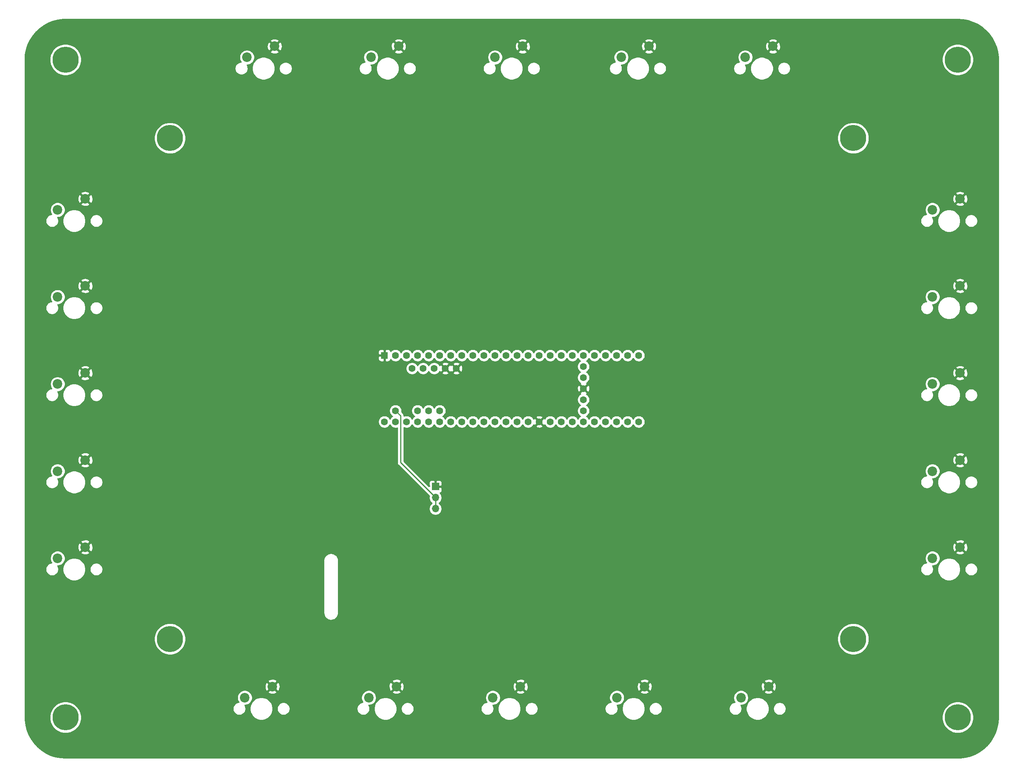
<source format=gbr>
%TF.GenerationSoftware,KiCad,Pcbnew,5.1.5+dfsg1-2build2*%
%TF.CreationDate,2021-04-29T06:58:31-04:00*%
%TF.ProjectId,wildcatmfd_kicad,77696c64-6361-4746-9d66-645f6b696361,rev?*%
%TF.SameCoordinates,Original*%
%TF.FileFunction,Copper,L2,Bot*%
%TF.FilePolarity,Positive*%
%FSLAX46Y46*%
G04 Gerber Fmt 4.6, Leading zero omitted, Abs format (unit mm)*
G04 Created by KiCad (PCBNEW 5.1.5+dfsg1-2build2) date 2021-04-29 06:58:31*
%MOMM*%
%LPD*%
G04 APERTURE LIST*
%TA.AperFunction,ComponentPad*%
%ADD10C,6.000000*%
%TD*%
%TA.AperFunction,ComponentPad*%
%ADD11C,1.600000*%
%TD*%
%TA.AperFunction,ComponentPad*%
%ADD12R,1.600000X1.600000*%
%TD*%
%TA.AperFunction,ComponentPad*%
%ADD13C,2.200000*%
%TD*%
%TA.AperFunction,ComponentPad*%
%ADD14O,1.700000X1.700000*%
%TD*%
%TA.AperFunction,ComponentPad*%
%ADD15R,1.700000X1.700000*%
%TD*%
%TA.AperFunction,Conductor*%
%ADD16C,0.250000*%
%TD*%
%TA.AperFunction,Conductor*%
%ADD17C,0.254000*%
%TD*%
G04 APERTURE END LIST*
D10*
%TO.P,,1*%
%TO.N,N/C*%
X10000000Y-161000000D03*
%TD*%
%TO.P,,1*%
%TO.N,N/C*%
X215000000Y-161000000D03*
%TD*%
%TO.P,,1*%
%TO.N,N/C*%
X215000000Y-10000000D03*
%TD*%
%TO.P,,1*%
%TO.N,N/C*%
X10000000Y-10000000D03*
%TD*%
%TO.P,SCRN_MNT,1*%
%TO.N,N/C*%
X191000000Y-28000000D03*
%TD*%
%TO.P,SCRN_MNT,1*%
%TO.N,N/C*%
X191000000Y-143000000D03*
%TD*%
%TO.P,SCRN_MNT,1*%
%TO.N,N/C*%
X34000000Y-143000000D03*
%TD*%
%TO.P,SCRN_MNT,1*%
%TO.N,N/C*%
X34000000Y-28000000D03*
%TD*%
D11*
%TO.P,U1,62*%
%TO.N,GND*%
X99800000Y-80880000D03*
%TO.P,U1,61*%
X97260000Y-80880000D03*
%TO.P,U1,60*%
%TO.N,Net-(U1-Pad60)*%
X94720000Y-80880000D03*
%TO.P,U1,59*%
%TO.N,Net-(U1-Pad59)*%
X92180000Y-80880000D03*
%TO.P,U1,58*%
%TO.N,Net-(U1-Pad58)*%
X89640000Y-80880000D03*
%TO.P,U1,57*%
%TO.N,Net-(U1-Pad57)*%
X95990000Y-90580000D03*
%TO.P,U1,56*%
%TO.N,Net-(U1-Pad56)*%
X93450000Y-90580000D03*
%TO.P,U1,55*%
%TO.N,Net-(U1-Pad55)*%
X90910000Y-90580000D03*
%TO.P,U1,54*%
%TO.N,+5V*%
X85830000Y-90580000D03*
%TO.P,U1,53*%
%TO.N,Net-(U1-Pad53)*%
X83290000Y-93120000D03*
%TO.P,U1,52*%
%TO.N,Net-(U1-Pad52)*%
X85830000Y-93120000D03*
%TO.P,U1,51*%
%TO.N,Net-(U1-Pad51)*%
X88370000Y-93120000D03*
%TO.P,U1,50*%
%TO.N,JOY_18*%
X90910000Y-93120000D03*
%TO.P,U1,49*%
%TO.N,JOY_17*%
X93450000Y-93120000D03*
%TO.P,U1,48*%
%TO.N,JOY_16*%
X95990000Y-93120000D03*
%TO.P,U1,47*%
%TO.N,JOY_15*%
X98530000Y-93120000D03*
%TO.P,U1,46*%
%TO.N,Net-(U1-Pad46)*%
X101070000Y-93120000D03*
%TO.P,U1,45*%
%TO.N,Net-(U1-Pad45)*%
X103610000Y-93120000D03*
%TO.P,U1,44*%
%TO.N,Net-(U1-Pad44)*%
X106150000Y-93120000D03*
%TO.P,U1,43*%
%TO.N,Net-(U1-Pad43)*%
X108690000Y-93120000D03*
%TO.P,U1,42*%
%TO.N,Net-(U1-Pad42)*%
X111230000Y-93120000D03*
%TO.P,U1,41*%
%TO.N,Net-(U1-Pad41)*%
X113770000Y-93120000D03*
%TO.P,U1,40*%
%TO.N,Net-(U1-Pad40)*%
X116310000Y-93120000D03*
%TO.P,U1,39*%
%TO.N,GND*%
X118850000Y-93120000D03*
%TO.P,U1,38*%
%TO.N,Net-(U1-Pad38)*%
X121390000Y-93120000D03*
D12*
%TO.P,U1,1*%
%TO.N,GND*%
X83290000Y-77880000D03*
D11*
%TO.P,U1,2*%
%TO.N,JOY_19*%
X85830000Y-77880000D03*
%TO.P,U1,3*%
%TO.N,JOY_20*%
X88370000Y-77880000D03*
%TO.P,U1,4*%
%TO.N,JOY_01*%
X90910000Y-77880000D03*
%TO.P,U1,5*%
%TO.N,JOY_02*%
X93450000Y-77880000D03*
%TO.P,U1,6*%
%TO.N,JOY_03*%
X95990000Y-77880000D03*
%TO.P,U1,7*%
%TO.N,JOY_04*%
X98530000Y-77880000D03*
%TO.P,U1,8*%
%TO.N,JOY_05*%
X101070000Y-77880000D03*
%TO.P,U1,9*%
%TO.N,Net-(U1-Pad9)*%
X103610000Y-77880000D03*
%TO.P,U1,10*%
%TO.N,Net-(U1-Pad10)*%
X106150000Y-77880000D03*
%TO.P,U1,11*%
%TO.N,Net-(U1-Pad11)*%
X108690000Y-77880000D03*
%TO.P,U1,12*%
%TO.N,Net-(U1-Pad12)*%
X111230000Y-77880000D03*
%TO.P,U1,13*%
%TO.N,Net-(U1-Pad13)*%
X113770000Y-77880000D03*
%TO.P,U1,37*%
%TO.N,Net-(U1-Pad37)*%
X123930000Y-93120000D03*
%TO.P,U1,36*%
%TO.N,JOY_14*%
X126470000Y-93120000D03*
%TO.P,U1,35*%
%TO.N,JOY_13*%
X129010000Y-93120000D03*
%TO.P,U1,34*%
%TO.N,JOY_12*%
X131550000Y-93120000D03*
%TO.P,U1,33*%
%TO.N,JOY_11*%
X134090000Y-93120000D03*
%TO.P,U1,32*%
%TO.N,JOY_10*%
X136630000Y-93120000D03*
%TO.P,U1,31*%
%TO.N,JOY_09*%
X139170000Y-93120000D03*
%TO.P,U1,30*%
%TO.N,JOY_08*%
X141710000Y-93120000D03*
%TO.P,U1,29*%
%TO.N,Net-(U1-Pad29)*%
X129010000Y-90580000D03*
%TO.P,U1,28*%
%TO.N,Net-(U1-Pad28)*%
X129010000Y-88040000D03*
%TO.P,U1,27*%
%TO.N,GND*%
X129010000Y-85500000D03*
%TO.P,U1,26*%
%TO.N,Net-(U1-Pad26)*%
X129010000Y-82960000D03*
%TO.P,U1,25*%
%TO.N,Net-(U1-Pad25)*%
X129010000Y-80420000D03*
%TO.P,U1,24*%
%TO.N,JOY_07*%
X141710000Y-77880000D03*
%TO.P,U1,23*%
%TO.N,JOY_06*%
X139170000Y-77880000D03*
%TO.P,U1,22*%
%TO.N,Net-(U1-Pad22)*%
X136630000Y-77880000D03*
%TO.P,U1,21*%
%TO.N,Net-(U1-Pad21)*%
X134090000Y-77880000D03*
%TO.P,U1,14*%
%TO.N,Net-(U1-Pad14)*%
X116310000Y-77880000D03*
%TO.P,U1,15*%
%TO.N,Net-(U1-Pad15)*%
X118850000Y-77880000D03*
%TO.P,U1,16*%
%TO.N,Net-(U1-Pad16)*%
X121390000Y-77880000D03*
%TO.P,U1,20*%
%TO.N,Net-(U1-Pad20)*%
X131550000Y-77880000D03*
%TO.P,U1,19*%
%TO.N,Net-(U1-Pad19)*%
X129010000Y-77880000D03*
%TO.P,U1,18*%
%TO.N,Net-(U1-Pad18)*%
X126470000Y-77880000D03*
%TO.P,U1,17*%
%TO.N,Net-(U1-Pad17)*%
X123930000Y-77880000D03*
%TD*%
D13*
%TO.P,SW20,2*%
%TO.N,JOY_20*%
X8190000Y-44460000D03*
%TO.P,SW20,1*%
%TO.N,GND*%
X14540000Y-41920000D03*
%TD*%
%TO.P,SW19,2*%
%TO.N,JOY_19*%
X8190000Y-64460000D03*
%TO.P,SW19,1*%
%TO.N,GND*%
X14540000Y-61920000D03*
%TD*%
%TO.P,SW18,2*%
%TO.N,JOY_18*%
X8190000Y-84460000D03*
%TO.P,SW18,1*%
%TO.N,GND*%
X14540000Y-81920000D03*
%TD*%
%TO.P,SW17,2*%
%TO.N,JOY_17*%
X8190000Y-104460000D03*
%TO.P,SW17,1*%
%TO.N,GND*%
X14540000Y-101920000D03*
%TD*%
%TO.P,SW16,2*%
%TO.N,JOY_16*%
X8190000Y-124460000D03*
%TO.P,SW16,1*%
%TO.N,GND*%
X14540000Y-121920000D03*
%TD*%
%TO.P,SW15,2*%
%TO.N,JOY_15*%
X51190000Y-156460000D03*
%TO.P,SW15,1*%
%TO.N,GND*%
X57540000Y-153920000D03*
%TD*%
%TO.P,SW14,2*%
%TO.N,JOY_14*%
X79690000Y-156460000D03*
%TO.P,SW14,1*%
%TO.N,GND*%
X86040000Y-153920000D03*
%TD*%
%TO.P,SW13,2*%
%TO.N,JOY_13*%
X108190000Y-156460000D03*
%TO.P,SW13,1*%
%TO.N,GND*%
X114540000Y-153920000D03*
%TD*%
%TO.P,SW12,2*%
%TO.N,JOY_12*%
X136690000Y-156460000D03*
%TO.P,SW12,1*%
%TO.N,GND*%
X143040000Y-153920000D03*
%TD*%
%TO.P,SW11,2*%
%TO.N,JOY_11*%
X165190000Y-156460000D03*
%TO.P,SW11,1*%
%TO.N,GND*%
X171540000Y-153920000D03*
%TD*%
%TO.P,SW10,2*%
%TO.N,JOY_10*%
X209190000Y-124460000D03*
%TO.P,SW10,1*%
%TO.N,GND*%
X215540000Y-121920000D03*
%TD*%
%TO.P,SW9,2*%
%TO.N,JOY_09*%
X209190000Y-104460000D03*
%TO.P,SW9,1*%
%TO.N,GND*%
X215540000Y-101920000D03*
%TD*%
%TO.P,SW8,2*%
%TO.N,JOY_08*%
X209190000Y-84460000D03*
%TO.P,SW8,1*%
%TO.N,GND*%
X215540000Y-81920000D03*
%TD*%
%TO.P,SW7,2*%
%TO.N,JOY_07*%
X209190000Y-64460000D03*
%TO.P,SW7,1*%
%TO.N,GND*%
X215540000Y-61920000D03*
%TD*%
%TO.P,SW6,2*%
%TO.N,JOY_06*%
X209190000Y-44460000D03*
%TO.P,SW6,1*%
%TO.N,GND*%
X215540000Y-41920000D03*
%TD*%
%TO.P,SW5,2*%
%TO.N,JOY_05*%
X166190000Y-9460000D03*
%TO.P,SW5,1*%
%TO.N,GND*%
X172540000Y-6920000D03*
%TD*%
%TO.P,SW4,2*%
%TO.N,JOY_04*%
X137690000Y-9460000D03*
%TO.P,SW4,1*%
%TO.N,GND*%
X144040000Y-6920000D03*
%TD*%
%TO.P,SW3,2*%
%TO.N,JOY_03*%
X108690000Y-9460000D03*
%TO.P,SW3,1*%
%TO.N,GND*%
X115040000Y-6920000D03*
%TD*%
%TO.P,SW2,2*%
%TO.N,JOY_02*%
X80190000Y-9460000D03*
%TO.P,SW2,1*%
%TO.N,GND*%
X86540000Y-6920000D03*
%TD*%
%TO.P,SW1,2*%
%TO.N,JOY_01*%
X51690000Y-9460000D03*
%TO.P,SW1,1*%
%TO.N,GND*%
X58040000Y-6920000D03*
%TD*%
D14*
%TO.P,J1,3*%
%TO.N,+5V*%
X95000000Y-113080000D03*
%TO.P,J1,2*%
X95000000Y-110540000D03*
D15*
%TO.P,J1,1*%
%TO.N,GND*%
X95000000Y-108000000D03*
%TD*%
D16*
%TO.N,+5V*%
X86955001Y-102495001D02*
X95000000Y-110540000D01*
X86955001Y-91705001D02*
X86955001Y-102495001D01*
X85830000Y-90580000D02*
X86955001Y-91705001D01*
X95000000Y-110540000D02*
X95000000Y-113080000D01*
%TD*%
D17*
%TO.N,GND*%
G36*
X216167305Y-759795D02*
G01*
X217316208Y-978959D01*
X218428581Y-1340391D01*
X219486880Y-1838388D01*
X220474425Y-2465103D01*
X221375626Y-3210642D01*
X222176284Y-4063256D01*
X222863768Y-5009494D01*
X223427240Y-6034445D01*
X223857804Y-7121928D01*
X224148675Y-8254791D01*
X224296620Y-9425903D01*
X224315001Y-10010794D01*
X224315000Y-160978478D01*
X224240205Y-162167305D01*
X224021041Y-163316208D01*
X223659609Y-164428581D01*
X223161607Y-165486888D01*
X222534897Y-166474425D01*
X221789358Y-167375625D01*
X220936740Y-168176287D01*
X219990497Y-168863773D01*
X218965555Y-169427240D01*
X217878072Y-169857804D01*
X216745209Y-170148675D01*
X215574097Y-170296620D01*
X214989238Y-170315000D01*
X10021522Y-170315000D01*
X8832695Y-170240205D01*
X7683792Y-170021041D01*
X6571419Y-169659609D01*
X5513112Y-169161607D01*
X4525575Y-168534897D01*
X3624375Y-167789358D01*
X2823713Y-166936740D01*
X2136227Y-165990497D01*
X1572760Y-164965555D01*
X1142196Y-163878072D01*
X851325Y-162745209D01*
X703380Y-161574097D01*
X685000Y-160989238D01*
X685000Y-160641984D01*
X6365000Y-160641984D01*
X6365000Y-161358016D01*
X6504691Y-162060290D01*
X6778705Y-162721818D01*
X7176511Y-163317177D01*
X7682823Y-163823489D01*
X8278182Y-164221295D01*
X8939710Y-164495309D01*
X9641984Y-164635000D01*
X10358016Y-164635000D01*
X11060290Y-164495309D01*
X11721818Y-164221295D01*
X12317177Y-163823489D01*
X12823489Y-163317177D01*
X13221295Y-162721818D01*
X13495309Y-162060290D01*
X13635000Y-161358016D01*
X13635000Y-160641984D01*
X13495309Y-159939710D01*
X13221295Y-159278182D01*
X12937693Y-158853740D01*
X48435000Y-158853740D01*
X48435000Y-159146260D01*
X48492068Y-159433158D01*
X48604010Y-159703411D01*
X48766525Y-159946632D01*
X48973368Y-160153475D01*
X49216589Y-160315990D01*
X49486842Y-160427932D01*
X49773740Y-160485000D01*
X50066260Y-160485000D01*
X50353158Y-160427932D01*
X50623411Y-160315990D01*
X50866632Y-160153475D01*
X51073475Y-159946632D01*
X51235990Y-159703411D01*
X51347932Y-159433158D01*
X51405000Y-159146260D01*
X51405000Y-158853740D01*
X51382471Y-158740475D01*
X52365000Y-158740475D01*
X52365000Y-159259525D01*
X52466261Y-159768601D01*
X52664893Y-160248141D01*
X52953262Y-160679715D01*
X53320285Y-161046738D01*
X53751859Y-161335107D01*
X54231399Y-161533739D01*
X54740475Y-161635000D01*
X55259525Y-161635000D01*
X55768601Y-161533739D01*
X56248141Y-161335107D01*
X56679715Y-161046738D01*
X57046738Y-160679715D01*
X57335107Y-160248141D01*
X57533739Y-159768601D01*
X57635000Y-159259525D01*
X57635000Y-158853740D01*
X58595000Y-158853740D01*
X58595000Y-159146260D01*
X58652068Y-159433158D01*
X58764010Y-159703411D01*
X58926525Y-159946632D01*
X59133368Y-160153475D01*
X59376589Y-160315990D01*
X59646842Y-160427932D01*
X59933740Y-160485000D01*
X60226260Y-160485000D01*
X60513158Y-160427932D01*
X60783411Y-160315990D01*
X61026632Y-160153475D01*
X61233475Y-159946632D01*
X61395990Y-159703411D01*
X61507932Y-159433158D01*
X61565000Y-159146260D01*
X61565000Y-158853740D01*
X76935000Y-158853740D01*
X76935000Y-159146260D01*
X76992068Y-159433158D01*
X77104010Y-159703411D01*
X77266525Y-159946632D01*
X77473368Y-160153475D01*
X77716589Y-160315990D01*
X77986842Y-160427932D01*
X78273740Y-160485000D01*
X78566260Y-160485000D01*
X78853158Y-160427932D01*
X79123411Y-160315990D01*
X79366632Y-160153475D01*
X79573475Y-159946632D01*
X79735990Y-159703411D01*
X79847932Y-159433158D01*
X79905000Y-159146260D01*
X79905000Y-158853740D01*
X79882471Y-158740475D01*
X80865000Y-158740475D01*
X80865000Y-159259525D01*
X80966261Y-159768601D01*
X81164893Y-160248141D01*
X81453262Y-160679715D01*
X81820285Y-161046738D01*
X82251859Y-161335107D01*
X82731399Y-161533739D01*
X83240475Y-161635000D01*
X83759525Y-161635000D01*
X84268601Y-161533739D01*
X84748141Y-161335107D01*
X85179715Y-161046738D01*
X85546738Y-160679715D01*
X85835107Y-160248141D01*
X86033739Y-159768601D01*
X86135000Y-159259525D01*
X86135000Y-158853740D01*
X87095000Y-158853740D01*
X87095000Y-159146260D01*
X87152068Y-159433158D01*
X87264010Y-159703411D01*
X87426525Y-159946632D01*
X87633368Y-160153475D01*
X87876589Y-160315990D01*
X88146842Y-160427932D01*
X88433740Y-160485000D01*
X88726260Y-160485000D01*
X89013158Y-160427932D01*
X89283411Y-160315990D01*
X89526632Y-160153475D01*
X89733475Y-159946632D01*
X89895990Y-159703411D01*
X90007932Y-159433158D01*
X90065000Y-159146260D01*
X90065000Y-158853740D01*
X105435000Y-158853740D01*
X105435000Y-159146260D01*
X105492068Y-159433158D01*
X105604010Y-159703411D01*
X105766525Y-159946632D01*
X105973368Y-160153475D01*
X106216589Y-160315990D01*
X106486842Y-160427932D01*
X106773740Y-160485000D01*
X107066260Y-160485000D01*
X107353158Y-160427932D01*
X107623411Y-160315990D01*
X107866632Y-160153475D01*
X108073475Y-159946632D01*
X108235990Y-159703411D01*
X108347932Y-159433158D01*
X108405000Y-159146260D01*
X108405000Y-158853740D01*
X108382471Y-158740475D01*
X109365000Y-158740475D01*
X109365000Y-159259525D01*
X109466261Y-159768601D01*
X109664893Y-160248141D01*
X109953262Y-160679715D01*
X110320285Y-161046738D01*
X110751859Y-161335107D01*
X111231399Y-161533739D01*
X111740475Y-161635000D01*
X112259525Y-161635000D01*
X112768601Y-161533739D01*
X113248141Y-161335107D01*
X113679715Y-161046738D01*
X114046738Y-160679715D01*
X114335107Y-160248141D01*
X114533739Y-159768601D01*
X114635000Y-159259525D01*
X114635000Y-158853740D01*
X115595000Y-158853740D01*
X115595000Y-159146260D01*
X115652068Y-159433158D01*
X115764010Y-159703411D01*
X115926525Y-159946632D01*
X116133368Y-160153475D01*
X116376589Y-160315990D01*
X116646842Y-160427932D01*
X116933740Y-160485000D01*
X117226260Y-160485000D01*
X117513158Y-160427932D01*
X117783411Y-160315990D01*
X118026632Y-160153475D01*
X118233475Y-159946632D01*
X118395990Y-159703411D01*
X118507932Y-159433158D01*
X118565000Y-159146260D01*
X118565000Y-158853740D01*
X133935000Y-158853740D01*
X133935000Y-159146260D01*
X133992068Y-159433158D01*
X134104010Y-159703411D01*
X134266525Y-159946632D01*
X134473368Y-160153475D01*
X134716589Y-160315990D01*
X134986842Y-160427932D01*
X135273740Y-160485000D01*
X135566260Y-160485000D01*
X135853158Y-160427932D01*
X136123411Y-160315990D01*
X136366632Y-160153475D01*
X136573475Y-159946632D01*
X136735990Y-159703411D01*
X136847932Y-159433158D01*
X136905000Y-159146260D01*
X136905000Y-158853740D01*
X136882471Y-158740475D01*
X137865000Y-158740475D01*
X137865000Y-159259525D01*
X137966261Y-159768601D01*
X138164893Y-160248141D01*
X138453262Y-160679715D01*
X138820285Y-161046738D01*
X139251859Y-161335107D01*
X139731399Y-161533739D01*
X140240475Y-161635000D01*
X140759525Y-161635000D01*
X141268601Y-161533739D01*
X141748141Y-161335107D01*
X142179715Y-161046738D01*
X142546738Y-160679715D01*
X142835107Y-160248141D01*
X143033739Y-159768601D01*
X143135000Y-159259525D01*
X143135000Y-158853740D01*
X144095000Y-158853740D01*
X144095000Y-159146260D01*
X144152068Y-159433158D01*
X144264010Y-159703411D01*
X144426525Y-159946632D01*
X144633368Y-160153475D01*
X144876589Y-160315990D01*
X145146842Y-160427932D01*
X145433740Y-160485000D01*
X145726260Y-160485000D01*
X146013158Y-160427932D01*
X146283411Y-160315990D01*
X146526632Y-160153475D01*
X146733475Y-159946632D01*
X146895990Y-159703411D01*
X147007932Y-159433158D01*
X147065000Y-159146260D01*
X147065000Y-158853740D01*
X162435000Y-158853740D01*
X162435000Y-159146260D01*
X162492068Y-159433158D01*
X162604010Y-159703411D01*
X162766525Y-159946632D01*
X162973368Y-160153475D01*
X163216589Y-160315990D01*
X163486842Y-160427932D01*
X163773740Y-160485000D01*
X164066260Y-160485000D01*
X164353158Y-160427932D01*
X164623411Y-160315990D01*
X164866632Y-160153475D01*
X165073475Y-159946632D01*
X165235990Y-159703411D01*
X165347932Y-159433158D01*
X165405000Y-159146260D01*
X165405000Y-158853740D01*
X165382471Y-158740475D01*
X166365000Y-158740475D01*
X166365000Y-159259525D01*
X166466261Y-159768601D01*
X166664893Y-160248141D01*
X166953262Y-160679715D01*
X167320285Y-161046738D01*
X167751859Y-161335107D01*
X168231399Y-161533739D01*
X168740475Y-161635000D01*
X169259525Y-161635000D01*
X169768601Y-161533739D01*
X170248141Y-161335107D01*
X170679715Y-161046738D01*
X171046738Y-160679715D01*
X171071949Y-160641984D01*
X211365000Y-160641984D01*
X211365000Y-161358016D01*
X211504691Y-162060290D01*
X211778705Y-162721818D01*
X212176511Y-163317177D01*
X212682823Y-163823489D01*
X213278182Y-164221295D01*
X213939710Y-164495309D01*
X214641984Y-164635000D01*
X215358016Y-164635000D01*
X216060290Y-164495309D01*
X216721818Y-164221295D01*
X217317177Y-163823489D01*
X217823489Y-163317177D01*
X218221295Y-162721818D01*
X218495309Y-162060290D01*
X218635000Y-161358016D01*
X218635000Y-160641984D01*
X218495309Y-159939710D01*
X218221295Y-159278182D01*
X217823489Y-158682823D01*
X217317177Y-158176511D01*
X216721818Y-157778705D01*
X216060290Y-157504691D01*
X215358016Y-157365000D01*
X214641984Y-157365000D01*
X213939710Y-157504691D01*
X213278182Y-157778705D01*
X212682823Y-158176511D01*
X212176511Y-158682823D01*
X211778705Y-159278182D01*
X211504691Y-159939710D01*
X211365000Y-160641984D01*
X171071949Y-160641984D01*
X171335107Y-160248141D01*
X171533739Y-159768601D01*
X171635000Y-159259525D01*
X171635000Y-158853740D01*
X172595000Y-158853740D01*
X172595000Y-159146260D01*
X172652068Y-159433158D01*
X172764010Y-159703411D01*
X172926525Y-159946632D01*
X173133368Y-160153475D01*
X173376589Y-160315990D01*
X173646842Y-160427932D01*
X173933740Y-160485000D01*
X174226260Y-160485000D01*
X174513158Y-160427932D01*
X174783411Y-160315990D01*
X175026632Y-160153475D01*
X175233475Y-159946632D01*
X175395990Y-159703411D01*
X175507932Y-159433158D01*
X175565000Y-159146260D01*
X175565000Y-158853740D01*
X175507932Y-158566842D01*
X175395990Y-158296589D01*
X175233475Y-158053368D01*
X175026632Y-157846525D01*
X174783411Y-157684010D01*
X174513158Y-157572068D01*
X174226260Y-157515000D01*
X173933740Y-157515000D01*
X173646842Y-157572068D01*
X173376589Y-157684010D01*
X173133368Y-157846525D01*
X172926525Y-158053368D01*
X172764010Y-158296589D01*
X172652068Y-158566842D01*
X172595000Y-158853740D01*
X171635000Y-158853740D01*
X171635000Y-158740475D01*
X171533739Y-158231399D01*
X171335107Y-157751859D01*
X171046738Y-157320285D01*
X170679715Y-156953262D01*
X170248141Y-156664893D01*
X169768601Y-156466261D01*
X169259525Y-156365000D01*
X168740475Y-156365000D01*
X168231399Y-156466261D01*
X167751859Y-156664893D01*
X167320285Y-156953262D01*
X166953262Y-157320285D01*
X166664893Y-157751859D01*
X166466261Y-158231399D01*
X166365000Y-158740475D01*
X165382471Y-158740475D01*
X165347932Y-158566842D01*
X165235990Y-158296589D01*
X165168110Y-158195000D01*
X165360883Y-158195000D01*
X165696081Y-158128325D01*
X166011831Y-157997537D01*
X166295998Y-157807663D01*
X166537663Y-157565998D01*
X166727537Y-157281831D01*
X166858325Y-156966081D01*
X166925000Y-156630883D01*
X166925000Y-156289117D01*
X166858325Y-155953919D01*
X166727537Y-155638169D01*
X166537663Y-155354002D01*
X166310373Y-155126712D01*
X170512893Y-155126712D01*
X170620726Y-155401338D01*
X170927384Y-155552216D01*
X171257585Y-155640369D01*
X171598639Y-155662409D01*
X171937439Y-155617489D01*
X172260966Y-155507336D01*
X172459274Y-155401338D01*
X172567107Y-155126712D01*
X171540000Y-154099605D01*
X170512893Y-155126712D01*
X166310373Y-155126712D01*
X166295998Y-155112337D01*
X166011831Y-154922463D01*
X165696081Y-154791675D01*
X165360883Y-154725000D01*
X165019117Y-154725000D01*
X164683919Y-154791675D01*
X164368169Y-154922463D01*
X164084002Y-155112337D01*
X163842337Y-155354002D01*
X163652463Y-155638169D01*
X163521675Y-155953919D01*
X163455000Y-156289117D01*
X163455000Y-156630883D01*
X163521675Y-156966081D01*
X163652463Y-157281831D01*
X163808261Y-157515000D01*
X163773740Y-157515000D01*
X163486842Y-157572068D01*
X163216589Y-157684010D01*
X162973368Y-157846525D01*
X162766525Y-158053368D01*
X162604010Y-158296589D01*
X162492068Y-158566842D01*
X162435000Y-158853740D01*
X147065000Y-158853740D01*
X147007932Y-158566842D01*
X146895990Y-158296589D01*
X146733475Y-158053368D01*
X146526632Y-157846525D01*
X146283411Y-157684010D01*
X146013158Y-157572068D01*
X145726260Y-157515000D01*
X145433740Y-157515000D01*
X145146842Y-157572068D01*
X144876589Y-157684010D01*
X144633368Y-157846525D01*
X144426525Y-158053368D01*
X144264010Y-158296589D01*
X144152068Y-158566842D01*
X144095000Y-158853740D01*
X143135000Y-158853740D01*
X143135000Y-158740475D01*
X143033739Y-158231399D01*
X142835107Y-157751859D01*
X142546738Y-157320285D01*
X142179715Y-156953262D01*
X141748141Y-156664893D01*
X141268601Y-156466261D01*
X140759525Y-156365000D01*
X140240475Y-156365000D01*
X139731399Y-156466261D01*
X139251859Y-156664893D01*
X138820285Y-156953262D01*
X138453262Y-157320285D01*
X138164893Y-157751859D01*
X137966261Y-158231399D01*
X137865000Y-158740475D01*
X136882471Y-158740475D01*
X136847932Y-158566842D01*
X136735990Y-158296589D01*
X136668110Y-158195000D01*
X136860883Y-158195000D01*
X137196081Y-158128325D01*
X137511831Y-157997537D01*
X137795998Y-157807663D01*
X138037663Y-157565998D01*
X138227537Y-157281831D01*
X138358325Y-156966081D01*
X138425000Y-156630883D01*
X138425000Y-156289117D01*
X138358325Y-155953919D01*
X138227537Y-155638169D01*
X138037663Y-155354002D01*
X137810373Y-155126712D01*
X142012893Y-155126712D01*
X142120726Y-155401338D01*
X142427384Y-155552216D01*
X142757585Y-155640369D01*
X143098639Y-155662409D01*
X143437439Y-155617489D01*
X143760966Y-155507336D01*
X143959274Y-155401338D01*
X144067107Y-155126712D01*
X143040000Y-154099605D01*
X142012893Y-155126712D01*
X137810373Y-155126712D01*
X137795998Y-155112337D01*
X137511831Y-154922463D01*
X137196081Y-154791675D01*
X136860883Y-154725000D01*
X136519117Y-154725000D01*
X136183919Y-154791675D01*
X135868169Y-154922463D01*
X135584002Y-155112337D01*
X135342337Y-155354002D01*
X135152463Y-155638169D01*
X135021675Y-155953919D01*
X134955000Y-156289117D01*
X134955000Y-156630883D01*
X135021675Y-156966081D01*
X135152463Y-157281831D01*
X135308261Y-157515000D01*
X135273740Y-157515000D01*
X134986842Y-157572068D01*
X134716589Y-157684010D01*
X134473368Y-157846525D01*
X134266525Y-158053368D01*
X134104010Y-158296589D01*
X133992068Y-158566842D01*
X133935000Y-158853740D01*
X118565000Y-158853740D01*
X118507932Y-158566842D01*
X118395990Y-158296589D01*
X118233475Y-158053368D01*
X118026632Y-157846525D01*
X117783411Y-157684010D01*
X117513158Y-157572068D01*
X117226260Y-157515000D01*
X116933740Y-157515000D01*
X116646842Y-157572068D01*
X116376589Y-157684010D01*
X116133368Y-157846525D01*
X115926525Y-158053368D01*
X115764010Y-158296589D01*
X115652068Y-158566842D01*
X115595000Y-158853740D01*
X114635000Y-158853740D01*
X114635000Y-158740475D01*
X114533739Y-158231399D01*
X114335107Y-157751859D01*
X114046738Y-157320285D01*
X113679715Y-156953262D01*
X113248141Y-156664893D01*
X112768601Y-156466261D01*
X112259525Y-156365000D01*
X111740475Y-156365000D01*
X111231399Y-156466261D01*
X110751859Y-156664893D01*
X110320285Y-156953262D01*
X109953262Y-157320285D01*
X109664893Y-157751859D01*
X109466261Y-158231399D01*
X109365000Y-158740475D01*
X108382471Y-158740475D01*
X108347932Y-158566842D01*
X108235990Y-158296589D01*
X108168110Y-158195000D01*
X108360883Y-158195000D01*
X108696081Y-158128325D01*
X109011831Y-157997537D01*
X109295998Y-157807663D01*
X109537663Y-157565998D01*
X109727537Y-157281831D01*
X109858325Y-156966081D01*
X109925000Y-156630883D01*
X109925000Y-156289117D01*
X109858325Y-155953919D01*
X109727537Y-155638169D01*
X109537663Y-155354002D01*
X109310373Y-155126712D01*
X113512893Y-155126712D01*
X113620726Y-155401338D01*
X113927384Y-155552216D01*
X114257585Y-155640369D01*
X114598639Y-155662409D01*
X114937439Y-155617489D01*
X115260966Y-155507336D01*
X115459274Y-155401338D01*
X115567107Y-155126712D01*
X114540000Y-154099605D01*
X113512893Y-155126712D01*
X109310373Y-155126712D01*
X109295998Y-155112337D01*
X109011831Y-154922463D01*
X108696081Y-154791675D01*
X108360883Y-154725000D01*
X108019117Y-154725000D01*
X107683919Y-154791675D01*
X107368169Y-154922463D01*
X107084002Y-155112337D01*
X106842337Y-155354002D01*
X106652463Y-155638169D01*
X106521675Y-155953919D01*
X106455000Y-156289117D01*
X106455000Y-156630883D01*
X106521675Y-156966081D01*
X106652463Y-157281831D01*
X106808261Y-157515000D01*
X106773740Y-157515000D01*
X106486842Y-157572068D01*
X106216589Y-157684010D01*
X105973368Y-157846525D01*
X105766525Y-158053368D01*
X105604010Y-158296589D01*
X105492068Y-158566842D01*
X105435000Y-158853740D01*
X90065000Y-158853740D01*
X90007932Y-158566842D01*
X89895990Y-158296589D01*
X89733475Y-158053368D01*
X89526632Y-157846525D01*
X89283411Y-157684010D01*
X89013158Y-157572068D01*
X88726260Y-157515000D01*
X88433740Y-157515000D01*
X88146842Y-157572068D01*
X87876589Y-157684010D01*
X87633368Y-157846525D01*
X87426525Y-158053368D01*
X87264010Y-158296589D01*
X87152068Y-158566842D01*
X87095000Y-158853740D01*
X86135000Y-158853740D01*
X86135000Y-158740475D01*
X86033739Y-158231399D01*
X85835107Y-157751859D01*
X85546738Y-157320285D01*
X85179715Y-156953262D01*
X84748141Y-156664893D01*
X84268601Y-156466261D01*
X83759525Y-156365000D01*
X83240475Y-156365000D01*
X82731399Y-156466261D01*
X82251859Y-156664893D01*
X81820285Y-156953262D01*
X81453262Y-157320285D01*
X81164893Y-157751859D01*
X80966261Y-158231399D01*
X80865000Y-158740475D01*
X79882471Y-158740475D01*
X79847932Y-158566842D01*
X79735990Y-158296589D01*
X79668110Y-158195000D01*
X79860883Y-158195000D01*
X80196081Y-158128325D01*
X80511831Y-157997537D01*
X80795998Y-157807663D01*
X81037663Y-157565998D01*
X81227537Y-157281831D01*
X81358325Y-156966081D01*
X81425000Y-156630883D01*
X81425000Y-156289117D01*
X81358325Y-155953919D01*
X81227537Y-155638169D01*
X81037663Y-155354002D01*
X80810373Y-155126712D01*
X85012893Y-155126712D01*
X85120726Y-155401338D01*
X85427384Y-155552216D01*
X85757585Y-155640369D01*
X86098639Y-155662409D01*
X86437439Y-155617489D01*
X86760966Y-155507336D01*
X86959274Y-155401338D01*
X87067107Y-155126712D01*
X86040000Y-154099605D01*
X85012893Y-155126712D01*
X80810373Y-155126712D01*
X80795998Y-155112337D01*
X80511831Y-154922463D01*
X80196081Y-154791675D01*
X79860883Y-154725000D01*
X79519117Y-154725000D01*
X79183919Y-154791675D01*
X78868169Y-154922463D01*
X78584002Y-155112337D01*
X78342337Y-155354002D01*
X78152463Y-155638169D01*
X78021675Y-155953919D01*
X77955000Y-156289117D01*
X77955000Y-156630883D01*
X78021675Y-156966081D01*
X78152463Y-157281831D01*
X78308261Y-157515000D01*
X78273740Y-157515000D01*
X77986842Y-157572068D01*
X77716589Y-157684010D01*
X77473368Y-157846525D01*
X77266525Y-158053368D01*
X77104010Y-158296589D01*
X76992068Y-158566842D01*
X76935000Y-158853740D01*
X61565000Y-158853740D01*
X61507932Y-158566842D01*
X61395990Y-158296589D01*
X61233475Y-158053368D01*
X61026632Y-157846525D01*
X60783411Y-157684010D01*
X60513158Y-157572068D01*
X60226260Y-157515000D01*
X59933740Y-157515000D01*
X59646842Y-157572068D01*
X59376589Y-157684010D01*
X59133368Y-157846525D01*
X58926525Y-158053368D01*
X58764010Y-158296589D01*
X58652068Y-158566842D01*
X58595000Y-158853740D01*
X57635000Y-158853740D01*
X57635000Y-158740475D01*
X57533739Y-158231399D01*
X57335107Y-157751859D01*
X57046738Y-157320285D01*
X56679715Y-156953262D01*
X56248141Y-156664893D01*
X55768601Y-156466261D01*
X55259525Y-156365000D01*
X54740475Y-156365000D01*
X54231399Y-156466261D01*
X53751859Y-156664893D01*
X53320285Y-156953262D01*
X52953262Y-157320285D01*
X52664893Y-157751859D01*
X52466261Y-158231399D01*
X52365000Y-158740475D01*
X51382471Y-158740475D01*
X51347932Y-158566842D01*
X51235990Y-158296589D01*
X51168110Y-158195000D01*
X51360883Y-158195000D01*
X51696081Y-158128325D01*
X52011831Y-157997537D01*
X52295998Y-157807663D01*
X52537663Y-157565998D01*
X52727537Y-157281831D01*
X52858325Y-156966081D01*
X52925000Y-156630883D01*
X52925000Y-156289117D01*
X52858325Y-155953919D01*
X52727537Y-155638169D01*
X52537663Y-155354002D01*
X52310373Y-155126712D01*
X56512893Y-155126712D01*
X56620726Y-155401338D01*
X56927384Y-155552216D01*
X57257585Y-155640369D01*
X57598639Y-155662409D01*
X57937439Y-155617489D01*
X58260966Y-155507336D01*
X58459274Y-155401338D01*
X58567107Y-155126712D01*
X57540000Y-154099605D01*
X56512893Y-155126712D01*
X52310373Y-155126712D01*
X52295998Y-155112337D01*
X52011831Y-154922463D01*
X51696081Y-154791675D01*
X51360883Y-154725000D01*
X51019117Y-154725000D01*
X50683919Y-154791675D01*
X50368169Y-154922463D01*
X50084002Y-155112337D01*
X49842337Y-155354002D01*
X49652463Y-155638169D01*
X49521675Y-155953919D01*
X49455000Y-156289117D01*
X49455000Y-156630883D01*
X49521675Y-156966081D01*
X49652463Y-157281831D01*
X49808261Y-157515000D01*
X49773740Y-157515000D01*
X49486842Y-157572068D01*
X49216589Y-157684010D01*
X48973368Y-157846525D01*
X48766525Y-158053368D01*
X48604010Y-158296589D01*
X48492068Y-158566842D01*
X48435000Y-158853740D01*
X12937693Y-158853740D01*
X12823489Y-158682823D01*
X12317177Y-158176511D01*
X11721818Y-157778705D01*
X11060290Y-157504691D01*
X10358016Y-157365000D01*
X9641984Y-157365000D01*
X8939710Y-157504691D01*
X8278182Y-157778705D01*
X7682823Y-158176511D01*
X7176511Y-158682823D01*
X6778705Y-159278182D01*
X6504691Y-159939710D01*
X6365000Y-160641984D01*
X685000Y-160641984D01*
X685000Y-153978639D01*
X55797591Y-153978639D01*
X55842511Y-154317439D01*
X55952664Y-154640966D01*
X56058662Y-154839274D01*
X56333288Y-154947107D01*
X57360395Y-153920000D01*
X57719605Y-153920000D01*
X58746712Y-154947107D01*
X59021338Y-154839274D01*
X59172216Y-154532616D01*
X59260369Y-154202415D01*
X59274830Y-153978639D01*
X84297591Y-153978639D01*
X84342511Y-154317439D01*
X84452664Y-154640966D01*
X84558662Y-154839274D01*
X84833288Y-154947107D01*
X85860395Y-153920000D01*
X86219605Y-153920000D01*
X87246712Y-154947107D01*
X87521338Y-154839274D01*
X87672216Y-154532616D01*
X87760369Y-154202415D01*
X87774830Y-153978639D01*
X112797591Y-153978639D01*
X112842511Y-154317439D01*
X112952664Y-154640966D01*
X113058662Y-154839274D01*
X113333288Y-154947107D01*
X114360395Y-153920000D01*
X114719605Y-153920000D01*
X115746712Y-154947107D01*
X116021338Y-154839274D01*
X116172216Y-154532616D01*
X116260369Y-154202415D01*
X116274830Y-153978639D01*
X141297591Y-153978639D01*
X141342511Y-154317439D01*
X141452664Y-154640966D01*
X141558662Y-154839274D01*
X141833288Y-154947107D01*
X142860395Y-153920000D01*
X143219605Y-153920000D01*
X144246712Y-154947107D01*
X144521338Y-154839274D01*
X144672216Y-154532616D01*
X144760369Y-154202415D01*
X144774830Y-153978639D01*
X169797591Y-153978639D01*
X169842511Y-154317439D01*
X169952664Y-154640966D01*
X170058662Y-154839274D01*
X170333288Y-154947107D01*
X171360395Y-153920000D01*
X171719605Y-153920000D01*
X172746712Y-154947107D01*
X173021338Y-154839274D01*
X173172216Y-154532616D01*
X173260369Y-154202415D01*
X173282409Y-153861361D01*
X173237489Y-153522561D01*
X173127336Y-153199034D01*
X173021338Y-153000726D01*
X172746712Y-152892893D01*
X171719605Y-153920000D01*
X171360395Y-153920000D01*
X170333288Y-152892893D01*
X170058662Y-153000726D01*
X169907784Y-153307384D01*
X169819631Y-153637585D01*
X169797591Y-153978639D01*
X144774830Y-153978639D01*
X144782409Y-153861361D01*
X144737489Y-153522561D01*
X144627336Y-153199034D01*
X144521338Y-153000726D01*
X144246712Y-152892893D01*
X143219605Y-153920000D01*
X142860395Y-153920000D01*
X141833288Y-152892893D01*
X141558662Y-153000726D01*
X141407784Y-153307384D01*
X141319631Y-153637585D01*
X141297591Y-153978639D01*
X116274830Y-153978639D01*
X116282409Y-153861361D01*
X116237489Y-153522561D01*
X116127336Y-153199034D01*
X116021338Y-153000726D01*
X115746712Y-152892893D01*
X114719605Y-153920000D01*
X114360395Y-153920000D01*
X113333288Y-152892893D01*
X113058662Y-153000726D01*
X112907784Y-153307384D01*
X112819631Y-153637585D01*
X112797591Y-153978639D01*
X87774830Y-153978639D01*
X87782409Y-153861361D01*
X87737489Y-153522561D01*
X87627336Y-153199034D01*
X87521338Y-153000726D01*
X87246712Y-152892893D01*
X86219605Y-153920000D01*
X85860395Y-153920000D01*
X84833288Y-152892893D01*
X84558662Y-153000726D01*
X84407784Y-153307384D01*
X84319631Y-153637585D01*
X84297591Y-153978639D01*
X59274830Y-153978639D01*
X59282409Y-153861361D01*
X59237489Y-153522561D01*
X59127336Y-153199034D01*
X59021338Y-153000726D01*
X58746712Y-152892893D01*
X57719605Y-153920000D01*
X57360395Y-153920000D01*
X56333288Y-152892893D01*
X56058662Y-153000726D01*
X55907784Y-153307384D01*
X55819631Y-153637585D01*
X55797591Y-153978639D01*
X685000Y-153978639D01*
X685000Y-152713288D01*
X56512893Y-152713288D01*
X57540000Y-153740395D01*
X58567107Y-152713288D01*
X85012893Y-152713288D01*
X86040000Y-153740395D01*
X87067107Y-152713288D01*
X113512893Y-152713288D01*
X114540000Y-153740395D01*
X115567107Y-152713288D01*
X142012893Y-152713288D01*
X143040000Y-153740395D01*
X144067107Y-152713288D01*
X170512893Y-152713288D01*
X171540000Y-153740395D01*
X172567107Y-152713288D01*
X172459274Y-152438662D01*
X172152616Y-152287784D01*
X171822415Y-152199631D01*
X171481361Y-152177591D01*
X171142561Y-152222511D01*
X170819034Y-152332664D01*
X170620726Y-152438662D01*
X170512893Y-152713288D01*
X144067107Y-152713288D01*
X143959274Y-152438662D01*
X143652616Y-152287784D01*
X143322415Y-152199631D01*
X142981361Y-152177591D01*
X142642561Y-152222511D01*
X142319034Y-152332664D01*
X142120726Y-152438662D01*
X142012893Y-152713288D01*
X115567107Y-152713288D01*
X115459274Y-152438662D01*
X115152616Y-152287784D01*
X114822415Y-152199631D01*
X114481361Y-152177591D01*
X114142561Y-152222511D01*
X113819034Y-152332664D01*
X113620726Y-152438662D01*
X113512893Y-152713288D01*
X87067107Y-152713288D01*
X86959274Y-152438662D01*
X86652616Y-152287784D01*
X86322415Y-152199631D01*
X85981361Y-152177591D01*
X85642561Y-152222511D01*
X85319034Y-152332664D01*
X85120726Y-152438662D01*
X85012893Y-152713288D01*
X58567107Y-152713288D01*
X58459274Y-152438662D01*
X58152616Y-152287784D01*
X57822415Y-152199631D01*
X57481361Y-152177591D01*
X57142561Y-152222511D01*
X56819034Y-152332664D01*
X56620726Y-152438662D01*
X56512893Y-152713288D01*
X685000Y-152713288D01*
X685000Y-142641984D01*
X30365000Y-142641984D01*
X30365000Y-143358016D01*
X30504691Y-144060290D01*
X30778705Y-144721818D01*
X31176511Y-145317177D01*
X31682823Y-145823489D01*
X32278182Y-146221295D01*
X32939710Y-146495309D01*
X33641984Y-146635000D01*
X34358016Y-146635000D01*
X35060290Y-146495309D01*
X35721818Y-146221295D01*
X36317177Y-145823489D01*
X36823489Y-145317177D01*
X37221295Y-144721818D01*
X37495309Y-144060290D01*
X37635000Y-143358016D01*
X37635000Y-142641984D01*
X187365000Y-142641984D01*
X187365000Y-143358016D01*
X187504691Y-144060290D01*
X187778705Y-144721818D01*
X188176511Y-145317177D01*
X188682823Y-145823489D01*
X189278182Y-146221295D01*
X189939710Y-146495309D01*
X190641984Y-146635000D01*
X191358016Y-146635000D01*
X192060290Y-146495309D01*
X192721818Y-146221295D01*
X193317177Y-145823489D01*
X193823489Y-145317177D01*
X194221295Y-144721818D01*
X194495309Y-144060290D01*
X194635000Y-143358016D01*
X194635000Y-142641984D01*
X194495309Y-141939710D01*
X194221295Y-141278182D01*
X193823489Y-140682823D01*
X193317177Y-140176511D01*
X192721818Y-139778705D01*
X192060290Y-139504691D01*
X191358016Y-139365000D01*
X190641984Y-139365000D01*
X189939710Y-139504691D01*
X189278182Y-139778705D01*
X188682823Y-140176511D01*
X188176511Y-140682823D01*
X187778705Y-141278182D01*
X187504691Y-141939710D01*
X187365000Y-142641984D01*
X37635000Y-142641984D01*
X37495309Y-141939710D01*
X37221295Y-141278182D01*
X36823489Y-140682823D01*
X36317177Y-140176511D01*
X35721818Y-139778705D01*
X35060290Y-139504691D01*
X34358016Y-139365000D01*
X33641984Y-139365000D01*
X32939710Y-139504691D01*
X32278182Y-139778705D01*
X31682823Y-140176511D01*
X31176511Y-140682823D01*
X30778705Y-141278182D01*
X30504691Y-141939710D01*
X30365000Y-142641984D01*
X685000Y-142641984D01*
X685000Y-126853740D01*
X5435000Y-126853740D01*
X5435000Y-127146260D01*
X5492068Y-127433158D01*
X5604010Y-127703411D01*
X5766525Y-127946632D01*
X5973368Y-128153475D01*
X6216589Y-128315990D01*
X6486842Y-128427932D01*
X6773740Y-128485000D01*
X7066260Y-128485000D01*
X7353158Y-128427932D01*
X7623411Y-128315990D01*
X7866632Y-128153475D01*
X8073475Y-127946632D01*
X8235990Y-127703411D01*
X8347932Y-127433158D01*
X8405000Y-127146260D01*
X8405000Y-126853740D01*
X8382471Y-126740475D01*
X9365000Y-126740475D01*
X9365000Y-127259525D01*
X9466261Y-127768601D01*
X9664893Y-128248141D01*
X9953262Y-128679715D01*
X10320285Y-129046738D01*
X10751859Y-129335107D01*
X11231399Y-129533739D01*
X11740475Y-129635000D01*
X12259525Y-129635000D01*
X12768601Y-129533739D01*
X13248141Y-129335107D01*
X13679715Y-129046738D01*
X14046738Y-128679715D01*
X14335107Y-128248141D01*
X14533739Y-127768601D01*
X14635000Y-127259525D01*
X14635000Y-126853740D01*
X15595000Y-126853740D01*
X15595000Y-127146260D01*
X15652068Y-127433158D01*
X15764010Y-127703411D01*
X15926525Y-127946632D01*
X16133368Y-128153475D01*
X16376589Y-128315990D01*
X16646842Y-128427932D01*
X16933740Y-128485000D01*
X17226260Y-128485000D01*
X17513158Y-128427932D01*
X17783411Y-128315990D01*
X18026632Y-128153475D01*
X18233475Y-127946632D01*
X18395990Y-127703411D01*
X18507932Y-127433158D01*
X18565000Y-127146260D01*
X18565000Y-126853740D01*
X18507932Y-126566842D01*
X18395990Y-126296589D01*
X18233475Y-126053368D01*
X18026632Y-125846525D01*
X17783411Y-125684010D01*
X17513158Y-125572068D01*
X17226260Y-125515000D01*
X16933740Y-125515000D01*
X16646842Y-125572068D01*
X16376589Y-125684010D01*
X16133368Y-125846525D01*
X15926525Y-126053368D01*
X15764010Y-126296589D01*
X15652068Y-126566842D01*
X15595000Y-126853740D01*
X14635000Y-126853740D01*
X14635000Y-126740475D01*
X14533739Y-126231399D01*
X14335107Y-125751859D01*
X14046738Y-125320285D01*
X13692807Y-124966354D01*
X69315000Y-124966354D01*
X69315001Y-137033647D01*
X69318366Y-137067812D01*
X69318366Y-137080806D01*
X69319366Y-137090318D01*
X69341121Y-137284268D01*
X69354025Y-137344976D01*
X69366089Y-137405901D01*
X69368917Y-137415038D01*
X69427930Y-137601068D01*
X69452377Y-137658105D01*
X69476046Y-137715531D01*
X69480595Y-137723944D01*
X69574617Y-137894969D01*
X69609692Y-137946194D01*
X69644050Y-137997906D01*
X69650146Y-138005276D01*
X69775596Y-138154782D01*
X69819974Y-138198240D01*
X69863703Y-138242275D01*
X69871109Y-138248315D01*
X69871113Y-138248319D01*
X69871115Y-138248320D01*
X70023214Y-138370611D01*
X70075139Y-138404589D01*
X70126632Y-138439322D01*
X70135077Y-138443812D01*
X70308033Y-138534232D01*
X70365590Y-138557487D01*
X70422835Y-138581550D01*
X70431991Y-138584315D01*
X70619217Y-138639418D01*
X70680218Y-138651054D01*
X70741015Y-138663534D01*
X70750533Y-138664468D01*
X70944895Y-138682157D01*
X71006986Y-138681723D01*
X71069066Y-138682156D01*
X71078585Y-138681223D01*
X71272682Y-138660822D01*
X71333496Y-138648339D01*
X71394481Y-138636705D01*
X71403637Y-138633941D01*
X71590075Y-138576229D01*
X71647279Y-138552182D01*
X71704873Y-138528913D01*
X71713317Y-138524423D01*
X71884994Y-138431598D01*
X71936468Y-138396878D01*
X71988418Y-138362883D01*
X71995829Y-138356839D01*
X72146207Y-138232435D01*
X72189973Y-138188362D01*
X72234311Y-138144943D01*
X72240408Y-138137574D01*
X72363758Y-137986332D01*
X72398126Y-137934603D01*
X72433191Y-137883392D01*
X72437739Y-137874981D01*
X72437740Y-137874980D01*
X72437742Y-137874976D01*
X72529366Y-137702657D01*
X72553022Y-137645261D01*
X72577482Y-137588193D01*
X72580310Y-137579056D01*
X72636719Y-137392220D01*
X72648780Y-137331310D01*
X72661686Y-137270591D01*
X72662686Y-137261079D01*
X72681731Y-137066845D01*
X72681731Y-137066837D01*
X72685000Y-137033647D01*
X72685000Y-126853740D01*
X206435000Y-126853740D01*
X206435000Y-127146260D01*
X206492068Y-127433158D01*
X206604010Y-127703411D01*
X206766525Y-127946632D01*
X206973368Y-128153475D01*
X207216589Y-128315990D01*
X207486842Y-128427932D01*
X207773740Y-128485000D01*
X208066260Y-128485000D01*
X208353158Y-128427932D01*
X208623411Y-128315990D01*
X208866632Y-128153475D01*
X209073475Y-127946632D01*
X209235990Y-127703411D01*
X209347932Y-127433158D01*
X209405000Y-127146260D01*
X209405000Y-126853740D01*
X209382471Y-126740475D01*
X210365000Y-126740475D01*
X210365000Y-127259525D01*
X210466261Y-127768601D01*
X210664893Y-128248141D01*
X210953262Y-128679715D01*
X211320285Y-129046738D01*
X211751859Y-129335107D01*
X212231399Y-129533739D01*
X212740475Y-129635000D01*
X213259525Y-129635000D01*
X213768601Y-129533739D01*
X214248141Y-129335107D01*
X214679715Y-129046738D01*
X215046738Y-128679715D01*
X215335107Y-128248141D01*
X215533739Y-127768601D01*
X215635000Y-127259525D01*
X215635000Y-126853740D01*
X216595000Y-126853740D01*
X216595000Y-127146260D01*
X216652068Y-127433158D01*
X216764010Y-127703411D01*
X216926525Y-127946632D01*
X217133368Y-128153475D01*
X217376589Y-128315990D01*
X217646842Y-128427932D01*
X217933740Y-128485000D01*
X218226260Y-128485000D01*
X218513158Y-128427932D01*
X218783411Y-128315990D01*
X219026632Y-128153475D01*
X219233475Y-127946632D01*
X219395990Y-127703411D01*
X219507932Y-127433158D01*
X219565000Y-127146260D01*
X219565000Y-126853740D01*
X219507932Y-126566842D01*
X219395990Y-126296589D01*
X219233475Y-126053368D01*
X219026632Y-125846525D01*
X218783411Y-125684010D01*
X218513158Y-125572068D01*
X218226260Y-125515000D01*
X217933740Y-125515000D01*
X217646842Y-125572068D01*
X217376589Y-125684010D01*
X217133368Y-125846525D01*
X216926525Y-126053368D01*
X216764010Y-126296589D01*
X216652068Y-126566842D01*
X216595000Y-126853740D01*
X215635000Y-126853740D01*
X215635000Y-126740475D01*
X215533739Y-126231399D01*
X215335107Y-125751859D01*
X215046738Y-125320285D01*
X214679715Y-124953262D01*
X214248141Y-124664893D01*
X213768601Y-124466261D01*
X213259525Y-124365000D01*
X212740475Y-124365000D01*
X212231399Y-124466261D01*
X211751859Y-124664893D01*
X211320285Y-124953262D01*
X210953262Y-125320285D01*
X210664893Y-125751859D01*
X210466261Y-126231399D01*
X210365000Y-126740475D01*
X209382471Y-126740475D01*
X209347932Y-126566842D01*
X209235990Y-126296589D01*
X209168110Y-126195000D01*
X209360883Y-126195000D01*
X209696081Y-126128325D01*
X210011831Y-125997537D01*
X210295998Y-125807663D01*
X210537663Y-125565998D01*
X210727537Y-125281831D01*
X210858325Y-124966081D01*
X210925000Y-124630883D01*
X210925000Y-124289117D01*
X210858325Y-123953919D01*
X210727537Y-123638169D01*
X210537663Y-123354002D01*
X210310373Y-123126712D01*
X214512893Y-123126712D01*
X214620726Y-123401338D01*
X214927384Y-123552216D01*
X215257585Y-123640369D01*
X215598639Y-123662409D01*
X215937439Y-123617489D01*
X216260966Y-123507336D01*
X216459274Y-123401338D01*
X216567107Y-123126712D01*
X215540000Y-122099605D01*
X214512893Y-123126712D01*
X210310373Y-123126712D01*
X210295998Y-123112337D01*
X210011831Y-122922463D01*
X209696081Y-122791675D01*
X209360883Y-122725000D01*
X209019117Y-122725000D01*
X208683919Y-122791675D01*
X208368169Y-122922463D01*
X208084002Y-123112337D01*
X207842337Y-123354002D01*
X207652463Y-123638169D01*
X207521675Y-123953919D01*
X207455000Y-124289117D01*
X207455000Y-124630883D01*
X207521675Y-124966081D01*
X207652463Y-125281831D01*
X207808261Y-125515000D01*
X207773740Y-125515000D01*
X207486842Y-125572068D01*
X207216589Y-125684010D01*
X206973368Y-125846525D01*
X206766525Y-126053368D01*
X206604010Y-126296589D01*
X206492068Y-126566842D01*
X206435000Y-126853740D01*
X72685000Y-126853740D01*
X72685000Y-124966353D01*
X72681633Y-124932169D01*
X72681633Y-124919193D01*
X72680634Y-124909681D01*
X72658879Y-124715732D01*
X72645975Y-124655024D01*
X72633911Y-124594099D01*
X72631083Y-124584962D01*
X72572070Y-124398932D01*
X72547618Y-124341882D01*
X72523954Y-124284470D01*
X72519405Y-124276056D01*
X72425383Y-124105031D01*
X72390310Y-124053809D01*
X72355951Y-124002094D01*
X72349854Y-123994724D01*
X72224404Y-123845218D01*
X72180046Y-123801779D01*
X72136297Y-123757724D01*
X72128885Y-123751679D01*
X71976785Y-123629389D01*
X71924845Y-123595401D01*
X71873367Y-123560678D01*
X71864923Y-123556187D01*
X71691967Y-123465768D01*
X71634410Y-123442513D01*
X71577165Y-123418450D01*
X71568009Y-123415685D01*
X71380783Y-123360582D01*
X71319775Y-123348945D01*
X71258985Y-123336466D01*
X71249466Y-123335532D01*
X71055105Y-123317843D01*
X70992981Y-123318277D01*
X70930933Y-123317844D01*
X70921426Y-123318776D01*
X70921419Y-123318776D01*
X70921413Y-123318777D01*
X70727318Y-123339178D01*
X70666504Y-123351661D01*
X70605519Y-123363295D01*
X70596363Y-123366059D01*
X70409925Y-123423771D01*
X70352692Y-123447830D01*
X70295127Y-123471087D01*
X70286682Y-123475577D01*
X70115006Y-123568402D01*
X70063532Y-123603122D01*
X70011582Y-123637117D01*
X70004170Y-123643162D01*
X69853793Y-123767565D01*
X69810027Y-123811638D01*
X69765689Y-123855057D01*
X69759592Y-123862426D01*
X69636242Y-124013668D01*
X69601881Y-124065386D01*
X69566809Y-124116607D01*
X69562260Y-124125020D01*
X69470635Y-124297343D01*
X69446978Y-124354739D01*
X69422519Y-124411807D01*
X69419690Y-124420943D01*
X69363281Y-124607780D01*
X69351219Y-124668698D01*
X69338314Y-124729410D01*
X69337314Y-124738922D01*
X69318269Y-124933155D01*
X69318269Y-124933164D01*
X69315000Y-124966354D01*
X13692807Y-124966354D01*
X13679715Y-124953262D01*
X13248141Y-124664893D01*
X12768601Y-124466261D01*
X12259525Y-124365000D01*
X11740475Y-124365000D01*
X11231399Y-124466261D01*
X10751859Y-124664893D01*
X10320285Y-124953262D01*
X9953262Y-125320285D01*
X9664893Y-125751859D01*
X9466261Y-126231399D01*
X9365000Y-126740475D01*
X8382471Y-126740475D01*
X8347932Y-126566842D01*
X8235990Y-126296589D01*
X8168110Y-126195000D01*
X8360883Y-126195000D01*
X8696081Y-126128325D01*
X9011831Y-125997537D01*
X9295998Y-125807663D01*
X9537663Y-125565998D01*
X9727537Y-125281831D01*
X9858325Y-124966081D01*
X9925000Y-124630883D01*
X9925000Y-124289117D01*
X9858325Y-123953919D01*
X9727537Y-123638169D01*
X9537663Y-123354002D01*
X9310373Y-123126712D01*
X13512893Y-123126712D01*
X13620726Y-123401338D01*
X13927384Y-123552216D01*
X14257585Y-123640369D01*
X14598639Y-123662409D01*
X14937439Y-123617489D01*
X15260966Y-123507336D01*
X15459274Y-123401338D01*
X15567107Y-123126712D01*
X14540000Y-122099605D01*
X13512893Y-123126712D01*
X9310373Y-123126712D01*
X9295998Y-123112337D01*
X9011831Y-122922463D01*
X8696081Y-122791675D01*
X8360883Y-122725000D01*
X8019117Y-122725000D01*
X7683919Y-122791675D01*
X7368169Y-122922463D01*
X7084002Y-123112337D01*
X6842337Y-123354002D01*
X6652463Y-123638169D01*
X6521675Y-123953919D01*
X6455000Y-124289117D01*
X6455000Y-124630883D01*
X6521675Y-124966081D01*
X6652463Y-125281831D01*
X6808261Y-125515000D01*
X6773740Y-125515000D01*
X6486842Y-125572068D01*
X6216589Y-125684010D01*
X5973368Y-125846525D01*
X5766525Y-126053368D01*
X5604010Y-126296589D01*
X5492068Y-126566842D01*
X5435000Y-126853740D01*
X685000Y-126853740D01*
X685000Y-121978639D01*
X12797591Y-121978639D01*
X12842511Y-122317439D01*
X12952664Y-122640966D01*
X13058662Y-122839274D01*
X13333288Y-122947107D01*
X14360395Y-121920000D01*
X14719605Y-121920000D01*
X15746712Y-122947107D01*
X16021338Y-122839274D01*
X16172216Y-122532616D01*
X16260369Y-122202415D01*
X16274830Y-121978639D01*
X213797591Y-121978639D01*
X213842511Y-122317439D01*
X213952664Y-122640966D01*
X214058662Y-122839274D01*
X214333288Y-122947107D01*
X215360395Y-121920000D01*
X215719605Y-121920000D01*
X216746712Y-122947107D01*
X217021338Y-122839274D01*
X217172216Y-122532616D01*
X217260369Y-122202415D01*
X217282409Y-121861361D01*
X217237489Y-121522561D01*
X217127336Y-121199034D01*
X217021338Y-121000726D01*
X216746712Y-120892893D01*
X215719605Y-121920000D01*
X215360395Y-121920000D01*
X214333288Y-120892893D01*
X214058662Y-121000726D01*
X213907784Y-121307384D01*
X213819631Y-121637585D01*
X213797591Y-121978639D01*
X16274830Y-121978639D01*
X16282409Y-121861361D01*
X16237489Y-121522561D01*
X16127336Y-121199034D01*
X16021338Y-121000726D01*
X15746712Y-120892893D01*
X14719605Y-121920000D01*
X14360395Y-121920000D01*
X13333288Y-120892893D01*
X13058662Y-121000726D01*
X12907784Y-121307384D01*
X12819631Y-121637585D01*
X12797591Y-121978639D01*
X685000Y-121978639D01*
X685000Y-120713288D01*
X13512893Y-120713288D01*
X14540000Y-121740395D01*
X15567107Y-120713288D01*
X214512893Y-120713288D01*
X215540000Y-121740395D01*
X216567107Y-120713288D01*
X216459274Y-120438662D01*
X216152616Y-120287784D01*
X215822415Y-120199631D01*
X215481361Y-120177591D01*
X215142561Y-120222511D01*
X214819034Y-120332664D01*
X214620726Y-120438662D01*
X214512893Y-120713288D01*
X15567107Y-120713288D01*
X15459274Y-120438662D01*
X15152616Y-120287784D01*
X14822415Y-120199631D01*
X14481361Y-120177591D01*
X14142561Y-120222511D01*
X13819034Y-120332664D01*
X13620726Y-120438662D01*
X13512893Y-120713288D01*
X685000Y-120713288D01*
X685000Y-106853740D01*
X5435000Y-106853740D01*
X5435000Y-107146260D01*
X5492068Y-107433158D01*
X5604010Y-107703411D01*
X5766525Y-107946632D01*
X5973368Y-108153475D01*
X6216589Y-108315990D01*
X6486842Y-108427932D01*
X6773740Y-108485000D01*
X7066260Y-108485000D01*
X7353158Y-108427932D01*
X7623411Y-108315990D01*
X7866632Y-108153475D01*
X8073475Y-107946632D01*
X8235990Y-107703411D01*
X8347932Y-107433158D01*
X8405000Y-107146260D01*
X8405000Y-106853740D01*
X8382471Y-106740475D01*
X9365000Y-106740475D01*
X9365000Y-107259525D01*
X9466261Y-107768601D01*
X9664893Y-108248141D01*
X9953262Y-108679715D01*
X10320285Y-109046738D01*
X10751859Y-109335107D01*
X11231399Y-109533739D01*
X11740475Y-109635000D01*
X12259525Y-109635000D01*
X12768601Y-109533739D01*
X13248141Y-109335107D01*
X13679715Y-109046738D01*
X14046738Y-108679715D01*
X14335107Y-108248141D01*
X14533739Y-107768601D01*
X14635000Y-107259525D01*
X14635000Y-106853740D01*
X15595000Y-106853740D01*
X15595000Y-107146260D01*
X15652068Y-107433158D01*
X15764010Y-107703411D01*
X15926525Y-107946632D01*
X16133368Y-108153475D01*
X16376589Y-108315990D01*
X16646842Y-108427932D01*
X16933740Y-108485000D01*
X17226260Y-108485000D01*
X17513158Y-108427932D01*
X17783411Y-108315990D01*
X18026632Y-108153475D01*
X18233475Y-107946632D01*
X18395990Y-107703411D01*
X18507932Y-107433158D01*
X18565000Y-107146260D01*
X18565000Y-106853740D01*
X18507932Y-106566842D01*
X18395990Y-106296589D01*
X18233475Y-106053368D01*
X18026632Y-105846525D01*
X17783411Y-105684010D01*
X17513158Y-105572068D01*
X17226260Y-105515000D01*
X16933740Y-105515000D01*
X16646842Y-105572068D01*
X16376589Y-105684010D01*
X16133368Y-105846525D01*
X15926525Y-106053368D01*
X15764010Y-106296589D01*
X15652068Y-106566842D01*
X15595000Y-106853740D01*
X14635000Y-106853740D01*
X14635000Y-106740475D01*
X14533739Y-106231399D01*
X14335107Y-105751859D01*
X14046738Y-105320285D01*
X13679715Y-104953262D01*
X13248141Y-104664893D01*
X12768601Y-104466261D01*
X12259525Y-104365000D01*
X11740475Y-104365000D01*
X11231399Y-104466261D01*
X10751859Y-104664893D01*
X10320285Y-104953262D01*
X9953262Y-105320285D01*
X9664893Y-105751859D01*
X9466261Y-106231399D01*
X9365000Y-106740475D01*
X8382471Y-106740475D01*
X8347932Y-106566842D01*
X8235990Y-106296589D01*
X8168110Y-106195000D01*
X8360883Y-106195000D01*
X8696081Y-106128325D01*
X9011831Y-105997537D01*
X9295998Y-105807663D01*
X9537663Y-105565998D01*
X9727537Y-105281831D01*
X9858325Y-104966081D01*
X9925000Y-104630883D01*
X9925000Y-104289117D01*
X9858325Y-103953919D01*
X9727537Y-103638169D01*
X9537663Y-103354002D01*
X9310373Y-103126712D01*
X13512893Y-103126712D01*
X13620726Y-103401338D01*
X13927384Y-103552216D01*
X14257585Y-103640369D01*
X14598639Y-103662409D01*
X14937439Y-103617489D01*
X15260966Y-103507336D01*
X15459274Y-103401338D01*
X15567107Y-103126712D01*
X14540000Y-102099605D01*
X13512893Y-103126712D01*
X9310373Y-103126712D01*
X9295998Y-103112337D01*
X9011831Y-102922463D01*
X8696081Y-102791675D01*
X8360883Y-102725000D01*
X8019117Y-102725000D01*
X7683919Y-102791675D01*
X7368169Y-102922463D01*
X7084002Y-103112337D01*
X6842337Y-103354002D01*
X6652463Y-103638169D01*
X6521675Y-103953919D01*
X6455000Y-104289117D01*
X6455000Y-104630883D01*
X6521675Y-104966081D01*
X6652463Y-105281831D01*
X6808261Y-105515000D01*
X6773740Y-105515000D01*
X6486842Y-105572068D01*
X6216589Y-105684010D01*
X5973368Y-105846525D01*
X5766525Y-106053368D01*
X5604010Y-106296589D01*
X5492068Y-106566842D01*
X5435000Y-106853740D01*
X685000Y-106853740D01*
X685000Y-101978639D01*
X12797591Y-101978639D01*
X12842511Y-102317439D01*
X12952664Y-102640966D01*
X13058662Y-102839274D01*
X13333288Y-102947107D01*
X14360395Y-101920000D01*
X14719605Y-101920000D01*
X15746712Y-102947107D01*
X16021338Y-102839274D01*
X16172216Y-102532616D01*
X16260369Y-102202415D01*
X16282409Y-101861361D01*
X16237489Y-101522561D01*
X16127336Y-101199034D01*
X16021338Y-101000726D01*
X15746712Y-100892893D01*
X14719605Y-101920000D01*
X14360395Y-101920000D01*
X13333288Y-100892893D01*
X13058662Y-101000726D01*
X12907784Y-101307384D01*
X12819631Y-101637585D01*
X12797591Y-101978639D01*
X685000Y-101978639D01*
X685000Y-100713288D01*
X13512893Y-100713288D01*
X14540000Y-101740395D01*
X15567107Y-100713288D01*
X15459274Y-100438662D01*
X15152616Y-100287784D01*
X14822415Y-100199631D01*
X14481361Y-100177591D01*
X14142561Y-100222511D01*
X13819034Y-100332664D01*
X13620726Y-100438662D01*
X13512893Y-100713288D01*
X685000Y-100713288D01*
X685000Y-92978665D01*
X81855000Y-92978665D01*
X81855000Y-93261335D01*
X81910147Y-93538574D01*
X82018320Y-93799727D01*
X82175363Y-94034759D01*
X82375241Y-94234637D01*
X82610273Y-94391680D01*
X82871426Y-94499853D01*
X83148665Y-94555000D01*
X83431335Y-94555000D01*
X83708574Y-94499853D01*
X83969727Y-94391680D01*
X84204759Y-94234637D01*
X84404637Y-94034759D01*
X84560000Y-93802241D01*
X84715363Y-94034759D01*
X84915241Y-94234637D01*
X85150273Y-94391680D01*
X85411426Y-94499853D01*
X85688665Y-94555000D01*
X85971335Y-94555000D01*
X86195001Y-94510509D01*
X86195002Y-102457669D01*
X86191325Y-102495001D01*
X86195002Y-102532334D01*
X86205702Y-102640966D01*
X86205999Y-102643986D01*
X86249455Y-102787247D01*
X86320027Y-102919277D01*
X86342867Y-102947107D01*
X86415001Y-103035002D01*
X86443999Y-103058800D01*
X93558790Y-110173592D01*
X93515000Y-110393740D01*
X93515000Y-110686260D01*
X93572068Y-110973158D01*
X93684010Y-111243411D01*
X93846525Y-111486632D01*
X94053368Y-111693475D01*
X94227760Y-111810000D01*
X94053368Y-111926525D01*
X93846525Y-112133368D01*
X93684010Y-112376589D01*
X93572068Y-112646842D01*
X93515000Y-112933740D01*
X93515000Y-113226260D01*
X93572068Y-113513158D01*
X93684010Y-113783411D01*
X93846525Y-114026632D01*
X94053368Y-114233475D01*
X94296589Y-114395990D01*
X94566842Y-114507932D01*
X94853740Y-114565000D01*
X95146260Y-114565000D01*
X95433158Y-114507932D01*
X95703411Y-114395990D01*
X95946632Y-114233475D01*
X96153475Y-114026632D01*
X96315990Y-113783411D01*
X96427932Y-113513158D01*
X96485000Y-113226260D01*
X96485000Y-112933740D01*
X96427932Y-112646842D01*
X96315990Y-112376589D01*
X96153475Y-112133368D01*
X95946632Y-111926525D01*
X95772240Y-111810000D01*
X95946632Y-111693475D01*
X96153475Y-111486632D01*
X96315990Y-111243411D01*
X96427932Y-110973158D01*
X96485000Y-110686260D01*
X96485000Y-110393740D01*
X96427932Y-110106842D01*
X96315990Y-109836589D01*
X96153475Y-109593368D01*
X96021620Y-109461513D01*
X96094180Y-109439502D01*
X96204494Y-109380537D01*
X96301185Y-109301185D01*
X96380537Y-109204494D01*
X96439502Y-109094180D01*
X96475812Y-108974482D01*
X96488072Y-108850000D01*
X96485000Y-108285750D01*
X96326250Y-108127000D01*
X95127000Y-108127000D01*
X95127000Y-108147000D01*
X94873000Y-108147000D01*
X94873000Y-108127000D01*
X94853000Y-108127000D01*
X94853000Y-107873000D01*
X94873000Y-107873000D01*
X94873000Y-106673750D01*
X95127000Y-106673750D01*
X95127000Y-107873000D01*
X96326250Y-107873000D01*
X96485000Y-107714250D01*
X96488072Y-107150000D01*
X96475812Y-107025518D01*
X96439502Y-106905820D01*
X96411665Y-106853740D01*
X206435000Y-106853740D01*
X206435000Y-107146260D01*
X206492068Y-107433158D01*
X206604010Y-107703411D01*
X206766525Y-107946632D01*
X206973368Y-108153475D01*
X207216589Y-108315990D01*
X207486842Y-108427932D01*
X207773740Y-108485000D01*
X208066260Y-108485000D01*
X208353158Y-108427932D01*
X208623411Y-108315990D01*
X208866632Y-108153475D01*
X209073475Y-107946632D01*
X209235990Y-107703411D01*
X209347932Y-107433158D01*
X209405000Y-107146260D01*
X209405000Y-106853740D01*
X209382471Y-106740475D01*
X210365000Y-106740475D01*
X210365000Y-107259525D01*
X210466261Y-107768601D01*
X210664893Y-108248141D01*
X210953262Y-108679715D01*
X211320285Y-109046738D01*
X211751859Y-109335107D01*
X212231399Y-109533739D01*
X212740475Y-109635000D01*
X213259525Y-109635000D01*
X213768601Y-109533739D01*
X214248141Y-109335107D01*
X214679715Y-109046738D01*
X215046738Y-108679715D01*
X215335107Y-108248141D01*
X215533739Y-107768601D01*
X215635000Y-107259525D01*
X215635000Y-106853740D01*
X216595000Y-106853740D01*
X216595000Y-107146260D01*
X216652068Y-107433158D01*
X216764010Y-107703411D01*
X216926525Y-107946632D01*
X217133368Y-108153475D01*
X217376589Y-108315990D01*
X217646842Y-108427932D01*
X217933740Y-108485000D01*
X218226260Y-108485000D01*
X218513158Y-108427932D01*
X218783411Y-108315990D01*
X219026632Y-108153475D01*
X219233475Y-107946632D01*
X219395990Y-107703411D01*
X219507932Y-107433158D01*
X219565000Y-107146260D01*
X219565000Y-106853740D01*
X219507932Y-106566842D01*
X219395990Y-106296589D01*
X219233475Y-106053368D01*
X219026632Y-105846525D01*
X218783411Y-105684010D01*
X218513158Y-105572068D01*
X218226260Y-105515000D01*
X217933740Y-105515000D01*
X217646842Y-105572068D01*
X217376589Y-105684010D01*
X217133368Y-105846525D01*
X216926525Y-106053368D01*
X216764010Y-106296589D01*
X216652068Y-106566842D01*
X216595000Y-106853740D01*
X215635000Y-106853740D01*
X215635000Y-106740475D01*
X215533739Y-106231399D01*
X215335107Y-105751859D01*
X215046738Y-105320285D01*
X214679715Y-104953262D01*
X214248141Y-104664893D01*
X213768601Y-104466261D01*
X213259525Y-104365000D01*
X212740475Y-104365000D01*
X212231399Y-104466261D01*
X211751859Y-104664893D01*
X211320285Y-104953262D01*
X210953262Y-105320285D01*
X210664893Y-105751859D01*
X210466261Y-106231399D01*
X210365000Y-106740475D01*
X209382471Y-106740475D01*
X209347932Y-106566842D01*
X209235990Y-106296589D01*
X209168110Y-106195000D01*
X209360883Y-106195000D01*
X209696081Y-106128325D01*
X210011831Y-105997537D01*
X210295998Y-105807663D01*
X210537663Y-105565998D01*
X210727537Y-105281831D01*
X210858325Y-104966081D01*
X210925000Y-104630883D01*
X210925000Y-104289117D01*
X210858325Y-103953919D01*
X210727537Y-103638169D01*
X210537663Y-103354002D01*
X210310373Y-103126712D01*
X214512893Y-103126712D01*
X214620726Y-103401338D01*
X214927384Y-103552216D01*
X215257585Y-103640369D01*
X215598639Y-103662409D01*
X215937439Y-103617489D01*
X216260966Y-103507336D01*
X216459274Y-103401338D01*
X216567107Y-103126712D01*
X215540000Y-102099605D01*
X214512893Y-103126712D01*
X210310373Y-103126712D01*
X210295998Y-103112337D01*
X210011831Y-102922463D01*
X209696081Y-102791675D01*
X209360883Y-102725000D01*
X209019117Y-102725000D01*
X208683919Y-102791675D01*
X208368169Y-102922463D01*
X208084002Y-103112337D01*
X207842337Y-103354002D01*
X207652463Y-103638169D01*
X207521675Y-103953919D01*
X207455000Y-104289117D01*
X207455000Y-104630883D01*
X207521675Y-104966081D01*
X207652463Y-105281831D01*
X207808261Y-105515000D01*
X207773740Y-105515000D01*
X207486842Y-105572068D01*
X207216589Y-105684010D01*
X206973368Y-105846525D01*
X206766525Y-106053368D01*
X206604010Y-106296589D01*
X206492068Y-106566842D01*
X206435000Y-106853740D01*
X96411665Y-106853740D01*
X96380537Y-106795506D01*
X96301185Y-106698815D01*
X96204494Y-106619463D01*
X96094180Y-106560498D01*
X95974482Y-106524188D01*
X95850000Y-106511928D01*
X95285750Y-106515000D01*
X95127000Y-106673750D01*
X94873000Y-106673750D01*
X94714250Y-106515000D01*
X94150000Y-106511928D01*
X94025518Y-106524188D01*
X93905820Y-106560498D01*
X93795506Y-106619463D01*
X93698815Y-106698815D01*
X93619463Y-106795506D01*
X93560498Y-106905820D01*
X93524188Y-107025518D01*
X93511928Y-107150000D01*
X93515000Y-107714250D01*
X93673748Y-107872998D01*
X93515000Y-107872998D01*
X93515000Y-107980198D01*
X87715001Y-102180200D01*
X87715001Y-101978639D01*
X213797591Y-101978639D01*
X213842511Y-102317439D01*
X213952664Y-102640966D01*
X214058662Y-102839274D01*
X214333288Y-102947107D01*
X215360395Y-101920000D01*
X215719605Y-101920000D01*
X216746712Y-102947107D01*
X217021338Y-102839274D01*
X217172216Y-102532616D01*
X217260369Y-102202415D01*
X217282409Y-101861361D01*
X217237489Y-101522561D01*
X217127336Y-101199034D01*
X217021338Y-101000726D01*
X216746712Y-100892893D01*
X215719605Y-101920000D01*
X215360395Y-101920000D01*
X214333288Y-100892893D01*
X214058662Y-101000726D01*
X213907784Y-101307384D01*
X213819631Y-101637585D01*
X213797591Y-101978639D01*
X87715001Y-101978639D01*
X87715001Y-100713288D01*
X214512893Y-100713288D01*
X215540000Y-101740395D01*
X216567107Y-100713288D01*
X216459274Y-100438662D01*
X216152616Y-100287784D01*
X215822415Y-100199631D01*
X215481361Y-100177591D01*
X215142561Y-100222511D01*
X214819034Y-100332664D01*
X214620726Y-100438662D01*
X214512893Y-100713288D01*
X87715001Y-100713288D01*
X87715001Y-94401923D01*
X87951426Y-94499853D01*
X88228665Y-94555000D01*
X88511335Y-94555000D01*
X88788574Y-94499853D01*
X89049727Y-94391680D01*
X89284759Y-94234637D01*
X89484637Y-94034759D01*
X89640000Y-93802241D01*
X89795363Y-94034759D01*
X89995241Y-94234637D01*
X90230273Y-94391680D01*
X90491426Y-94499853D01*
X90768665Y-94555000D01*
X91051335Y-94555000D01*
X91328574Y-94499853D01*
X91589727Y-94391680D01*
X91824759Y-94234637D01*
X92024637Y-94034759D01*
X92180000Y-93802241D01*
X92335363Y-94034759D01*
X92535241Y-94234637D01*
X92770273Y-94391680D01*
X93031426Y-94499853D01*
X93308665Y-94555000D01*
X93591335Y-94555000D01*
X93868574Y-94499853D01*
X94129727Y-94391680D01*
X94364759Y-94234637D01*
X94564637Y-94034759D01*
X94720000Y-93802241D01*
X94875363Y-94034759D01*
X95075241Y-94234637D01*
X95310273Y-94391680D01*
X95571426Y-94499853D01*
X95848665Y-94555000D01*
X96131335Y-94555000D01*
X96408574Y-94499853D01*
X96669727Y-94391680D01*
X96904759Y-94234637D01*
X97104637Y-94034759D01*
X97260000Y-93802241D01*
X97415363Y-94034759D01*
X97615241Y-94234637D01*
X97850273Y-94391680D01*
X98111426Y-94499853D01*
X98388665Y-94555000D01*
X98671335Y-94555000D01*
X98948574Y-94499853D01*
X99209727Y-94391680D01*
X99444759Y-94234637D01*
X99644637Y-94034759D01*
X99800000Y-93802241D01*
X99955363Y-94034759D01*
X100155241Y-94234637D01*
X100390273Y-94391680D01*
X100651426Y-94499853D01*
X100928665Y-94555000D01*
X101211335Y-94555000D01*
X101488574Y-94499853D01*
X101749727Y-94391680D01*
X101984759Y-94234637D01*
X102184637Y-94034759D01*
X102340000Y-93802241D01*
X102495363Y-94034759D01*
X102695241Y-94234637D01*
X102930273Y-94391680D01*
X103191426Y-94499853D01*
X103468665Y-94555000D01*
X103751335Y-94555000D01*
X104028574Y-94499853D01*
X104289727Y-94391680D01*
X104524759Y-94234637D01*
X104724637Y-94034759D01*
X104880000Y-93802241D01*
X105035363Y-94034759D01*
X105235241Y-94234637D01*
X105470273Y-94391680D01*
X105731426Y-94499853D01*
X106008665Y-94555000D01*
X106291335Y-94555000D01*
X106568574Y-94499853D01*
X106829727Y-94391680D01*
X107064759Y-94234637D01*
X107264637Y-94034759D01*
X107420000Y-93802241D01*
X107575363Y-94034759D01*
X107775241Y-94234637D01*
X108010273Y-94391680D01*
X108271426Y-94499853D01*
X108548665Y-94555000D01*
X108831335Y-94555000D01*
X109108574Y-94499853D01*
X109369727Y-94391680D01*
X109604759Y-94234637D01*
X109804637Y-94034759D01*
X109960000Y-93802241D01*
X110115363Y-94034759D01*
X110315241Y-94234637D01*
X110550273Y-94391680D01*
X110811426Y-94499853D01*
X111088665Y-94555000D01*
X111371335Y-94555000D01*
X111648574Y-94499853D01*
X111909727Y-94391680D01*
X112144759Y-94234637D01*
X112344637Y-94034759D01*
X112500000Y-93802241D01*
X112655363Y-94034759D01*
X112855241Y-94234637D01*
X113090273Y-94391680D01*
X113351426Y-94499853D01*
X113628665Y-94555000D01*
X113911335Y-94555000D01*
X114188574Y-94499853D01*
X114449727Y-94391680D01*
X114684759Y-94234637D01*
X114884637Y-94034759D01*
X115040000Y-93802241D01*
X115195363Y-94034759D01*
X115395241Y-94234637D01*
X115630273Y-94391680D01*
X115891426Y-94499853D01*
X116168665Y-94555000D01*
X116451335Y-94555000D01*
X116728574Y-94499853D01*
X116989727Y-94391680D01*
X117224759Y-94234637D01*
X117346694Y-94112702D01*
X118036903Y-94112702D01*
X118108486Y-94356671D01*
X118363996Y-94477571D01*
X118638184Y-94546300D01*
X118920512Y-94560217D01*
X119200130Y-94518787D01*
X119466292Y-94423603D01*
X119591514Y-94356671D01*
X119663097Y-94112702D01*
X118850000Y-93299605D01*
X118036903Y-94112702D01*
X117346694Y-94112702D01*
X117424637Y-94034759D01*
X117580915Y-93800872D01*
X117613329Y-93861514D01*
X117857298Y-93933097D01*
X118670395Y-93120000D01*
X119029605Y-93120000D01*
X119842702Y-93933097D01*
X120086671Y-93861514D01*
X120117194Y-93797008D01*
X120118320Y-93799727D01*
X120275363Y-94034759D01*
X120475241Y-94234637D01*
X120710273Y-94391680D01*
X120971426Y-94499853D01*
X121248665Y-94555000D01*
X121531335Y-94555000D01*
X121808574Y-94499853D01*
X122069727Y-94391680D01*
X122304759Y-94234637D01*
X122504637Y-94034759D01*
X122660000Y-93802241D01*
X122815363Y-94034759D01*
X123015241Y-94234637D01*
X123250273Y-94391680D01*
X123511426Y-94499853D01*
X123788665Y-94555000D01*
X124071335Y-94555000D01*
X124348574Y-94499853D01*
X124609727Y-94391680D01*
X124844759Y-94234637D01*
X125044637Y-94034759D01*
X125200000Y-93802241D01*
X125355363Y-94034759D01*
X125555241Y-94234637D01*
X125790273Y-94391680D01*
X126051426Y-94499853D01*
X126328665Y-94555000D01*
X126611335Y-94555000D01*
X126888574Y-94499853D01*
X127149727Y-94391680D01*
X127384759Y-94234637D01*
X127584637Y-94034759D01*
X127740000Y-93802241D01*
X127895363Y-94034759D01*
X128095241Y-94234637D01*
X128330273Y-94391680D01*
X128591426Y-94499853D01*
X128868665Y-94555000D01*
X129151335Y-94555000D01*
X129428574Y-94499853D01*
X129689727Y-94391680D01*
X129924759Y-94234637D01*
X130124637Y-94034759D01*
X130280000Y-93802241D01*
X130435363Y-94034759D01*
X130635241Y-94234637D01*
X130870273Y-94391680D01*
X131131426Y-94499853D01*
X131408665Y-94555000D01*
X131691335Y-94555000D01*
X131968574Y-94499853D01*
X132229727Y-94391680D01*
X132464759Y-94234637D01*
X132664637Y-94034759D01*
X132820000Y-93802241D01*
X132975363Y-94034759D01*
X133175241Y-94234637D01*
X133410273Y-94391680D01*
X133671426Y-94499853D01*
X133948665Y-94555000D01*
X134231335Y-94555000D01*
X134508574Y-94499853D01*
X134769727Y-94391680D01*
X135004759Y-94234637D01*
X135204637Y-94034759D01*
X135360000Y-93802241D01*
X135515363Y-94034759D01*
X135715241Y-94234637D01*
X135950273Y-94391680D01*
X136211426Y-94499853D01*
X136488665Y-94555000D01*
X136771335Y-94555000D01*
X137048574Y-94499853D01*
X137309727Y-94391680D01*
X137544759Y-94234637D01*
X137744637Y-94034759D01*
X137900000Y-93802241D01*
X138055363Y-94034759D01*
X138255241Y-94234637D01*
X138490273Y-94391680D01*
X138751426Y-94499853D01*
X139028665Y-94555000D01*
X139311335Y-94555000D01*
X139588574Y-94499853D01*
X139849727Y-94391680D01*
X140084759Y-94234637D01*
X140284637Y-94034759D01*
X140440000Y-93802241D01*
X140595363Y-94034759D01*
X140795241Y-94234637D01*
X141030273Y-94391680D01*
X141291426Y-94499853D01*
X141568665Y-94555000D01*
X141851335Y-94555000D01*
X142128574Y-94499853D01*
X142389727Y-94391680D01*
X142624759Y-94234637D01*
X142824637Y-94034759D01*
X142981680Y-93799727D01*
X143089853Y-93538574D01*
X143145000Y-93261335D01*
X143145000Y-92978665D01*
X143089853Y-92701426D01*
X142981680Y-92440273D01*
X142824637Y-92205241D01*
X142624759Y-92005363D01*
X142389727Y-91848320D01*
X142128574Y-91740147D01*
X141851335Y-91685000D01*
X141568665Y-91685000D01*
X141291426Y-91740147D01*
X141030273Y-91848320D01*
X140795241Y-92005363D01*
X140595363Y-92205241D01*
X140440000Y-92437759D01*
X140284637Y-92205241D01*
X140084759Y-92005363D01*
X139849727Y-91848320D01*
X139588574Y-91740147D01*
X139311335Y-91685000D01*
X139028665Y-91685000D01*
X138751426Y-91740147D01*
X138490273Y-91848320D01*
X138255241Y-92005363D01*
X138055363Y-92205241D01*
X137900000Y-92437759D01*
X137744637Y-92205241D01*
X137544759Y-92005363D01*
X137309727Y-91848320D01*
X137048574Y-91740147D01*
X136771335Y-91685000D01*
X136488665Y-91685000D01*
X136211426Y-91740147D01*
X135950273Y-91848320D01*
X135715241Y-92005363D01*
X135515363Y-92205241D01*
X135360000Y-92437759D01*
X135204637Y-92205241D01*
X135004759Y-92005363D01*
X134769727Y-91848320D01*
X134508574Y-91740147D01*
X134231335Y-91685000D01*
X133948665Y-91685000D01*
X133671426Y-91740147D01*
X133410273Y-91848320D01*
X133175241Y-92005363D01*
X132975363Y-92205241D01*
X132820000Y-92437759D01*
X132664637Y-92205241D01*
X132464759Y-92005363D01*
X132229727Y-91848320D01*
X131968574Y-91740147D01*
X131691335Y-91685000D01*
X131408665Y-91685000D01*
X131131426Y-91740147D01*
X130870273Y-91848320D01*
X130635241Y-92005363D01*
X130435363Y-92205241D01*
X130280000Y-92437759D01*
X130124637Y-92205241D01*
X129924759Y-92005363D01*
X129692241Y-91850000D01*
X129924759Y-91694637D01*
X130124637Y-91494759D01*
X130281680Y-91259727D01*
X130389853Y-90998574D01*
X130445000Y-90721335D01*
X130445000Y-90438665D01*
X130389853Y-90161426D01*
X130281680Y-89900273D01*
X130124637Y-89665241D01*
X129924759Y-89465363D01*
X129692241Y-89310000D01*
X129924759Y-89154637D01*
X130124637Y-88954759D01*
X130281680Y-88719727D01*
X130389853Y-88458574D01*
X130445000Y-88181335D01*
X130445000Y-87898665D01*
X130389853Y-87621426D01*
X130281680Y-87360273D01*
X130124637Y-87125241D01*
X129924759Y-86925363D01*
X129817568Y-86853740D01*
X206435000Y-86853740D01*
X206435000Y-87146260D01*
X206492068Y-87433158D01*
X206604010Y-87703411D01*
X206766525Y-87946632D01*
X206973368Y-88153475D01*
X207216589Y-88315990D01*
X207486842Y-88427932D01*
X207773740Y-88485000D01*
X208066260Y-88485000D01*
X208353158Y-88427932D01*
X208623411Y-88315990D01*
X208866632Y-88153475D01*
X209073475Y-87946632D01*
X209235990Y-87703411D01*
X209347932Y-87433158D01*
X209405000Y-87146260D01*
X209405000Y-86853740D01*
X209382471Y-86740475D01*
X210365000Y-86740475D01*
X210365000Y-87259525D01*
X210466261Y-87768601D01*
X210664893Y-88248141D01*
X210953262Y-88679715D01*
X211320285Y-89046738D01*
X211751859Y-89335107D01*
X212231399Y-89533739D01*
X212740475Y-89635000D01*
X213259525Y-89635000D01*
X213768601Y-89533739D01*
X214248141Y-89335107D01*
X214679715Y-89046738D01*
X215046738Y-88679715D01*
X215335107Y-88248141D01*
X215533739Y-87768601D01*
X215635000Y-87259525D01*
X215635000Y-86853740D01*
X216595000Y-86853740D01*
X216595000Y-87146260D01*
X216652068Y-87433158D01*
X216764010Y-87703411D01*
X216926525Y-87946632D01*
X217133368Y-88153475D01*
X217376589Y-88315990D01*
X217646842Y-88427932D01*
X217933740Y-88485000D01*
X218226260Y-88485000D01*
X218513158Y-88427932D01*
X218783411Y-88315990D01*
X219026632Y-88153475D01*
X219233475Y-87946632D01*
X219395990Y-87703411D01*
X219507932Y-87433158D01*
X219565000Y-87146260D01*
X219565000Y-86853740D01*
X219507932Y-86566842D01*
X219395990Y-86296589D01*
X219233475Y-86053368D01*
X219026632Y-85846525D01*
X218783411Y-85684010D01*
X218513158Y-85572068D01*
X218226260Y-85515000D01*
X217933740Y-85515000D01*
X217646842Y-85572068D01*
X217376589Y-85684010D01*
X217133368Y-85846525D01*
X216926525Y-86053368D01*
X216764010Y-86296589D01*
X216652068Y-86566842D01*
X216595000Y-86853740D01*
X215635000Y-86853740D01*
X215635000Y-86740475D01*
X215533739Y-86231399D01*
X215335107Y-85751859D01*
X215046738Y-85320285D01*
X214679715Y-84953262D01*
X214248141Y-84664893D01*
X213768601Y-84466261D01*
X213259525Y-84365000D01*
X212740475Y-84365000D01*
X212231399Y-84466261D01*
X211751859Y-84664893D01*
X211320285Y-84953262D01*
X210953262Y-85320285D01*
X210664893Y-85751859D01*
X210466261Y-86231399D01*
X210365000Y-86740475D01*
X209382471Y-86740475D01*
X209347932Y-86566842D01*
X209235990Y-86296589D01*
X209168110Y-86195000D01*
X209360883Y-86195000D01*
X209696081Y-86128325D01*
X210011831Y-85997537D01*
X210295998Y-85807663D01*
X210537663Y-85565998D01*
X210727537Y-85281831D01*
X210858325Y-84966081D01*
X210925000Y-84630883D01*
X210925000Y-84289117D01*
X210858325Y-83953919D01*
X210727537Y-83638169D01*
X210537663Y-83354002D01*
X210310373Y-83126712D01*
X214512893Y-83126712D01*
X214620726Y-83401338D01*
X214927384Y-83552216D01*
X215257585Y-83640369D01*
X215598639Y-83662409D01*
X215937439Y-83617489D01*
X216260966Y-83507336D01*
X216459274Y-83401338D01*
X216567107Y-83126712D01*
X215540000Y-82099605D01*
X214512893Y-83126712D01*
X210310373Y-83126712D01*
X210295998Y-83112337D01*
X210011831Y-82922463D01*
X209696081Y-82791675D01*
X209360883Y-82725000D01*
X209019117Y-82725000D01*
X208683919Y-82791675D01*
X208368169Y-82922463D01*
X208084002Y-83112337D01*
X207842337Y-83354002D01*
X207652463Y-83638169D01*
X207521675Y-83953919D01*
X207455000Y-84289117D01*
X207455000Y-84630883D01*
X207521675Y-84966081D01*
X207652463Y-85281831D01*
X207808261Y-85515000D01*
X207773740Y-85515000D01*
X207486842Y-85572068D01*
X207216589Y-85684010D01*
X206973368Y-85846525D01*
X206766525Y-86053368D01*
X206604010Y-86296589D01*
X206492068Y-86566842D01*
X206435000Y-86853740D01*
X129817568Y-86853740D01*
X129690872Y-86769085D01*
X129751514Y-86736671D01*
X129823097Y-86492702D01*
X129010000Y-85679605D01*
X128196903Y-86492702D01*
X128268486Y-86736671D01*
X128332992Y-86767194D01*
X128330273Y-86768320D01*
X128095241Y-86925363D01*
X127895363Y-87125241D01*
X127738320Y-87360273D01*
X127630147Y-87621426D01*
X127575000Y-87898665D01*
X127575000Y-88181335D01*
X127630147Y-88458574D01*
X127738320Y-88719727D01*
X127895363Y-88954759D01*
X128095241Y-89154637D01*
X128327759Y-89310000D01*
X128095241Y-89465363D01*
X127895363Y-89665241D01*
X127738320Y-89900273D01*
X127630147Y-90161426D01*
X127575000Y-90438665D01*
X127575000Y-90721335D01*
X127630147Y-90998574D01*
X127738320Y-91259727D01*
X127895363Y-91494759D01*
X128095241Y-91694637D01*
X128327759Y-91850000D01*
X128095241Y-92005363D01*
X127895363Y-92205241D01*
X127740000Y-92437759D01*
X127584637Y-92205241D01*
X127384759Y-92005363D01*
X127149727Y-91848320D01*
X126888574Y-91740147D01*
X126611335Y-91685000D01*
X126328665Y-91685000D01*
X126051426Y-91740147D01*
X125790273Y-91848320D01*
X125555241Y-92005363D01*
X125355363Y-92205241D01*
X125200000Y-92437759D01*
X125044637Y-92205241D01*
X124844759Y-92005363D01*
X124609727Y-91848320D01*
X124348574Y-91740147D01*
X124071335Y-91685000D01*
X123788665Y-91685000D01*
X123511426Y-91740147D01*
X123250273Y-91848320D01*
X123015241Y-92005363D01*
X122815363Y-92205241D01*
X122660000Y-92437759D01*
X122504637Y-92205241D01*
X122304759Y-92005363D01*
X122069727Y-91848320D01*
X121808574Y-91740147D01*
X121531335Y-91685000D01*
X121248665Y-91685000D01*
X120971426Y-91740147D01*
X120710273Y-91848320D01*
X120475241Y-92005363D01*
X120275363Y-92205241D01*
X120119085Y-92439128D01*
X120086671Y-92378486D01*
X119842702Y-92306903D01*
X119029605Y-93120000D01*
X118670395Y-93120000D01*
X117857298Y-92306903D01*
X117613329Y-92378486D01*
X117582806Y-92442992D01*
X117581680Y-92440273D01*
X117424637Y-92205241D01*
X117346694Y-92127298D01*
X118036903Y-92127298D01*
X118850000Y-92940395D01*
X119663097Y-92127298D01*
X119591514Y-91883329D01*
X119336004Y-91762429D01*
X119061816Y-91693700D01*
X118779488Y-91679783D01*
X118499870Y-91721213D01*
X118233708Y-91816397D01*
X118108486Y-91883329D01*
X118036903Y-92127298D01*
X117346694Y-92127298D01*
X117224759Y-92005363D01*
X116989727Y-91848320D01*
X116728574Y-91740147D01*
X116451335Y-91685000D01*
X116168665Y-91685000D01*
X115891426Y-91740147D01*
X115630273Y-91848320D01*
X115395241Y-92005363D01*
X115195363Y-92205241D01*
X115040000Y-92437759D01*
X114884637Y-92205241D01*
X114684759Y-92005363D01*
X114449727Y-91848320D01*
X114188574Y-91740147D01*
X113911335Y-91685000D01*
X113628665Y-91685000D01*
X113351426Y-91740147D01*
X113090273Y-91848320D01*
X112855241Y-92005363D01*
X112655363Y-92205241D01*
X112500000Y-92437759D01*
X112344637Y-92205241D01*
X112144759Y-92005363D01*
X111909727Y-91848320D01*
X111648574Y-91740147D01*
X111371335Y-91685000D01*
X111088665Y-91685000D01*
X110811426Y-91740147D01*
X110550273Y-91848320D01*
X110315241Y-92005363D01*
X110115363Y-92205241D01*
X109960000Y-92437759D01*
X109804637Y-92205241D01*
X109604759Y-92005363D01*
X109369727Y-91848320D01*
X109108574Y-91740147D01*
X108831335Y-91685000D01*
X108548665Y-91685000D01*
X108271426Y-91740147D01*
X108010273Y-91848320D01*
X107775241Y-92005363D01*
X107575363Y-92205241D01*
X107420000Y-92437759D01*
X107264637Y-92205241D01*
X107064759Y-92005363D01*
X106829727Y-91848320D01*
X106568574Y-91740147D01*
X106291335Y-91685000D01*
X106008665Y-91685000D01*
X105731426Y-91740147D01*
X105470273Y-91848320D01*
X105235241Y-92005363D01*
X105035363Y-92205241D01*
X104880000Y-92437759D01*
X104724637Y-92205241D01*
X104524759Y-92005363D01*
X104289727Y-91848320D01*
X104028574Y-91740147D01*
X103751335Y-91685000D01*
X103468665Y-91685000D01*
X103191426Y-91740147D01*
X102930273Y-91848320D01*
X102695241Y-92005363D01*
X102495363Y-92205241D01*
X102340000Y-92437759D01*
X102184637Y-92205241D01*
X101984759Y-92005363D01*
X101749727Y-91848320D01*
X101488574Y-91740147D01*
X101211335Y-91685000D01*
X100928665Y-91685000D01*
X100651426Y-91740147D01*
X100390273Y-91848320D01*
X100155241Y-92005363D01*
X99955363Y-92205241D01*
X99800000Y-92437759D01*
X99644637Y-92205241D01*
X99444759Y-92005363D01*
X99209727Y-91848320D01*
X98948574Y-91740147D01*
X98671335Y-91685000D01*
X98388665Y-91685000D01*
X98111426Y-91740147D01*
X97850273Y-91848320D01*
X97615241Y-92005363D01*
X97415363Y-92205241D01*
X97260000Y-92437759D01*
X97104637Y-92205241D01*
X96904759Y-92005363D01*
X96672241Y-91850000D01*
X96904759Y-91694637D01*
X97104637Y-91494759D01*
X97261680Y-91259727D01*
X97369853Y-90998574D01*
X97425000Y-90721335D01*
X97425000Y-90438665D01*
X97369853Y-90161426D01*
X97261680Y-89900273D01*
X97104637Y-89665241D01*
X96904759Y-89465363D01*
X96669727Y-89308320D01*
X96408574Y-89200147D01*
X96131335Y-89145000D01*
X95848665Y-89145000D01*
X95571426Y-89200147D01*
X95310273Y-89308320D01*
X95075241Y-89465363D01*
X94875363Y-89665241D01*
X94720000Y-89897759D01*
X94564637Y-89665241D01*
X94364759Y-89465363D01*
X94129727Y-89308320D01*
X93868574Y-89200147D01*
X93591335Y-89145000D01*
X93308665Y-89145000D01*
X93031426Y-89200147D01*
X92770273Y-89308320D01*
X92535241Y-89465363D01*
X92335363Y-89665241D01*
X92180000Y-89897759D01*
X92024637Y-89665241D01*
X91824759Y-89465363D01*
X91589727Y-89308320D01*
X91328574Y-89200147D01*
X91051335Y-89145000D01*
X90768665Y-89145000D01*
X90491426Y-89200147D01*
X90230273Y-89308320D01*
X89995241Y-89465363D01*
X89795363Y-89665241D01*
X89638320Y-89900273D01*
X89530147Y-90161426D01*
X89475000Y-90438665D01*
X89475000Y-90721335D01*
X89530147Y-90998574D01*
X89638320Y-91259727D01*
X89795363Y-91494759D01*
X89995241Y-91694637D01*
X90227759Y-91850000D01*
X89995241Y-92005363D01*
X89795363Y-92205241D01*
X89640000Y-92437759D01*
X89484637Y-92205241D01*
X89284759Y-92005363D01*
X89049727Y-91848320D01*
X88788574Y-91740147D01*
X88511335Y-91685000D01*
X88228665Y-91685000D01*
X87951426Y-91740147D01*
X87715001Y-91838077D01*
X87715001Y-91742326D01*
X87718677Y-91705001D01*
X87715001Y-91667676D01*
X87715001Y-91667668D01*
X87704004Y-91556015D01*
X87660547Y-91412754D01*
X87589975Y-91280725D01*
X87495002Y-91165000D01*
X87466005Y-91141203D01*
X87228688Y-90903886D01*
X87265000Y-90721335D01*
X87265000Y-90438665D01*
X87209853Y-90161426D01*
X87101680Y-89900273D01*
X86944637Y-89665241D01*
X86744759Y-89465363D01*
X86509727Y-89308320D01*
X86248574Y-89200147D01*
X85971335Y-89145000D01*
X85688665Y-89145000D01*
X85411426Y-89200147D01*
X85150273Y-89308320D01*
X84915241Y-89465363D01*
X84715363Y-89665241D01*
X84558320Y-89900273D01*
X84450147Y-90161426D01*
X84395000Y-90438665D01*
X84395000Y-90721335D01*
X84450147Y-90998574D01*
X84558320Y-91259727D01*
X84715363Y-91494759D01*
X84915241Y-91694637D01*
X85147759Y-91850000D01*
X84915241Y-92005363D01*
X84715363Y-92205241D01*
X84560000Y-92437759D01*
X84404637Y-92205241D01*
X84204759Y-92005363D01*
X83969727Y-91848320D01*
X83708574Y-91740147D01*
X83431335Y-91685000D01*
X83148665Y-91685000D01*
X82871426Y-91740147D01*
X82610273Y-91848320D01*
X82375241Y-92005363D01*
X82175363Y-92205241D01*
X82018320Y-92440273D01*
X81910147Y-92701426D01*
X81855000Y-92978665D01*
X685000Y-92978665D01*
X685000Y-86853740D01*
X5435000Y-86853740D01*
X5435000Y-87146260D01*
X5492068Y-87433158D01*
X5604010Y-87703411D01*
X5766525Y-87946632D01*
X5973368Y-88153475D01*
X6216589Y-88315990D01*
X6486842Y-88427932D01*
X6773740Y-88485000D01*
X7066260Y-88485000D01*
X7353158Y-88427932D01*
X7623411Y-88315990D01*
X7866632Y-88153475D01*
X8073475Y-87946632D01*
X8235990Y-87703411D01*
X8347932Y-87433158D01*
X8405000Y-87146260D01*
X8405000Y-86853740D01*
X8382471Y-86740475D01*
X9365000Y-86740475D01*
X9365000Y-87259525D01*
X9466261Y-87768601D01*
X9664893Y-88248141D01*
X9953262Y-88679715D01*
X10320285Y-89046738D01*
X10751859Y-89335107D01*
X11231399Y-89533739D01*
X11740475Y-89635000D01*
X12259525Y-89635000D01*
X12768601Y-89533739D01*
X13248141Y-89335107D01*
X13679715Y-89046738D01*
X14046738Y-88679715D01*
X14335107Y-88248141D01*
X14533739Y-87768601D01*
X14635000Y-87259525D01*
X14635000Y-86853740D01*
X15595000Y-86853740D01*
X15595000Y-87146260D01*
X15652068Y-87433158D01*
X15764010Y-87703411D01*
X15926525Y-87946632D01*
X16133368Y-88153475D01*
X16376589Y-88315990D01*
X16646842Y-88427932D01*
X16933740Y-88485000D01*
X17226260Y-88485000D01*
X17513158Y-88427932D01*
X17783411Y-88315990D01*
X18026632Y-88153475D01*
X18233475Y-87946632D01*
X18395990Y-87703411D01*
X18507932Y-87433158D01*
X18565000Y-87146260D01*
X18565000Y-86853740D01*
X18507932Y-86566842D01*
X18395990Y-86296589D01*
X18233475Y-86053368D01*
X18026632Y-85846525D01*
X17783411Y-85684010D01*
X17513158Y-85572068D01*
X17505336Y-85570512D01*
X127569783Y-85570512D01*
X127611213Y-85850130D01*
X127706397Y-86116292D01*
X127773329Y-86241514D01*
X128017298Y-86313097D01*
X128830395Y-85500000D01*
X129189605Y-85500000D01*
X130002702Y-86313097D01*
X130246671Y-86241514D01*
X130367571Y-85986004D01*
X130436300Y-85711816D01*
X130450217Y-85429488D01*
X130408787Y-85149870D01*
X130313603Y-84883708D01*
X130246671Y-84758486D01*
X130002702Y-84686903D01*
X129189605Y-85500000D01*
X128830395Y-85500000D01*
X128017298Y-84686903D01*
X127773329Y-84758486D01*
X127652429Y-85013996D01*
X127583700Y-85288184D01*
X127569783Y-85570512D01*
X17505336Y-85570512D01*
X17226260Y-85515000D01*
X16933740Y-85515000D01*
X16646842Y-85572068D01*
X16376589Y-85684010D01*
X16133368Y-85846525D01*
X15926525Y-86053368D01*
X15764010Y-86296589D01*
X15652068Y-86566842D01*
X15595000Y-86853740D01*
X14635000Y-86853740D01*
X14635000Y-86740475D01*
X14533739Y-86231399D01*
X14335107Y-85751859D01*
X14046738Y-85320285D01*
X13679715Y-84953262D01*
X13248141Y-84664893D01*
X12768601Y-84466261D01*
X12259525Y-84365000D01*
X11740475Y-84365000D01*
X11231399Y-84466261D01*
X10751859Y-84664893D01*
X10320285Y-84953262D01*
X9953262Y-85320285D01*
X9664893Y-85751859D01*
X9466261Y-86231399D01*
X9365000Y-86740475D01*
X8382471Y-86740475D01*
X8347932Y-86566842D01*
X8235990Y-86296589D01*
X8168110Y-86195000D01*
X8360883Y-86195000D01*
X8696081Y-86128325D01*
X9011831Y-85997537D01*
X9295998Y-85807663D01*
X9537663Y-85565998D01*
X9727537Y-85281831D01*
X9858325Y-84966081D01*
X9925000Y-84630883D01*
X9925000Y-84289117D01*
X9858325Y-83953919D01*
X9727537Y-83638169D01*
X9537663Y-83354002D01*
X9310373Y-83126712D01*
X13512893Y-83126712D01*
X13620726Y-83401338D01*
X13927384Y-83552216D01*
X14257585Y-83640369D01*
X14598639Y-83662409D01*
X14937439Y-83617489D01*
X15260966Y-83507336D01*
X15459274Y-83401338D01*
X15567107Y-83126712D01*
X14540000Y-82099605D01*
X13512893Y-83126712D01*
X9310373Y-83126712D01*
X9295998Y-83112337D01*
X9011831Y-82922463D01*
X8696081Y-82791675D01*
X8360883Y-82725000D01*
X8019117Y-82725000D01*
X7683919Y-82791675D01*
X7368169Y-82922463D01*
X7084002Y-83112337D01*
X6842337Y-83354002D01*
X6652463Y-83638169D01*
X6521675Y-83953919D01*
X6455000Y-84289117D01*
X6455000Y-84630883D01*
X6521675Y-84966081D01*
X6652463Y-85281831D01*
X6808261Y-85515000D01*
X6773740Y-85515000D01*
X6486842Y-85572068D01*
X6216589Y-85684010D01*
X5973368Y-85846525D01*
X5766525Y-86053368D01*
X5604010Y-86296589D01*
X5492068Y-86566842D01*
X5435000Y-86853740D01*
X685000Y-86853740D01*
X685000Y-81978639D01*
X12797591Y-81978639D01*
X12842511Y-82317439D01*
X12952664Y-82640966D01*
X13058662Y-82839274D01*
X13333288Y-82947107D01*
X14360395Y-81920000D01*
X14719605Y-81920000D01*
X15746712Y-82947107D01*
X16021338Y-82839274D01*
X16172216Y-82532616D01*
X16260369Y-82202415D01*
X16282409Y-81861361D01*
X16237489Y-81522561D01*
X16127336Y-81199034D01*
X16021338Y-81000726D01*
X15746712Y-80892893D01*
X14719605Y-81920000D01*
X14360395Y-81920000D01*
X13333288Y-80892893D01*
X13058662Y-81000726D01*
X12907784Y-81307384D01*
X12819631Y-81637585D01*
X12797591Y-81978639D01*
X685000Y-81978639D01*
X685000Y-80713288D01*
X13512893Y-80713288D01*
X14540000Y-81740395D01*
X15541730Y-80738665D01*
X88205000Y-80738665D01*
X88205000Y-81021335D01*
X88260147Y-81298574D01*
X88368320Y-81559727D01*
X88525363Y-81794759D01*
X88725241Y-81994637D01*
X88960273Y-82151680D01*
X89221426Y-82259853D01*
X89498665Y-82315000D01*
X89781335Y-82315000D01*
X90058574Y-82259853D01*
X90319727Y-82151680D01*
X90554759Y-81994637D01*
X90754637Y-81794759D01*
X90910000Y-81562241D01*
X91065363Y-81794759D01*
X91265241Y-81994637D01*
X91500273Y-82151680D01*
X91761426Y-82259853D01*
X92038665Y-82315000D01*
X92321335Y-82315000D01*
X92598574Y-82259853D01*
X92859727Y-82151680D01*
X93094759Y-81994637D01*
X93294637Y-81794759D01*
X93450000Y-81562241D01*
X93605363Y-81794759D01*
X93805241Y-81994637D01*
X94040273Y-82151680D01*
X94301426Y-82259853D01*
X94578665Y-82315000D01*
X94861335Y-82315000D01*
X95138574Y-82259853D01*
X95399727Y-82151680D01*
X95634759Y-81994637D01*
X95756694Y-81872702D01*
X96446903Y-81872702D01*
X96518486Y-82116671D01*
X96773996Y-82237571D01*
X97048184Y-82306300D01*
X97330512Y-82320217D01*
X97610130Y-82278787D01*
X97876292Y-82183603D01*
X98001514Y-82116671D01*
X98073097Y-81872702D01*
X98986903Y-81872702D01*
X99058486Y-82116671D01*
X99313996Y-82237571D01*
X99588184Y-82306300D01*
X99870512Y-82320217D01*
X100150130Y-82278787D01*
X100416292Y-82183603D01*
X100541514Y-82116671D01*
X100613097Y-81872702D01*
X99800000Y-81059605D01*
X98986903Y-81872702D01*
X98073097Y-81872702D01*
X97260000Y-81059605D01*
X96446903Y-81872702D01*
X95756694Y-81872702D01*
X95834637Y-81794759D01*
X95990915Y-81560872D01*
X96023329Y-81621514D01*
X96267298Y-81693097D01*
X97080395Y-80880000D01*
X97439605Y-80880000D01*
X98252702Y-81693097D01*
X98496671Y-81621514D01*
X98527971Y-81555364D01*
X98563329Y-81621514D01*
X98807298Y-81693097D01*
X99620395Y-80880000D01*
X99979605Y-80880000D01*
X100792702Y-81693097D01*
X101036671Y-81621514D01*
X101157571Y-81366004D01*
X101226300Y-81091816D01*
X101240217Y-80809488D01*
X101198787Y-80529870D01*
X101103603Y-80263708D01*
X101036671Y-80138486D01*
X100792702Y-80066903D01*
X99979605Y-80880000D01*
X99620395Y-80880000D01*
X98807298Y-80066903D01*
X98563329Y-80138486D01*
X98532029Y-80204636D01*
X98496671Y-80138486D01*
X98252702Y-80066903D01*
X97439605Y-80880000D01*
X97080395Y-80880000D01*
X96267298Y-80066903D01*
X96023329Y-80138486D01*
X95992806Y-80202992D01*
X95991680Y-80200273D01*
X95834637Y-79965241D01*
X95756694Y-79887298D01*
X96446903Y-79887298D01*
X97260000Y-80700395D01*
X98073097Y-79887298D01*
X98986903Y-79887298D01*
X99800000Y-80700395D01*
X100613097Y-79887298D01*
X100541514Y-79643329D01*
X100286004Y-79522429D01*
X100011816Y-79453700D01*
X99729488Y-79439783D01*
X99449870Y-79481213D01*
X99183708Y-79576397D01*
X99058486Y-79643329D01*
X98986903Y-79887298D01*
X98073097Y-79887298D01*
X98001514Y-79643329D01*
X97746004Y-79522429D01*
X97471816Y-79453700D01*
X97189488Y-79439783D01*
X96909870Y-79481213D01*
X96643708Y-79576397D01*
X96518486Y-79643329D01*
X96446903Y-79887298D01*
X95756694Y-79887298D01*
X95634759Y-79765363D01*
X95399727Y-79608320D01*
X95138574Y-79500147D01*
X94861335Y-79445000D01*
X94578665Y-79445000D01*
X94301426Y-79500147D01*
X94040273Y-79608320D01*
X93805241Y-79765363D01*
X93605363Y-79965241D01*
X93450000Y-80197759D01*
X93294637Y-79965241D01*
X93094759Y-79765363D01*
X92859727Y-79608320D01*
X92598574Y-79500147D01*
X92321335Y-79445000D01*
X92038665Y-79445000D01*
X91761426Y-79500147D01*
X91500273Y-79608320D01*
X91265241Y-79765363D01*
X91065363Y-79965241D01*
X90910000Y-80197759D01*
X90754637Y-79965241D01*
X90554759Y-79765363D01*
X90319727Y-79608320D01*
X90058574Y-79500147D01*
X89781335Y-79445000D01*
X89498665Y-79445000D01*
X89221426Y-79500147D01*
X88960273Y-79608320D01*
X88725241Y-79765363D01*
X88525363Y-79965241D01*
X88368320Y-80200273D01*
X88260147Y-80461426D01*
X88205000Y-80738665D01*
X15541730Y-80738665D01*
X15567107Y-80713288D01*
X15459274Y-80438662D01*
X15152616Y-80287784D01*
X14822415Y-80199631D01*
X14481361Y-80177591D01*
X14142561Y-80222511D01*
X13819034Y-80332664D01*
X13620726Y-80438662D01*
X13512893Y-80713288D01*
X685000Y-80713288D01*
X685000Y-78680000D01*
X81851928Y-78680000D01*
X81864188Y-78804482D01*
X81900498Y-78924180D01*
X81959463Y-79034494D01*
X82038815Y-79131185D01*
X82135506Y-79210537D01*
X82245820Y-79269502D01*
X82365518Y-79305812D01*
X82490000Y-79318072D01*
X83004250Y-79315000D01*
X83163000Y-79156250D01*
X83163000Y-78007000D01*
X82013750Y-78007000D01*
X81855000Y-78165750D01*
X81851928Y-78680000D01*
X685000Y-78680000D01*
X685000Y-77080000D01*
X81851928Y-77080000D01*
X81855000Y-77594250D01*
X82013750Y-77753000D01*
X83163000Y-77753000D01*
X83163000Y-76603750D01*
X83417000Y-76603750D01*
X83417000Y-77753000D01*
X83437000Y-77753000D01*
X83437000Y-78007000D01*
X83417000Y-78007000D01*
X83417000Y-79156250D01*
X83575750Y-79315000D01*
X84090000Y-79318072D01*
X84214482Y-79305812D01*
X84334180Y-79269502D01*
X84444494Y-79210537D01*
X84541185Y-79131185D01*
X84620537Y-79034494D01*
X84679502Y-78924180D01*
X84715812Y-78804482D01*
X84716643Y-78796039D01*
X84915241Y-78994637D01*
X85150273Y-79151680D01*
X85411426Y-79259853D01*
X85688665Y-79315000D01*
X85971335Y-79315000D01*
X86248574Y-79259853D01*
X86509727Y-79151680D01*
X86744759Y-78994637D01*
X86944637Y-78794759D01*
X87100000Y-78562241D01*
X87255363Y-78794759D01*
X87455241Y-78994637D01*
X87690273Y-79151680D01*
X87951426Y-79259853D01*
X88228665Y-79315000D01*
X88511335Y-79315000D01*
X88788574Y-79259853D01*
X89049727Y-79151680D01*
X89284759Y-78994637D01*
X89484637Y-78794759D01*
X89640000Y-78562241D01*
X89795363Y-78794759D01*
X89995241Y-78994637D01*
X90230273Y-79151680D01*
X90491426Y-79259853D01*
X90768665Y-79315000D01*
X91051335Y-79315000D01*
X91328574Y-79259853D01*
X91589727Y-79151680D01*
X91824759Y-78994637D01*
X92024637Y-78794759D01*
X92180000Y-78562241D01*
X92335363Y-78794759D01*
X92535241Y-78994637D01*
X92770273Y-79151680D01*
X93031426Y-79259853D01*
X93308665Y-79315000D01*
X93591335Y-79315000D01*
X93868574Y-79259853D01*
X94129727Y-79151680D01*
X94364759Y-78994637D01*
X94564637Y-78794759D01*
X94720000Y-78562241D01*
X94875363Y-78794759D01*
X95075241Y-78994637D01*
X95310273Y-79151680D01*
X95571426Y-79259853D01*
X95848665Y-79315000D01*
X96131335Y-79315000D01*
X96408574Y-79259853D01*
X96669727Y-79151680D01*
X96904759Y-78994637D01*
X97104637Y-78794759D01*
X97260000Y-78562241D01*
X97415363Y-78794759D01*
X97615241Y-78994637D01*
X97850273Y-79151680D01*
X98111426Y-79259853D01*
X98388665Y-79315000D01*
X98671335Y-79315000D01*
X98948574Y-79259853D01*
X99209727Y-79151680D01*
X99444759Y-78994637D01*
X99644637Y-78794759D01*
X99800000Y-78562241D01*
X99955363Y-78794759D01*
X100155241Y-78994637D01*
X100390273Y-79151680D01*
X100651426Y-79259853D01*
X100928665Y-79315000D01*
X101211335Y-79315000D01*
X101488574Y-79259853D01*
X101749727Y-79151680D01*
X101984759Y-78994637D01*
X102184637Y-78794759D01*
X102340000Y-78562241D01*
X102495363Y-78794759D01*
X102695241Y-78994637D01*
X102930273Y-79151680D01*
X103191426Y-79259853D01*
X103468665Y-79315000D01*
X103751335Y-79315000D01*
X104028574Y-79259853D01*
X104289727Y-79151680D01*
X104524759Y-78994637D01*
X104724637Y-78794759D01*
X104880000Y-78562241D01*
X105035363Y-78794759D01*
X105235241Y-78994637D01*
X105470273Y-79151680D01*
X105731426Y-79259853D01*
X106008665Y-79315000D01*
X106291335Y-79315000D01*
X106568574Y-79259853D01*
X106829727Y-79151680D01*
X107064759Y-78994637D01*
X107264637Y-78794759D01*
X107420000Y-78562241D01*
X107575363Y-78794759D01*
X107775241Y-78994637D01*
X108010273Y-79151680D01*
X108271426Y-79259853D01*
X108548665Y-79315000D01*
X108831335Y-79315000D01*
X109108574Y-79259853D01*
X109369727Y-79151680D01*
X109604759Y-78994637D01*
X109804637Y-78794759D01*
X109960000Y-78562241D01*
X110115363Y-78794759D01*
X110315241Y-78994637D01*
X110550273Y-79151680D01*
X110811426Y-79259853D01*
X111088665Y-79315000D01*
X111371335Y-79315000D01*
X111648574Y-79259853D01*
X111909727Y-79151680D01*
X112144759Y-78994637D01*
X112344637Y-78794759D01*
X112500000Y-78562241D01*
X112655363Y-78794759D01*
X112855241Y-78994637D01*
X113090273Y-79151680D01*
X113351426Y-79259853D01*
X113628665Y-79315000D01*
X113911335Y-79315000D01*
X114188574Y-79259853D01*
X114449727Y-79151680D01*
X114684759Y-78994637D01*
X114884637Y-78794759D01*
X115040000Y-78562241D01*
X115195363Y-78794759D01*
X115395241Y-78994637D01*
X115630273Y-79151680D01*
X115891426Y-79259853D01*
X116168665Y-79315000D01*
X116451335Y-79315000D01*
X116728574Y-79259853D01*
X116989727Y-79151680D01*
X117224759Y-78994637D01*
X117424637Y-78794759D01*
X117580000Y-78562241D01*
X117735363Y-78794759D01*
X117935241Y-78994637D01*
X118170273Y-79151680D01*
X118431426Y-79259853D01*
X118708665Y-79315000D01*
X118991335Y-79315000D01*
X119268574Y-79259853D01*
X119529727Y-79151680D01*
X119764759Y-78994637D01*
X119964637Y-78794759D01*
X120120000Y-78562241D01*
X120275363Y-78794759D01*
X120475241Y-78994637D01*
X120710273Y-79151680D01*
X120971426Y-79259853D01*
X121248665Y-79315000D01*
X121531335Y-79315000D01*
X121808574Y-79259853D01*
X122069727Y-79151680D01*
X122304759Y-78994637D01*
X122504637Y-78794759D01*
X122660000Y-78562241D01*
X122815363Y-78794759D01*
X123015241Y-78994637D01*
X123250273Y-79151680D01*
X123511426Y-79259853D01*
X123788665Y-79315000D01*
X124071335Y-79315000D01*
X124348574Y-79259853D01*
X124609727Y-79151680D01*
X124844759Y-78994637D01*
X125044637Y-78794759D01*
X125200000Y-78562241D01*
X125355363Y-78794759D01*
X125555241Y-78994637D01*
X125790273Y-79151680D01*
X126051426Y-79259853D01*
X126328665Y-79315000D01*
X126611335Y-79315000D01*
X126888574Y-79259853D01*
X127149727Y-79151680D01*
X127384759Y-78994637D01*
X127584637Y-78794759D01*
X127740000Y-78562241D01*
X127895363Y-78794759D01*
X128095241Y-78994637D01*
X128327759Y-79150000D01*
X128095241Y-79305363D01*
X127895363Y-79505241D01*
X127738320Y-79740273D01*
X127630147Y-80001426D01*
X127575000Y-80278665D01*
X127575000Y-80561335D01*
X127630147Y-80838574D01*
X127738320Y-81099727D01*
X127895363Y-81334759D01*
X128095241Y-81534637D01*
X128327759Y-81690000D01*
X128095241Y-81845363D01*
X127895363Y-82045241D01*
X127738320Y-82280273D01*
X127630147Y-82541426D01*
X127575000Y-82818665D01*
X127575000Y-83101335D01*
X127630147Y-83378574D01*
X127738320Y-83639727D01*
X127895363Y-83874759D01*
X128095241Y-84074637D01*
X128329128Y-84230915D01*
X128268486Y-84263329D01*
X128196903Y-84507298D01*
X129010000Y-85320395D01*
X129823097Y-84507298D01*
X129751514Y-84263329D01*
X129687008Y-84232806D01*
X129689727Y-84231680D01*
X129924759Y-84074637D01*
X130124637Y-83874759D01*
X130281680Y-83639727D01*
X130389853Y-83378574D01*
X130445000Y-83101335D01*
X130445000Y-82818665D01*
X130389853Y-82541426D01*
X130281680Y-82280273D01*
X130124637Y-82045241D01*
X130058035Y-81978639D01*
X213797591Y-81978639D01*
X213842511Y-82317439D01*
X213952664Y-82640966D01*
X214058662Y-82839274D01*
X214333288Y-82947107D01*
X215360395Y-81920000D01*
X215719605Y-81920000D01*
X216746712Y-82947107D01*
X217021338Y-82839274D01*
X217172216Y-82532616D01*
X217260369Y-82202415D01*
X217282409Y-81861361D01*
X217237489Y-81522561D01*
X217127336Y-81199034D01*
X217021338Y-81000726D01*
X216746712Y-80892893D01*
X215719605Y-81920000D01*
X215360395Y-81920000D01*
X214333288Y-80892893D01*
X214058662Y-81000726D01*
X213907784Y-81307384D01*
X213819631Y-81637585D01*
X213797591Y-81978639D01*
X130058035Y-81978639D01*
X129924759Y-81845363D01*
X129692241Y-81690000D01*
X129924759Y-81534637D01*
X130124637Y-81334759D01*
X130281680Y-81099727D01*
X130389853Y-80838574D01*
X130414774Y-80713288D01*
X214512893Y-80713288D01*
X215540000Y-81740395D01*
X216567107Y-80713288D01*
X216459274Y-80438662D01*
X216152616Y-80287784D01*
X215822415Y-80199631D01*
X215481361Y-80177591D01*
X215142561Y-80222511D01*
X214819034Y-80332664D01*
X214620726Y-80438662D01*
X214512893Y-80713288D01*
X130414774Y-80713288D01*
X130445000Y-80561335D01*
X130445000Y-80278665D01*
X130389853Y-80001426D01*
X130281680Y-79740273D01*
X130124637Y-79505241D01*
X129924759Y-79305363D01*
X129692241Y-79150000D01*
X129924759Y-78994637D01*
X130124637Y-78794759D01*
X130280000Y-78562241D01*
X130435363Y-78794759D01*
X130635241Y-78994637D01*
X130870273Y-79151680D01*
X131131426Y-79259853D01*
X131408665Y-79315000D01*
X131691335Y-79315000D01*
X131968574Y-79259853D01*
X132229727Y-79151680D01*
X132464759Y-78994637D01*
X132664637Y-78794759D01*
X132820000Y-78562241D01*
X132975363Y-78794759D01*
X133175241Y-78994637D01*
X133410273Y-79151680D01*
X133671426Y-79259853D01*
X133948665Y-79315000D01*
X134231335Y-79315000D01*
X134508574Y-79259853D01*
X134769727Y-79151680D01*
X135004759Y-78994637D01*
X135204637Y-78794759D01*
X135360000Y-78562241D01*
X135515363Y-78794759D01*
X135715241Y-78994637D01*
X135950273Y-79151680D01*
X136211426Y-79259853D01*
X136488665Y-79315000D01*
X136771335Y-79315000D01*
X137048574Y-79259853D01*
X137309727Y-79151680D01*
X137544759Y-78994637D01*
X137744637Y-78794759D01*
X137900000Y-78562241D01*
X138055363Y-78794759D01*
X138255241Y-78994637D01*
X138490273Y-79151680D01*
X138751426Y-79259853D01*
X139028665Y-79315000D01*
X139311335Y-79315000D01*
X139588574Y-79259853D01*
X139849727Y-79151680D01*
X140084759Y-78994637D01*
X140284637Y-78794759D01*
X140440000Y-78562241D01*
X140595363Y-78794759D01*
X140795241Y-78994637D01*
X141030273Y-79151680D01*
X141291426Y-79259853D01*
X141568665Y-79315000D01*
X141851335Y-79315000D01*
X142128574Y-79259853D01*
X142389727Y-79151680D01*
X142624759Y-78994637D01*
X142824637Y-78794759D01*
X142981680Y-78559727D01*
X143089853Y-78298574D01*
X143145000Y-78021335D01*
X143145000Y-77738665D01*
X143089853Y-77461426D01*
X142981680Y-77200273D01*
X142824637Y-76965241D01*
X142624759Y-76765363D01*
X142389727Y-76608320D01*
X142128574Y-76500147D01*
X141851335Y-76445000D01*
X141568665Y-76445000D01*
X141291426Y-76500147D01*
X141030273Y-76608320D01*
X140795241Y-76765363D01*
X140595363Y-76965241D01*
X140440000Y-77197759D01*
X140284637Y-76965241D01*
X140084759Y-76765363D01*
X139849727Y-76608320D01*
X139588574Y-76500147D01*
X139311335Y-76445000D01*
X139028665Y-76445000D01*
X138751426Y-76500147D01*
X138490273Y-76608320D01*
X138255241Y-76765363D01*
X138055363Y-76965241D01*
X137900000Y-77197759D01*
X137744637Y-76965241D01*
X137544759Y-76765363D01*
X137309727Y-76608320D01*
X137048574Y-76500147D01*
X136771335Y-76445000D01*
X136488665Y-76445000D01*
X136211426Y-76500147D01*
X135950273Y-76608320D01*
X135715241Y-76765363D01*
X135515363Y-76965241D01*
X135360000Y-77197759D01*
X135204637Y-76965241D01*
X135004759Y-76765363D01*
X134769727Y-76608320D01*
X134508574Y-76500147D01*
X134231335Y-76445000D01*
X133948665Y-76445000D01*
X133671426Y-76500147D01*
X133410273Y-76608320D01*
X133175241Y-76765363D01*
X132975363Y-76965241D01*
X132820000Y-77197759D01*
X132664637Y-76965241D01*
X132464759Y-76765363D01*
X132229727Y-76608320D01*
X131968574Y-76500147D01*
X131691335Y-76445000D01*
X131408665Y-76445000D01*
X131131426Y-76500147D01*
X130870273Y-76608320D01*
X130635241Y-76765363D01*
X130435363Y-76965241D01*
X130280000Y-77197759D01*
X130124637Y-76965241D01*
X129924759Y-76765363D01*
X129689727Y-76608320D01*
X129428574Y-76500147D01*
X129151335Y-76445000D01*
X128868665Y-76445000D01*
X128591426Y-76500147D01*
X128330273Y-76608320D01*
X128095241Y-76765363D01*
X127895363Y-76965241D01*
X127740000Y-77197759D01*
X127584637Y-76965241D01*
X127384759Y-76765363D01*
X127149727Y-76608320D01*
X126888574Y-76500147D01*
X126611335Y-76445000D01*
X126328665Y-76445000D01*
X126051426Y-76500147D01*
X125790273Y-76608320D01*
X125555241Y-76765363D01*
X125355363Y-76965241D01*
X125200000Y-77197759D01*
X125044637Y-76965241D01*
X124844759Y-76765363D01*
X124609727Y-76608320D01*
X124348574Y-76500147D01*
X124071335Y-76445000D01*
X123788665Y-76445000D01*
X123511426Y-76500147D01*
X123250273Y-76608320D01*
X123015241Y-76765363D01*
X122815363Y-76965241D01*
X122660000Y-77197759D01*
X122504637Y-76965241D01*
X122304759Y-76765363D01*
X122069727Y-76608320D01*
X121808574Y-76500147D01*
X121531335Y-76445000D01*
X121248665Y-76445000D01*
X120971426Y-76500147D01*
X120710273Y-76608320D01*
X120475241Y-76765363D01*
X120275363Y-76965241D01*
X120120000Y-77197759D01*
X119964637Y-76965241D01*
X119764759Y-76765363D01*
X119529727Y-76608320D01*
X119268574Y-76500147D01*
X118991335Y-76445000D01*
X118708665Y-76445000D01*
X118431426Y-76500147D01*
X118170273Y-76608320D01*
X117935241Y-76765363D01*
X117735363Y-76965241D01*
X117580000Y-77197759D01*
X117424637Y-76965241D01*
X117224759Y-76765363D01*
X116989727Y-76608320D01*
X116728574Y-76500147D01*
X116451335Y-76445000D01*
X116168665Y-76445000D01*
X115891426Y-76500147D01*
X115630273Y-76608320D01*
X115395241Y-76765363D01*
X115195363Y-76965241D01*
X115040000Y-77197759D01*
X114884637Y-76965241D01*
X114684759Y-76765363D01*
X114449727Y-76608320D01*
X114188574Y-76500147D01*
X113911335Y-76445000D01*
X113628665Y-76445000D01*
X113351426Y-76500147D01*
X113090273Y-76608320D01*
X112855241Y-76765363D01*
X112655363Y-76965241D01*
X112500000Y-77197759D01*
X112344637Y-76965241D01*
X112144759Y-76765363D01*
X111909727Y-76608320D01*
X111648574Y-76500147D01*
X111371335Y-76445000D01*
X111088665Y-76445000D01*
X110811426Y-76500147D01*
X110550273Y-76608320D01*
X110315241Y-76765363D01*
X110115363Y-76965241D01*
X109960000Y-77197759D01*
X109804637Y-76965241D01*
X109604759Y-76765363D01*
X109369727Y-76608320D01*
X109108574Y-76500147D01*
X108831335Y-76445000D01*
X108548665Y-76445000D01*
X108271426Y-76500147D01*
X108010273Y-76608320D01*
X107775241Y-76765363D01*
X107575363Y-76965241D01*
X107420000Y-77197759D01*
X107264637Y-76965241D01*
X107064759Y-76765363D01*
X106829727Y-76608320D01*
X106568574Y-76500147D01*
X106291335Y-76445000D01*
X106008665Y-76445000D01*
X105731426Y-76500147D01*
X105470273Y-76608320D01*
X105235241Y-76765363D01*
X105035363Y-76965241D01*
X104880000Y-77197759D01*
X104724637Y-76965241D01*
X104524759Y-76765363D01*
X104289727Y-76608320D01*
X104028574Y-76500147D01*
X103751335Y-76445000D01*
X103468665Y-76445000D01*
X103191426Y-76500147D01*
X102930273Y-76608320D01*
X102695241Y-76765363D01*
X102495363Y-76965241D01*
X102340000Y-77197759D01*
X102184637Y-76965241D01*
X101984759Y-76765363D01*
X101749727Y-76608320D01*
X101488574Y-76500147D01*
X101211335Y-76445000D01*
X100928665Y-76445000D01*
X100651426Y-76500147D01*
X100390273Y-76608320D01*
X100155241Y-76765363D01*
X99955363Y-76965241D01*
X99800000Y-77197759D01*
X99644637Y-76965241D01*
X99444759Y-76765363D01*
X99209727Y-76608320D01*
X98948574Y-76500147D01*
X98671335Y-76445000D01*
X98388665Y-76445000D01*
X98111426Y-76500147D01*
X97850273Y-76608320D01*
X97615241Y-76765363D01*
X97415363Y-76965241D01*
X97260000Y-77197759D01*
X97104637Y-76965241D01*
X96904759Y-76765363D01*
X96669727Y-76608320D01*
X96408574Y-76500147D01*
X96131335Y-76445000D01*
X95848665Y-76445000D01*
X95571426Y-76500147D01*
X95310273Y-76608320D01*
X95075241Y-76765363D01*
X94875363Y-76965241D01*
X94720000Y-77197759D01*
X94564637Y-76965241D01*
X94364759Y-76765363D01*
X94129727Y-76608320D01*
X93868574Y-76500147D01*
X93591335Y-76445000D01*
X93308665Y-76445000D01*
X93031426Y-76500147D01*
X92770273Y-76608320D01*
X92535241Y-76765363D01*
X92335363Y-76965241D01*
X92180000Y-77197759D01*
X92024637Y-76965241D01*
X91824759Y-76765363D01*
X91589727Y-76608320D01*
X91328574Y-76500147D01*
X91051335Y-76445000D01*
X90768665Y-76445000D01*
X90491426Y-76500147D01*
X90230273Y-76608320D01*
X89995241Y-76765363D01*
X89795363Y-76965241D01*
X89640000Y-77197759D01*
X89484637Y-76965241D01*
X89284759Y-76765363D01*
X89049727Y-76608320D01*
X88788574Y-76500147D01*
X88511335Y-76445000D01*
X88228665Y-76445000D01*
X87951426Y-76500147D01*
X87690273Y-76608320D01*
X87455241Y-76765363D01*
X87255363Y-76965241D01*
X87100000Y-77197759D01*
X86944637Y-76965241D01*
X86744759Y-76765363D01*
X86509727Y-76608320D01*
X86248574Y-76500147D01*
X85971335Y-76445000D01*
X85688665Y-76445000D01*
X85411426Y-76500147D01*
X85150273Y-76608320D01*
X84915241Y-76765363D01*
X84716643Y-76963961D01*
X84715812Y-76955518D01*
X84679502Y-76835820D01*
X84620537Y-76725506D01*
X84541185Y-76628815D01*
X84444494Y-76549463D01*
X84334180Y-76490498D01*
X84214482Y-76454188D01*
X84090000Y-76441928D01*
X83575750Y-76445000D01*
X83417000Y-76603750D01*
X83163000Y-76603750D01*
X83004250Y-76445000D01*
X82490000Y-76441928D01*
X82365518Y-76454188D01*
X82245820Y-76490498D01*
X82135506Y-76549463D01*
X82038815Y-76628815D01*
X81959463Y-76725506D01*
X81900498Y-76835820D01*
X81864188Y-76955518D01*
X81851928Y-77080000D01*
X685000Y-77080000D01*
X685000Y-66853740D01*
X5435000Y-66853740D01*
X5435000Y-67146260D01*
X5492068Y-67433158D01*
X5604010Y-67703411D01*
X5766525Y-67946632D01*
X5973368Y-68153475D01*
X6216589Y-68315990D01*
X6486842Y-68427932D01*
X6773740Y-68485000D01*
X7066260Y-68485000D01*
X7353158Y-68427932D01*
X7623411Y-68315990D01*
X7866632Y-68153475D01*
X8073475Y-67946632D01*
X8235990Y-67703411D01*
X8347932Y-67433158D01*
X8405000Y-67146260D01*
X8405000Y-66853740D01*
X8382471Y-66740475D01*
X9365000Y-66740475D01*
X9365000Y-67259525D01*
X9466261Y-67768601D01*
X9664893Y-68248141D01*
X9953262Y-68679715D01*
X10320285Y-69046738D01*
X10751859Y-69335107D01*
X11231399Y-69533739D01*
X11740475Y-69635000D01*
X12259525Y-69635000D01*
X12768601Y-69533739D01*
X13248141Y-69335107D01*
X13679715Y-69046738D01*
X14046738Y-68679715D01*
X14335107Y-68248141D01*
X14533739Y-67768601D01*
X14635000Y-67259525D01*
X14635000Y-66853740D01*
X15595000Y-66853740D01*
X15595000Y-67146260D01*
X15652068Y-67433158D01*
X15764010Y-67703411D01*
X15926525Y-67946632D01*
X16133368Y-68153475D01*
X16376589Y-68315990D01*
X16646842Y-68427932D01*
X16933740Y-68485000D01*
X17226260Y-68485000D01*
X17513158Y-68427932D01*
X17783411Y-68315990D01*
X18026632Y-68153475D01*
X18233475Y-67946632D01*
X18395990Y-67703411D01*
X18507932Y-67433158D01*
X18565000Y-67146260D01*
X18565000Y-66853740D01*
X206435000Y-66853740D01*
X206435000Y-67146260D01*
X206492068Y-67433158D01*
X206604010Y-67703411D01*
X206766525Y-67946632D01*
X206973368Y-68153475D01*
X207216589Y-68315990D01*
X207486842Y-68427932D01*
X207773740Y-68485000D01*
X208066260Y-68485000D01*
X208353158Y-68427932D01*
X208623411Y-68315990D01*
X208866632Y-68153475D01*
X209073475Y-67946632D01*
X209235990Y-67703411D01*
X209347932Y-67433158D01*
X209405000Y-67146260D01*
X209405000Y-66853740D01*
X209382471Y-66740475D01*
X210365000Y-66740475D01*
X210365000Y-67259525D01*
X210466261Y-67768601D01*
X210664893Y-68248141D01*
X210953262Y-68679715D01*
X211320285Y-69046738D01*
X211751859Y-69335107D01*
X212231399Y-69533739D01*
X212740475Y-69635000D01*
X213259525Y-69635000D01*
X213768601Y-69533739D01*
X214248141Y-69335107D01*
X214679715Y-69046738D01*
X215046738Y-68679715D01*
X215335107Y-68248141D01*
X215533739Y-67768601D01*
X215635000Y-67259525D01*
X215635000Y-66853740D01*
X216595000Y-66853740D01*
X216595000Y-67146260D01*
X216652068Y-67433158D01*
X216764010Y-67703411D01*
X216926525Y-67946632D01*
X217133368Y-68153475D01*
X217376589Y-68315990D01*
X217646842Y-68427932D01*
X217933740Y-68485000D01*
X218226260Y-68485000D01*
X218513158Y-68427932D01*
X218783411Y-68315990D01*
X219026632Y-68153475D01*
X219233475Y-67946632D01*
X219395990Y-67703411D01*
X219507932Y-67433158D01*
X219565000Y-67146260D01*
X219565000Y-66853740D01*
X219507932Y-66566842D01*
X219395990Y-66296589D01*
X219233475Y-66053368D01*
X219026632Y-65846525D01*
X218783411Y-65684010D01*
X218513158Y-65572068D01*
X218226260Y-65515000D01*
X217933740Y-65515000D01*
X217646842Y-65572068D01*
X217376589Y-65684010D01*
X217133368Y-65846525D01*
X216926525Y-66053368D01*
X216764010Y-66296589D01*
X216652068Y-66566842D01*
X216595000Y-66853740D01*
X215635000Y-66853740D01*
X215635000Y-66740475D01*
X215533739Y-66231399D01*
X215335107Y-65751859D01*
X215046738Y-65320285D01*
X214679715Y-64953262D01*
X214248141Y-64664893D01*
X213768601Y-64466261D01*
X213259525Y-64365000D01*
X212740475Y-64365000D01*
X212231399Y-64466261D01*
X211751859Y-64664893D01*
X211320285Y-64953262D01*
X210953262Y-65320285D01*
X210664893Y-65751859D01*
X210466261Y-66231399D01*
X210365000Y-66740475D01*
X209382471Y-66740475D01*
X209347932Y-66566842D01*
X209235990Y-66296589D01*
X209168110Y-66195000D01*
X209360883Y-66195000D01*
X209696081Y-66128325D01*
X210011831Y-65997537D01*
X210295998Y-65807663D01*
X210537663Y-65565998D01*
X210727537Y-65281831D01*
X210858325Y-64966081D01*
X210925000Y-64630883D01*
X210925000Y-64289117D01*
X210858325Y-63953919D01*
X210727537Y-63638169D01*
X210537663Y-63354002D01*
X210310373Y-63126712D01*
X214512893Y-63126712D01*
X214620726Y-63401338D01*
X214927384Y-63552216D01*
X215257585Y-63640369D01*
X215598639Y-63662409D01*
X215937439Y-63617489D01*
X216260966Y-63507336D01*
X216459274Y-63401338D01*
X216567107Y-63126712D01*
X215540000Y-62099605D01*
X214512893Y-63126712D01*
X210310373Y-63126712D01*
X210295998Y-63112337D01*
X210011831Y-62922463D01*
X209696081Y-62791675D01*
X209360883Y-62725000D01*
X209019117Y-62725000D01*
X208683919Y-62791675D01*
X208368169Y-62922463D01*
X208084002Y-63112337D01*
X207842337Y-63354002D01*
X207652463Y-63638169D01*
X207521675Y-63953919D01*
X207455000Y-64289117D01*
X207455000Y-64630883D01*
X207521675Y-64966081D01*
X207652463Y-65281831D01*
X207808261Y-65515000D01*
X207773740Y-65515000D01*
X207486842Y-65572068D01*
X207216589Y-65684010D01*
X206973368Y-65846525D01*
X206766525Y-66053368D01*
X206604010Y-66296589D01*
X206492068Y-66566842D01*
X206435000Y-66853740D01*
X18565000Y-66853740D01*
X18507932Y-66566842D01*
X18395990Y-66296589D01*
X18233475Y-66053368D01*
X18026632Y-65846525D01*
X17783411Y-65684010D01*
X17513158Y-65572068D01*
X17226260Y-65515000D01*
X16933740Y-65515000D01*
X16646842Y-65572068D01*
X16376589Y-65684010D01*
X16133368Y-65846525D01*
X15926525Y-66053368D01*
X15764010Y-66296589D01*
X15652068Y-66566842D01*
X15595000Y-66853740D01*
X14635000Y-66853740D01*
X14635000Y-66740475D01*
X14533739Y-66231399D01*
X14335107Y-65751859D01*
X14046738Y-65320285D01*
X13679715Y-64953262D01*
X13248141Y-64664893D01*
X12768601Y-64466261D01*
X12259525Y-64365000D01*
X11740475Y-64365000D01*
X11231399Y-64466261D01*
X10751859Y-64664893D01*
X10320285Y-64953262D01*
X9953262Y-65320285D01*
X9664893Y-65751859D01*
X9466261Y-66231399D01*
X9365000Y-66740475D01*
X8382471Y-66740475D01*
X8347932Y-66566842D01*
X8235990Y-66296589D01*
X8168110Y-66195000D01*
X8360883Y-66195000D01*
X8696081Y-66128325D01*
X9011831Y-65997537D01*
X9295998Y-65807663D01*
X9537663Y-65565998D01*
X9727537Y-65281831D01*
X9858325Y-64966081D01*
X9925000Y-64630883D01*
X9925000Y-64289117D01*
X9858325Y-63953919D01*
X9727537Y-63638169D01*
X9537663Y-63354002D01*
X9310373Y-63126712D01*
X13512893Y-63126712D01*
X13620726Y-63401338D01*
X13927384Y-63552216D01*
X14257585Y-63640369D01*
X14598639Y-63662409D01*
X14937439Y-63617489D01*
X15260966Y-63507336D01*
X15459274Y-63401338D01*
X15567107Y-63126712D01*
X14540000Y-62099605D01*
X13512893Y-63126712D01*
X9310373Y-63126712D01*
X9295998Y-63112337D01*
X9011831Y-62922463D01*
X8696081Y-62791675D01*
X8360883Y-62725000D01*
X8019117Y-62725000D01*
X7683919Y-62791675D01*
X7368169Y-62922463D01*
X7084002Y-63112337D01*
X6842337Y-63354002D01*
X6652463Y-63638169D01*
X6521675Y-63953919D01*
X6455000Y-64289117D01*
X6455000Y-64630883D01*
X6521675Y-64966081D01*
X6652463Y-65281831D01*
X6808261Y-65515000D01*
X6773740Y-65515000D01*
X6486842Y-65572068D01*
X6216589Y-65684010D01*
X5973368Y-65846525D01*
X5766525Y-66053368D01*
X5604010Y-66296589D01*
X5492068Y-66566842D01*
X5435000Y-66853740D01*
X685000Y-66853740D01*
X685000Y-61978639D01*
X12797591Y-61978639D01*
X12842511Y-62317439D01*
X12952664Y-62640966D01*
X13058662Y-62839274D01*
X13333288Y-62947107D01*
X14360395Y-61920000D01*
X14719605Y-61920000D01*
X15746712Y-62947107D01*
X16021338Y-62839274D01*
X16172216Y-62532616D01*
X16260369Y-62202415D01*
X16274830Y-61978639D01*
X213797591Y-61978639D01*
X213842511Y-62317439D01*
X213952664Y-62640966D01*
X214058662Y-62839274D01*
X214333288Y-62947107D01*
X215360395Y-61920000D01*
X215719605Y-61920000D01*
X216746712Y-62947107D01*
X217021338Y-62839274D01*
X217172216Y-62532616D01*
X217260369Y-62202415D01*
X217282409Y-61861361D01*
X217237489Y-61522561D01*
X217127336Y-61199034D01*
X217021338Y-61000726D01*
X216746712Y-60892893D01*
X215719605Y-61920000D01*
X215360395Y-61920000D01*
X214333288Y-60892893D01*
X214058662Y-61000726D01*
X213907784Y-61307384D01*
X213819631Y-61637585D01*
X213797591Y-61978639D01*
X16274830Y-61978639D01*
X16282409Y-61861361D01*
X16237489Y-61522561D01*
X16127336Y-61199034D01*
X16021338Y-61000726D01*
X15746712Y-60892893D01*
X14719605Y-61920000D01*
X14360395Y-61920000D01*
X13333288Y-60892893D01*
X13058662Y-61000726D01*
X12907784Y-61307384D01*
X12819631Y-61637585D01*
X12797591Y-61978639D01*
X685000Y-61978639D01*
X685000Y-60713288D01*
X13512893Y-60713288D01*
X14540000Y-61740395D01*
X15567107Y-60713288D01*
X214512893Y-60713288D01*
X215540000Y-61740395D01*
X216567107Y-60713288D01*
X216459274Y-60438662D01*
X216152616Y-60287784D01*
X215822415Y-60199631D01*
X215481361Y-60177591D01*
X215142561Y-60222511D01*
X214819034Y-60332664D01*
X214620726Y-60438662D01*
X214512893Y-60713288D01*
X15567107Y-60713288D01*
X15459274Y-60438662D01*
X15152616Y-60287784D01*
X14822415Y-60199631D01*
X14481361Y-60177591D01*
X14142561Y-60222511D01*
X13819034Y-60332664D01*
X13620726Y-60438662D01*
X13512893Y-60713288D01*
X685000Y-60713288D01*
X685000Y-46853740D01*
X5435000Y-46853740D01*
X5435000Y-47146260D01*
X5492068Y-47433158D01*
X5604010Y-47703411D01*
X5766525Y-47946632D01*
X5973368Y-48153475D01*
X6216589Y-48315990D01*
X6486842Y-48427932D01*
X6773740Y-48485000D01*
X7066260Y-48485000D01*
X7353158Y-48427932D01*
X7623411Y-48315990D01*
X7866632Y-48153475D01*
X8073475Y-47946632D01*
X8235990Y-47703411D01*
X8347932Y-47433158D01*
X8405000Y-47146260D01*
X8405000Y-46853740D01*
X8382471Y-46740475D01*
X9365000Y-46740475D01*
X9365000Y-47259525D01*
X9466261Y-47768601D01*
X9664893Y-48248141D01*
X9953262Y-48679715D01*
X10320285Y-49046738D01*
X10751859Y-49335107D01*
X11231399Y-49533739D01*
X11740475Y-49635000D01*
X12259525Y-49635000D01*
X12768601Y-49533739D01*
X13248141Y-49335107D01*
X13679715Y-49046738D01*
X14046738Y-48679715D01*
X14335107Y-48248141D01*
X14533739Y-47768601D01*
X14635000Y-47259525D01*
X14635000Y-46853740D01*
X15595000Y-46853740D01*
X15595000Y-47146260D01*
X15652068Y-47433158D01*
X15764010Y-47703411D01*
X15926525Y-47946632D01*
X16133368Y-48153475D01*
X16376589Y-48315990D01*
X16646842Y-48427932D01*
X16933740Y-48485000D01*
X17226260Y-48485000D01*
X17513158Y-48427932D01*
X17783411Y-48315990D01*
X18026632Y-48153475D01*
X18233475Y-47946632D01*
X18395990Y-47703411D01*
X18507932Y-47433158D01*
X18565000Y-47146260D01*
X18565000Y-46853740D01*
X206435000Y-46853740D01*
X206435000Y-47146260D01*
X206492068Y-47433158D01*
X206604010Y-47703411D01*
X206766525Y-47946632D01*
X206973368Y-48153475D01*
X207216589Y-48315990D01*
X207486842Y-48427932D01*
X207773740Y-48485000D01*
X208066260Y-48485000D01*
X208353158Y-48427932D01*
X208623411Y-48315990D01*
X208866632Y-48153475D01*
X209073475Y-47946632D01*
X209235990Y-47703411D01*
X209347932Y-47433158D01*
X209405000Y-47146260D01*
X209405000Y-46853740D01*
X209382471Y-46740475D01*
X210365000Y-46740475D01*
X210365000Y-47259525D01*
X210466261Y-47768601D01*
X210664893Y-48248141D01*
X210953262Y-48679715D01*
X211320285Y-49046738D01*
X211751859Y-49335107D01*
X212231399Y-49533739D01*
X212740475Y-49635000D01*
X213259525Y-49635000D01*
X213768601Y-49533739D01*
X214248141Y-49335107D01*
X214679715Y-49046738D01*
X215046738Y-48679715D01*
X215335107Y-48248141D01*
X215533739Y-47768601D01*
X215635000Y-47259525D01*
X215635000Y-46853740D01*
X216595000Y-46853740D01*
X216595000Y-47146260D01*
X216652068Y-47433158D01*
X216764010Y-47703411D01*
X216926525Y-47946632D01*
X217133368Y-48153475D01*
X217376589Y-48315990D01*
X217646842Y-48427932D01*
X217933740Y-48485000D01*
X218226260Y-48485000D01*
X218513158Y-48427932D01*
X218783411Y-48315990D01*
X219026632Y-48153475D01*
X219233475Y-47946632D01*
X219395990Y-47703411D01*
X219507932Y-47433158D01*
X219565000Y-47146260D01*
X219565000Y-46853740D01*
X219507932Y-46566842D01*
X219395990Y-46296589D01*
X219233475Y-46053368D01*
X219026632Y-45846525D01*
X218783411Y-45684010D01*
X218513158Y-45572068D01*
X218226260Y-45515000D01*
X217933740Y-45515000D01*
X217646842Y-45572068D01*
X217376589Y-45684010D01*
X217133368Y-45846525D01*
X216926525Y-46053368D01*
X216764010Y-46296589D01*
X216652068Y-46566842D01*
X216595000Y-46853740D01*
X215635000Y-46853740D01*
X215635000Y-46740475D01*
X215533739Y-46231399D01*
X215335107Y-45751859D01*
X215046738Y-45320285D01*
X214679715Y-44953262D01*
X214248141Y-44664893D01*
X213768601Y-44466261D01*
X213259525Y-44365000D01*
X212740475Y-44365000D01*
X212231399Y-44466261D01*
X211751859Y-44664893D01*
X211320285Y-44953262D01*
X210953262Y-45320285D01*
X210664893Y-45751859D01*
X210466261Y-46231399D01*
X210365000Y-46740475D01*
X209382471Y-46740475D01*
X209347932Y-46566842D01*
X209235990Y-46296589D01*
X209168110Y-46195000D01*
X209360883Y-46195000D01*
X209696081Y-46128325D01*
X210011831Y-45997537D01*
X210295998Y-45807663D01*
X210537663Y-45565998D01*
X210727537Y-45281831D01*
X210858325Y-44966081D01*
X210925000Y-44630883D01*
X210925000Y-44289117D01*
X210858325Y-43953919D01*
X210727537Y-43638169D01*
X210537663Y-43354002D01*
X210310373Y-43126712D01*
X214512893Y-43126712D01*
X214620726Y-43401338D01*
X214927384Y-43552216D01*
X215257585Y-43640369D01*
X215598639Y-43662409D01*
X215937439Y-43617489D01*
X216260966Y-43507336D01*
X216459274Y-43401338D01*
X216567107Y-43126712D01*
X215540000Y-42099605D01*
X214512893Y-43126712D01*
X210310373Y-43126712D01*
X210295998Y-43112337D01*
X210011831Y-42922463D01*
X209696081Y-42791675D01*
X209360883Y-42725000D01*
X209019117Y-42725000D01*
X208683919Y-42791675D01*
X208368169Y-42922463D01*
X208084002Y-43112337D01*
X207842337Y-43354002D01*
X207652463Y-43638169D01*
X207521675Y-43953919D01*
X207455000Y-44289117D01*
X207455000Y-44630883D01*
X207521675Y-44966081D01*
X207652463Y-45281831D01*
X207808261Y-45515000D01*
X207773740Y-45515000D01*
X207486842Y-45572068D01*
X207216589Y-45684010D01*
X206973368Y-45846525D01*
X206766525Y-46053368D01*
X206604010Y-46296589D01*
X206492068Y-46566842D01*
X206435000Y-46853740D01*
X18565000Y-46853740D01*
X18507932Y-46566842D01*
X18395990Y-46296589D01*
X18233475Y-46053368D01*
X18026632Y-45846525D01*
X17783411Y-45684010D01*
X17513158Y-45572068D01*
X17226260Y-45515000D01*
X16933740Y-45515000D01*
X16646842Y-45572068D01*
X16376589Y-45684010D01*
X16133368Y-45846525D01*
X15926525Y-46053368D01*
X15764010Y-46296589D01*
X15652068Y-46566842D01*
X15595000Y-46853740D01*
X14635000Y-46853740D01*
X14635000Y-46740475D01*
X14533739Y-46231399D01*
X14335107Y-45751859D01*
X14046738Y-45320285D01*
X13679715Y-44953262D01*
X13248141Y-44664893D01*
X12768601Y-44466261D01*
X12259525Y-44365000D01*
X11740475Y-44365000D01*
X11231399Y-44466261D01*
X10751859Y-44664893D01*
X10320285Y-44953262D01*
X9953262Y-45320285D01*
X9664893Y-45751859D01*
X9466261Y-46231399D01*
X9365000Y-46740475D01*
X8382471Y-46740475D01*
X8347932Y-46566842D01*
X8235990Y-46296589D01*
X8168110Y-46195000D01*
X8360883Y-46195000D01*
X8696081Y-46128325D01*
X9011831Y-45997537D01*
X9295998Y-45807663D01*
X9537663Y-45565998D01*
X9727537Y-45281831D01*
X9858325Y-44966081D01*
X9925000Y-44630883D01*
X9925000Y-44289117D01*
X9858325Y-43953919D01*
X9727537Y-43638169D01*
X9537663Y-43354002D01*
X9310373Y-43126712D01*
X13512893Y-43126712D01*
X13620726Y-43401338D01*
X13927384Y-43552216D01*
X14257585Y-43640369D01*
X14598639Y-43662409D01*
X14937439Y-43617489D01*
X15260966Y-43507336D01*
X15459274Y-43401338D01*
X15567107Y-43126712D01*
X14540000Y-42099605D01*
X13512893Y-43126712D01*
X9310373Y-43126712D01*
X9295998Y-43112337D01*
X9011831Y-42922463D01*
X8696081Y-42791675D01*
X8360883Y-42725000D01*
X8019117Y-42725000D01*
X7683919Y-42791675D01*
X7368169Y-42922463D01*
X7084002Y-43112337D01*
X6842337Y-43354002D01*
X6652463Y-43638169D01*
X6521675Y-43953919D01*
X6455000Y-44289117D01*
X6455000Y-44630883D01*
X6521675Y-44966081D01*
X6652463Y-45281831D01*
X6808261Y-45515000D01*
X6773740Y-45515000D01*
X6486842Y-45572068D01*
X6216589Y-45684010D01*
X5973368Y-45846525D01*
X5766525Y-46053368D01*
X5604010Y-46296589D01*
X5492068Y-46566842D01*
X5435000Y-46853740D01*
X685000Y-46853740D01*
X685000Y-41978639D01*
X12797591Y-41978639D01*
X12842511Y-42317439D01*
X12952664Y-42640966D01*
X13058662Y-42839274D01*
X13333288Y-42947107D01*
X14360395Y-41920000D01*
X14719605Y-41920000D01*
X15746712Y-42947107D01*
X16021338Y-42839274D01*
X16172216Y-42532616D01*
X16260369Y-42202415D01*
X16274830Y-41978639D01*
X213797591Y-41978639D01*
X213842511Y-42317439D01*
X213952664Y-42640966D01*
X214058662Y-42839274D01*
X214333288Y-42947107D01*
X215360395Y-41920000D01*
X215719605Y-41920000D01*
X216746712Y-42947107D01*
X217021338Y-42839274D01*
X217172216Y-42532616D01*
X217260369Y-42202415D01*
X217282409Y-41861361D01*
X217237489Y-41522561D01*
X217127336Y-41199034D01*
X217021338Y-41000726D01*
X216746712Y-40892893D01*
X215719605Y-41920000D01*
X215360395Y-41920000D01*
X214333288Y-40892893D01*
X214058662Y-41000726D01*
X213907784Y-41307384D01*
X213819631Y-41637585D01*
X213797591Y-41978639D01*
X16274830Y-41978639D01*
X16282409Y-41861361D01*
X16237489Y-41522561D01*
X16127336Y-41199034D01*
X16021338Y-41000726D01*
X15746712Y-40892893D01*
X14719605Y-41920000D01*
X14360395Y-41920000D01*
X13333288Y-40892893D01*
X13058662Y-41000726D01*
X12907784Y-41307384D01*
X12819631Y-41637585D01*
X12797591Y-41978639D01*
X685000Y-41978639D01*
X685000Y-40713288D01*
X13512893Y-40713288D01*
X14540000Y-41740395D01*
X15567107Y-40713288D01*
X214512893Y-40713288D01*
X215540000Y-41740395D01*
X216567107Y-40713288D01*
X216459274Y-40438662D01*
X216152616Y-40287784D01*
X215822415Y-40199631D01*
X215481361Y-40177591D01*
X215142561Y-40222511D01*
X214819034Y-40332664D01*
X214620726Y-40438662D01*
X214512893Y-40713288D01*
X15567107Y-40713288D01*
X15459274Y-40438662D01*
X15152616Y-40287784D01*
X14822415Y-40199631D01*
X14481361Y-40177591D01*
X14142561Y-40222511D01*
X13819034Y-40332664D01*
X13620726Y-40438662D01*
X13512893Y-40713288D01*
X685000Y-40713288D01*
X685000Y-27641984D01*
X30365000Y-27641984D01*
X30365000Y-28358016D01*
X30504691Y-29060290D01*
X30778705Y-29721818D01*
X31176511Y-30317177D01*
X31682823Y-30823489D01*
X32278182Y-31221295D01*
X32939710Y-31495309D01*
X33641984Y-31635000D01*
X34358016Y-31635000D01*
X35060290Y-31495309D01*
X35721818Y-31221295D01*
X36317177Y-30823489D01*
X36823489Y-30317177D01*
X37221295Y-29721818D01*
X37495309Y-29060290D01*
X37635000Y-28358016D01*
X37635000Y-27641984D01*
X187365000Y-27641984D01*
X187365000Y-28358016D01*
X187504691Y-29060290D01*
X187778705Y-29721818D01*
X188176511Y-30317177D01*
X188682823Y-30823489D01*
X189278182Y-31221295D01*
X189939710Y-31495309D01*
X190641984Y-31635000D01*
X191358016Y-31635000D01*
X192060290Y-31495309D01*
X192721818Y-31221295D01*
X193317177Y-30823489D01*
X193823489Y-30317177D01*
X194221295Y-29721818D01*
X194495309Y-29060290D01*
X194635000Y-28358016D01*
X194635000Y-27641984D01*
X194495309Y-26939710D01*
X194221295Y-26278182D01*
X193823489Y-25682823D01*
X193317177Y-25176511D01*
X192721818Y-24778705D01*
X192060290Y-24504691D01*
X191358016Y-24365000D01*
X190641984Y-24365000D01*
X189939710Y-24504691D01*
X189278182Y-24778705D01*
X188682823Y-25176511D01*
X188176511Y-25682823D01*
X187778705Y-26278182D01*
X187504691Y-26939710D01*
X187365000Y-27641984D01*
X37635000Y-27641984D01*
X37495309Y-26939710D01*
X37221295Y-26278182D01*
X36823489Y-25682823D01*
X36317177Y-25176511D01*
X35721818Y-24778705D01*
X35060290Y-24504691D01*
X34358016Y-24365000D01*
X33641984Y-24365000D01*
X32939710Y-24504691D01*
X32278182Y-24778705D01*
X31682823Y-25176511D01*
X31176511Y-25682823D01*
X30778705Y-26278182D01*
X30504691Y-26939710D01*
X30365000Y-27641984D01*
X685000Y-27641984D01*
X685000Y-10021517D01*
X708878Y-9641984D01*
X6365000Y-9641984D01*
X6365000Y-10358016D01*
X6504691Y-11060290D01*
X6778705Y-11721818D01*
X7176511Y-12317177D01*
X7682823Y-12823489D01*
X8278182Y-13221295D01*
X8939710Y-13495309D01*
X9641984Y-13635000D01*
X10358016Y-13635000D01*
X11060290Y-13495309D01*
X11721818Y-13221295D01*
X12317177Y-12823489D01*
X12823489Y-12317177D01*
X13133147Y-11853740D01*
X48935000Y-11853740D01*
X48935000Y-12146260D01*
X48992068Y-12433158D01*
X49104010Y-12703411D01*
X49266525Y-12946632D01*
X49473368Y-13153475D01*
X49716589Y-13315990D01*
X49986842Y-13427932D01*
X50273740Y-13485000D01*
X50566260Y-13485000D01*
X50853158Y-13427932D01*
X51123411Y-13315990D01*
X51366632Y-13153475D01*
X51573475Y-12946632D01*
X51735990Y-12703411D01*
X51847932Y-12433158D01*
X51905000Y-12146260D01*
X51905000Y-11853740D01*
X51882471Y-11740475D01*
X52865000Y-11740475D01*
X52865000Y-12259525D01*
X52966261Y-12768601D01*
X53164893Y-13248141D01*
X53453262Y-13679715D01*
X53820285Y-14046738D01*
X54251859Y-14335107D01*
X54731399Y-14533739D01*
X55240475Y-14635000D01*
X55759525Y-14635000D01*
X56268601Y-14533739D01*
X56748141Y-14335107D01*
X57179715Y-14046738D01*
X57546738Y-13679715D01*
X57835107Y-13248141D01*
X58033739Y-12768601D01*
X58135000Y-12259525D01*
X58135000Y-11853740D01*
X59095000Y-11853740D01*
X59095000Y-12146260D01*
X59152068Y-12433158D01*
X59264010Y-12703411D01*
X59426525Y-12946632D01*
X59633368Y-13153475D01*
X59876589Y-13315990D01*
X60146842Y-13427932D01*
X60433740Y-13485000D01*
X60726260Y-13485000D01*
X61013158Y-13427932D01*
X61283411Y-13315990D01*
X61526632Y-13153475D01*
X61733475Y-12946632D01*
X61895990Y-12703411D01*
X62007932Y-12433158D01*
X62065000Y-12146260D01*
X62065000Y-11853740D01*
X77435000Y-11853740D01*
X77435000Y-12146260D01*
X77492068Y-12433158D01*
X77604010Y-12703411D01*
X77766525Y-12946632D01*
X77973368Y-13153475D01*
X78216589Y-13315990D01*
X78486842Y-13427932D01*
X78773740Y-13485000D01*
X79066260Y-13485000D01*
X79353158Y-13427932D01*
X79623411Y-13315990D01*
X79866632Y-13153475D01*
X80073475Y-12946632D01*
X80235990Y-12703411D01*
X80347932Y-12433158D01*
X80405000Y-12146260D01*
X80405000Y-11853740D01*
X80382471Y-11740475D01*
X81365000Y-11740475D01*
X81365000Y-12259525D01*
X81466261Y-12768601D01*
X81664893Y-13248141D01*
X81953262Y-13679715D01*
X82320285Y-14046738D01*
X82751859Y-14335107D01*
X83231399Y-14533739D01*
X83740475Y-14635000D01*
X84259525Y-14635000D01*
X84768601Y-14533739D01*
X85248141Y-14335107D01*
X85679715Y-14046738D01*
X86046738Y-13679715D01*
X86335107Y-13248141D01*
X86533739Y-12768601D01*
X86635000Y-12259525D01*
X86635000Y-11853740D01*
X87595000Y-11853740D01*
X87595000Y-12146260D01*
X87652068Y-12433158D01*
X87764010Y-12703411D01*
X87926525Y-12946632D01*
X88133368Y-13153475D01*
X88376589Y-13315990D01*
X88646842Y-13427932D01*
X88933740Y-13485000D01*
X89226260Y-13485000D01*
X89513158Y-13427932D01*
X89783411Y-13315990D01*
X90026632Y-13153475D01*
X90233475Y-12946632D01*
X90395990Y-12703411D01*
X90507932Y-12433158D01*
X90565000Y-12146260D01*
X90565000Y-11853740D01*
X105935000Y-11853740D01*
X105935000Y-12146260D01*
X105992068Y-12433158D01*
X106104010Y-12703411D01*
X106266525Y-12946632D01*
X106473368Y-13153475D01*
X106716589Y-13315990D01*
X106986842Y-13427932D01*
X107273740Y-13485000D01*
X107566260Y-13485000D01*
X107853158Y-13427932D01*
X108123411Y-13315990D01*
X108366632Y-13153475D01*
X108573475Y-12946632D01*
X108735990Y-12703411D01*
X108847932Y-12433158D01*
X108905000Y-12146260D01*
X108905000Y-11853740D01*
X108882471Y-11740475D01*
X109865000Y-11740475D01*
X109865000Y-12259525D01*
X109966261Y-12768601D01*
X110164893Y-13248141D01*
X110453262Y-13679715D01*
X110820285Y-14046738D01*
X111251859Y-14335107D01*
X111731399Y-14533739D01*
X112240475Y-14635000D01*
X112759525Y-14635000D01*
X113268601Y-14533739D01*
X113748141Y-14335107D01*
X114179715Y-14046738D01*
X114546738Y-13679715D01*
X114835107Y-13248141D01*
X115033739Y-12768601D01*
X115135000Y-12259525D01*
X115135000Y-11853740D01*
X116095000Y-11853740D01*
X116095000Y-12146260D01*
X116152068Y-12433158D01*
X116264010Y-12703411D01*
X116426525Y-12946632D01*
X116633368Y-13153475D01*
X116876589Y-13315990D01*
X117146842Y-13427932D01*
X117433740Y-13485000D01*
X117726260Y-13485000D01*
X118013158Y-13427932D01*
X118283411Y-13315990D01*
X118526632Y-13153475D01*
X118733475Y-12946632D01*
X118895990Y-12703411D01*
X119007932Y-12433158D01*
X119065000Y-12146260D01*
X119065000Y-11853740D01*
X134935000Y-11853740D01*
X134935000Y-12146260D01*
X134992068Y-12433158D01*
X135104010Y-12703411D01*
X135266525Y-12946632D01*
X135473368Y-13153475D01*
X135716589Y-13315990D01*
X135986842Y-13427932D01*
X136273740Y-13485000D01*
X136566260Y-13485000D01*
X136853158Y-13427932D01*
X137123411Y-13315990D01*
X137366632Y-13153475D01*
X137573475Y-12946632D01*
X137735990Y-12703411D01*
X137847932Y-12433158D01*
X137905000Y-12146260D01*
X137905000Y-11853740D01*
X137882471Y-11740475D01*
X138865000Y-11740475D01*
X138865000Y-12259525D01*
X138966261Y-12768601D01*
X139164893Y-13248141D01*
X139453262Y-13679715D01*
X139820285Y-14046738D01*
X140251859Y-14335107D01*
X140731399Y-14533739D01*
X141240475Y-14635000D01*
X141759525Y-14635000D01*
X142268601Y-14533739D01*
X142748141Y-14335107D01*
X143179715Y-14046738D01*
X143546738Y-13679715D01*
X143835107Y-13248141D01*
X144033739Y-12768601D01*
X144135000Y-12259525D01*
X144135000Y-11853740D01*
X145095000Y-11853740D01*
X145095000Y-12146260D01*
X145152068Y-12433158D01*
X145264010Y-12703411D01*
X145426525Y-12946632D01*
X145633368Y-13153475D01*
X145876589Y-13315990D01*
X146146842Y-13427932D01*
X146433740Y-13485000D01*
X146726260Y-13485000D01*
X147013158Y-13427932D01*
X147283411Y-13315990D01*
X147526632Y-13153475D01*
X147733475Y-12946632D01*
X147895990Y-12703411D01*
X148007932Y-12433158D01*
X148065000Y-12146260D01*
X148065000Y-11853740D01*
X163435000Y-11853740D01*
X163435000Y-12146260D01*
X163492068Y-12433158D01*
X163604010Y-12703411D01*
X163766525Y-12946632D01*
X163973368Y-13153475D01*
X164216589Y-13315990D01*
X164486842Y-13427932D01*
X164773740Y-13485000D01*
X165066260Y-13485000D01*
X165353158Y-13427932D01*
X165623411Y-13315990D01*
X165866632Y-13153475D01*
X166073475Y-12946632D01*
X166235990Y-12703411D01*
X166347932Y-12433158D01*
X166405000Y-12146260D01*
X166405000Y-11853740D01*
X166382471Y-11740475D01*
X167365000Y-11740475D01*
X167365000Y-12259525D01*
X167466261Y-12768601D01*
X167664893Y-13248141D01*
X167953262Y-13679715D01*
X168320285Y-14046738D01*
X168751859Y-14335107D01*
X169231399Y-14533739D01*
X169740475Y-14635000D01*
X170259525Y-14635000D01*
X170768601Y-14533739D01*
X171248141Y-14335107D01*
X171679715Y-14046738D01*
X172046738Y-13679715D01*
X172335107Y-13248141D01*
X172533739Y-12768601D01*
X172635000Y-12259525D01*
X172635000Y-11853740D01*
X173595000Y-11853740D01*
X173595000Y-12146260D01*
X173652068Y-12433158D01*
X173764010Y-12703411D01*
X173926525Y-12946632D01*
X174133368Y-13153475D01*
X174376589Y-13315990D01*
X174646842Y-13427932D01*
X174933740Y-13485000D01*
X175226260Y-13485000D01*
X175513158Y-13427932D01*
X175783411Y-13315990D01*
X176026632Y-13153475D01*
X176233475Y-12946632D01*
X176395990Y-12703411D01*
X176507932Y-12433158D01*
X176565000Y-12146260D01*
X176565000Y-11853740D01*
X176507932Y-11566842D01*
X176395990Y-11296589D01*
X176233475Y-11053368D01*
X176026632Y-10846525D01*
X175783411Y-10684010D01*
X175513158Y-10572068D01*
X175226260Y-10515000D01*
X174933740Y-10515000D01*
X174646842Y-10572068D01*
X174376589Y-10684010D01*
X174133368Y-10846525D01*
X173926525Y-11053368D01*
X173764010Y-11296589D01*
X173652068Y-11566842D01*
X173595000Y-11853740D01*
X172635000Y-11853740D01*
X172635000Y-11740475D01*
X172533739Y-11231399D01*
X172335107Y-10751859D01*
X172046738Y-10320285D01*
X171679715Y-9953262D01*
X171248141Y-9664893D01*
X171192834Y-9641984D01*
X211365000Y-9641984D01*
X211365000Y-10358016D01*
X211504691Y-11060290D01*
X211778705Y-11721818D01*
X212176511Y-12317177D01*
X212682823Y-12823489D01*
X213278182Y-13221295D01*
X213939710Y-13495309D01*
X214641984Y-13635000D01*
X215358016Y-13635000D01*
X216060290Y-13495309D01*
X216721818Y-13221295D01*
X217317177Y-12823489D01*
X217823489Y-12317177D01*
X218221295Y-11721818D01*
X218495309Y-11060290D01*
X218635000Y-10358016D01*
X218635000Y-9641984D01*
X218495309Y-8939710D01*
X218221295Y-8278182D01*
X217823489Y-7682823D01*
X217317177Y-7176511D01*
X216721818Y-6778705D01*
X216060290Y-6504691D01*
X215358016Y-6365000D01*
X214641984Y-6365000D01*
X213939710Y-6504691D01*
X213278182Y-6778705D01*
X212682823Y-7176511D01*
X212176511Y-7682823D01*
X211778705Y-8278182D01*
X211504691Y-8939710D01*
X211365000Y-9641984D01*
X171192834Y-9641984D01*
X170768601Y-9466261D01*
X170259525Y-9365000D01*
X169740475Y-9365000D01*
X169231399Y-9466261D01*
X168751859Y-9664893D01*
X168320285Y-9953262D01*
X167953262Y-10320285D01*
X167664893Y-10751859D01*
X167466261Y-11231399D01*
X167365000Y-11740475D01*
X166382471Y-11740475D01*
X166347932Y-11566842D01*
X166235990Y-11296589D01*
X166168110Y-11195000D01*
X166360883Y-11195000D01*
X166696081Y-11128325D01*
X167011831Y-10997537D01*
X167295998Y-10807663D01*
X167537663Y-10565998D01*
X167727537Y-10281831D01*
X167858325Y-9966081D01*
X167925000Y-9630883D01*
X167925000Y-9289117D01*
X167858325Y-8953919D01*
X167727537Y-8638169D01*
X167537663Y-8354002D01*
X167310373Y-8126712D01*
X171512893Y-8126712D01*
X171620726Y-8401338D01*
X171927384Y-8552216D01*
X172257585Y-8640369D01*
X172598639Y-8662409D01*
X172937439Y-8617489D01*
X173260966Y-8507336D01*
X173459274Y-8401338D01*
X173567107Y-8126712D01*
X172540000Y-7099605D01*
X171512893Y-8126712D01*
X167310373Y-8126712D01*
X167295998Y-8112337D01*
X167011831Y-7922463D01*
X166696081Y-7791675D01*
X166360883Y-7725000D01*
X166019117Y-7725000D01*
X165683919Y-7791675D01*
X165368169Y-7922463D01*
X165084002Y-8112337D01*
X164842337Y-8354002D01*
X164652463Y-8638169D01*
X164521675Y-8953919D01*
X164455000Y-9289117D01*
X164455000Y-9630883D01*
X164521675Y-9966081D01*
X164652463Y-10281831D01*
X164808261Y-10515000D01*
X164773740Y-10515000D01*
X164486842Y-10572068D01*
X164216589Y-10684010D01*
X163973368Y-10846525D01*
X163766525Y-11053368D01*
X163604010Y-11296589D01*
X163492068Y-11566842D01*
X163435000Y-11853740D01*
X148065000Y-11853740D01*
X148007932Y-11566842D01*
X147895990Y-11296589D01*
X147733475Y-11053368D01*
X147526632Y-10846525D01*
X147283411Y-10684010D01*
X147013158Y-10572068D01*
X146726260Y-10515000D01*
X146433740Y-10515000D01*
X146146842Y-10572068D01*
X145876589Y-10684010D01*
X145633368Y-10846525D01*
X145426525Y-11053368D01*
X145264010Y-11296589D01*
X145152068Y-11566842D01*
X145095000Y-11853740D01*
X144135000Y-11853740D01*
X144135000Y-11740475D01*
X144033739Y-11231399D01*
X143835107Y-10751859D01*
X143546738Y-10320285D01*
X143179715Y-9953262D01*
X142748141Y-9664893D01*
X142268601Y-9466261D01*
X141759525Y-9365000D01*
X141240475Y-9365000D01*
X140731399Y-9466261D01*
X140251859Y-9664893D01*
X139820285Y-9953262D01*
X139453262Y-10320285D01*
X139164893Y-10751859D01*
X138966261Y-11231399D01*
X138865000Y-11740475D01*
X137882471Y-11740475D01*
X137847932Y-11566842D01*
X137735990Y-11296589D01*
X137668110Y-11195000D01*
X137860883Y-11195000D01*
X138196081Y-11128325D01*
X138511831Y-10997537D01*
X138795998Y-10807663D01*
X139037663Y-10565998D01*
X139227537Y-10281831D01*
X139358325Y-9966081D01*
X139425000Y-9630883D01*
X139425000Y-9289117D01*
X139358325Y-8953919D01*
X139227537Y-8638169D01*
X139037663Y-8354002D01*
X138810373Y-8126712D01*
X143012893Y-8126712D01*
X143120726Y-8401338D01*
X143427384Y-8552216D01*
X143757585Y-8640369D01*
X144098639Y-8662409D01*
X144437439Y-8617489D01*
X144760966Y-8507336D01*
X144959274Y-8401338D01*
X145067107Y-8126712D01*
X144040000Y-7099605D01*
X143012893Y-8126712D01*
X138810373Y-8126712D01*
X138795998Y-8112337D01*
X138511831Y-7922463D01*
X138196081Y-7791675D01*
X137860883Y-7725000D01*
X137519117Y-7725000D01*
X137183919Y-7791675D01*
X136868169Y-7922463D01*
X136584002Y-8112337D01*
X136342337Y-8354002D01*
X136152463Y-8638169D01*
X136021675Y-8953919D01*
X135955000Y-9289117D01*
X135955000Y-9630883D01*
X136021675Y-9966081D01*
X136152463Y-10281831D01*
X136308261Y-10515000D01*
X136273740Y-10515000D01*
X135986842Y-10572068D01*
X135716589Y-10684010D01*
X135473368Y-10846525D01*
X135266525Y-11053368D01*
X135104010Y-11296589D01*
X134992068Y-11566842D01*
X134935000Y-11853740D01*
X119065000Y-11853740D01*
X119007932Y-11566842D01*
X118895990Y-11296589D01*
X118733475Y-11053368D01*
X118526632Y-10846525D01*
X118283411Y-10684010D01*
X118013158Y-10572068D01*
X117726260Y-10515000D01*
X117433740Y-10515000D01*
X117146842Y-10572068D01*
X116876589Y-10684010D01*
X116633368Y-10846525D01*
X116426525Y-11053368D01*
X116264010Y-11296589D01*
X116152068Y-11566842D01*
X116095000Y-11853740D01*
X115135000Y-11853740D01*
X115135000Y-11740475D01*
X115033739Y-11231399D01*
X114835107Y-10751859D01*
X114546738Y-10320285D01*
X114179715Y-9953262D01*
X113748141Y-9664893D01*
X113268601Y-9466261D01*
X112759525Y-9365000D01*
X112240475Y-9365000D01*
X111731399Y-9466261D01*
X111251859Y-9664893D01*
X110820285Y-9953262D01*
X110453262Y-10320285D01*
X110164893Y-10751859D01*
X109966261Y-11231399D01*
X109865000Y-11740475D01*
X108882471Y-11740475D01*
X108847932Y-11566842D01*
X108735990Y-11296589D01*
X108668110Y-11195000D01*
X108860883Y-11195000D01*
X109196081Y-11128325D01*
X109511831Y-10997537D01*
X109795998Y-10807663D01*
X110037663Y-10565998D01*
X110227537Y-10281831D01*
X110358325Y-9966081D01*
X110425000Y-9630883D01*
X110425000Y-9289117D01*
X110358325Y-8953919D01*
X110227537Y-8638169D01*
X110037663Y-8354002D01*
X109810373Y-8126712D01*
X114012893Y-8126712D01*
X114120726Y-8401338D01*
X114427384Y-8552216D01*
X114757585Y-8640369D01*
X115098639Y-8662409D01*
X115437439Y-8617489D01*
X115760966Y-8507336D01*
X115959274Y-8401338D01*
X116067107Y-8126712D01*
X115040000Y-7099605D01*
X114012893Y-8126712D01*
X109810373Y-8126712D01*
X109795998Y-8112337D01*
X109511831Y-7922463D01*
X109196081Y-7791675D01*
X108860883Y-7725000D01*
X108519117Y-7725000D01*
X108183919Y-7791675D01*
X107868169Y-7922463D01*
X107584002Y-8112337D01*
X107342337Y-8354002D01*
X107152463Y-8638169D01*
X107021675Y-8953919D01*
X106955000Y-9289117D01*
X106955000Y-9630883D01*
X107021675Y-9966081D01*
X107152463Y-10281831D01*
X107308261Y-10515000D01*
X107273740Y-10515000D01*
X106986842Y-10572068D01*
X106716589Y-10684010D01*
X106473368Y-10846525D01*
X106266525Y-11053368D01*
X106104010Y-11296589D01*
X105992068Y-11566842D01*
X105935000Y-11853740D01*
X90565000Y-11853740D01*
X90507932Y-11566842D01*
X90395990Y-11296589D01*
X90233475Y-11053368D01*
X90026632Y-10846525D01*
X89783411Y-10684010D01*
X89513158Y-10572068D01*
X89226260Y-10515000D01*
X88933740Y-10515000D01*
X88646842Y-10572068D01*
X88376589Y-10684010D01*
X88133368Y-10846525D01*
X87926525Y-11053368D01*
X87764010Y-11296589D01*
X87652068Y-11566842D01*
X87595000Y-11853740D01*
X86635000Y-11853740D01*
X86635000Y-11740475D01*
X86533739Y-11231399D01*
X86335107Y-10751859D01*
X86046738Y-10320285D01*
X85679715Y-9953262D01*
X85248141Y-9664893D01*
X84768601Y-9466261D01*
X84259525Y-9365000D01*
X83740475Y-9365000D01*
X83231399Y-9466261D01*
X82751859Y-9664893D01*
X82320285Y-9953262D01*
X81953262Y-10320285D01*
X81664893Y-10751859D01*
X81466261Y-11231399D01*
X81365000Y-11740475D01*
X80382471Y-11740475D01*
X80347932Y-11566842D01*
X80235990Y-11296589D01*
X80168110Y-11195000D01*
X80360883Y-11195000D01*
X80696081Y-11128325D01*
X81011831Y-10997537D01*
X81295998Y-10807663D01*
X81537663Y-10565998D01*
X81727537Y-10281831D01*
X81858325Y-9966081D01*
X81925000Y-9630883D01*
X81925000Y-9289117D01*
X81858325Y-8953919D01*
X81727537Y-8638169D01*
X81537663Y-8354002D01*
X81310373Y-8126712D01*
X85512893Y-8126712D01*
X85620726Y-8401338D01*
X85927384Y-8552216D01*
X86257585Y-8640369D01*
X86598639Y-8662409D01*
X86937439Y-8617489D01*
X87260966Y-8507336D01*
X87459274Y-8401338D01*
X87567107Y-8126712D01*
X86540000Y-7099605D01*
X85512893Y-8126712D01*
X81310373Y-8126712D01*
X81295998Y-8112337D01*
X81011831Y-7922463D01*
X80696081Y-7791675D01*
X80360883Y-7725000D01*
X80019117Y-7725000D01*
X79683919Y-7791675D01*
X79368169Y-7922463D01*
X79084002Y-8112337D01*
X78842337Y-8354002D01*
X78652463Y-8638169D01*
X78521675Y-8953919D01*
X78455000Y-9289117D01*
X78455000Y-9630883D01*
X78521675Y-9966081D01*
X78652463Y-10281831D01*
X78808261Y-10515000D01*
X78773740Y-10515000D01*
X78486842Y-10572068D01*
X78216589Y-10684010D01*
X77973368Y-10846525D01*
X77766525Y-11053368D01*
X77604010Y-11296589D01*
X77492068Y-11566842D01*
X77435000Y-11853740D01*
X62065000Y-11853740D01*
X62007932Y-11566842D01*
X61895990Y-11296589D01*
X61733475Y-11053368D01*
X61526632Y-10846525D01*
X61283411Y-10684010D01*
X61013158Y-10572068D01*
X60726260Y-10515000D01*
X60433740Y-10515000D01*
X60146842Y-10572068D01*
X59876589Y-10684010D01*
X59633368Y-10846525D01*
X59426525Y-11053368D01*
X59264010Y-11296589D01*
X59152068Y-11566842D01*
X59095000Y-11853740D01*
X58135000Y-11853740D01*
X58135000Y-11740475D01*
X58033739Y-11231399D01*
X57835107Y-10751859D01*
X57546738Y-10320285D01*
X57179715Y-9953262D01*
X56748141Y-9664893D01*
X56268601Y-9466261D01*
X55759525Y-9365000D01*
X55240475Y-9365000D01*
X54731399Y-9466261D01*
X54251859Y-9664893D01*
X53820285Y-9953262D01*
X53453262Y-10320285D01*
X53164893Y-10751859D01*
X52966261Y-11231399D01*
X52865000Y-11740475D01*
X51882471Y-11740475D01*
X51847932Y-11566842D01*
X51735990Y-11296589D01*
X51668110Y-11195000D01*
X51860883Y-11195000D01*
X52196081Y-11128325D01*
X52511831Y-10997537D01*
X52795998Y-10807663D01*
X53037663Y-10565998D01*
X53227537Y-10281831D01*
X53358325Y-9966081D01*
X53425000Y-9630883D01*
X53425000Y-9289117D01*
X53358325Y-8953919D01*
X53227537Y-8638169D01*
X53037663Y-8354002D01*
X52810373Y-8126712D01*
X57012893Y-8126712D01*
X57120726Y-8401338D01*
X57427384Y-8552216D01*
X57757585Y-8640369D01*
X58098639Y-8662409D01*
X58437439Y-8617489D01*
X58760966Y-8507336D01*
X58959274Y-8401338D01*
X59067107Y-8126712D01*
X58040000Y-7099605D01*
X57012893Y-8126712D01*
X52810373Y-8126712D01*
X52795998Y-8112337D01*
X52511831Y-7922463D01*
X52196081Y-7791675D01*
X51860883Y-7725000D01*
X51519117Y-7725000D01*
X51183919Y-7791675D01*
X50868169Y-7922463D01*
X50584002Y-8112337D01*
X50342337Y-8354002D01*
X50152463Y-8638169D01*
X50021675Y-8953919D01*
X49955000Y-9289117D01*
X49955000Y-9630883D01*
X50021675Y-9966081D01*
X50152463Y-10281831D01*
X50308261Y-10515000D01*
X50273740Y-10515000D01*
X49986842Y-10572068D01*
X49716589Y-10684010D01*
X49473368Y-10846525D01*
X49266525Y-11053368D01*
X49104010Y-11296589D01*
X48992068Y-11566842D01*
X48935000Y-11853740D01*
X13133147Y-11853740D01*
X13221295Y-11721818D01*
X13495309Y-11060290D01*
X13635000Y-10358016D01*
X13635000Y-9641984D01*
X13495309Y-8939710D01*
X13221295Y-8278182D01*
X12823489Y-7682823D01*
X12317177Y-7176511D01*
X12021041Y-6978639D01*
X56297591Y-6978639D01*
X56342511Y-7317439D01*
X56452664Y-7640966D01*
X56558662Y-7839274D01*
X56833288Y-7947107D01*
X57860395Y-6920000D01*
X58219605Y-6920000D01*
X59246712Y-7947107D01*
X59521338Y-7839274D01*
X59672216Y-7532616D01*
X59760369Y-7202415D01*
X59774830Y-6978639D01*
X84797591Y-6978639D01*
X84842511Y-7317439D01*
X84952664Y-7640966D01*
X85058662Y-7839274D01*
X85333288Y-7947107D01*
X86360395Y-6920000D01*
X86719605Y-6920000D01*
X87746712Y-7947107D01*
X88021338Y-7839274D01*
X88172216Y-7532616D01*
X88260369Y-7202415D01*
X88274830Y-6978639D01*
X113297591Y-6978639D01*
X113342511Y-7317439D01*
X113452664Y-7640966D01*
X113558662Y-7839274D01*
X113833288Y-7947107D01*
X114860395Y-6920000D01*
X115219605Y-6920000D01*
X116246712Y-7947107D01*
X116521338Y-7839274D01*
X116672216Y-7532616D01*
X116760369Y-7202415D01*
X116774830Y-6978639D01*
X142297591Y-6978639D01*
X142342511Y-7317439D01*
X142452664Y-7640966D01*
X142558662Y-7839274D01*
X142833288Y-7947107D01*
X143860395Y-6920000D01*
X144219605Y-6920000D01*
X145246712Y-7947107D01*
X145521338Y-7839274D01*
X145672216Y-7532616D01*
X145760369Y-7202415D01*
X145774830Y-6978639D01*
X170797591Y-6978639D01*
X170842511Y-7317439D01*
X170952664Y-7640966D01*
X171058662Y-7839274D01*
X171333288Y-7947107D01*
X172360395Y-6920000D01*
X172719605Y-6920000D01*
X173746712Y-7947107D01*
X174021338Y-7839274D01*
X174172216Y-7532616D01*
X174260369Y-7202415D01*
X174282409Y-6861361D01*
X174237489Y-6522561D01*
X174127336Y-6199034D01*
X174021338Y-6000726D01*
X173746712Y-5892893D01*
X172719605Y-6920000D01*
X172360395Y-6920000D01*
X171333288Y-5892893D01*
X171058662Y-6000726D01*
X170907784Y-6307384D01*
X170819631Y-6637585D01*
X170797591Y-6978639D01*
X145774830Y-6978639D01*
X145782409Y-6861361D01*
X145737489Y-6522561D01*
X145627336Y-6199034D01*
X145521338Y-6000726D01*
X145246712Y-5892893D01*
X144219605Y-6920000D01*
X143860395Y-6920000D01*
X142833288Y-5892893D01*
X142558662Y-6000726D01*
X142407784Y-6307384D01*
X142319631Y-6637585D01*
X142297591Y-6978639D01*
X116774830Y-6978639D01*
X116782409Y-6861361D01*
X116737489Y-6522561D01*
X116627336Y-6199034D01*
X116521338Y-6000726D01*
X116246712Y-5892893D01*
X115219605Y-6920000D01*
X114860395Y-6920000D01*
X113833288Y-5892893D01*
X113558662Y-6000726D01*
X113407784Y-6307384D01*
X113319631Y-6637585D01*
X113297591Y-6978639D01*
X88274830Y-6978639D01*
X88282409Y-6861361D01*
X88237489Y-6522561D01*
X88127336Y-6199034D01*
X88021338Y-6000726D01*
X87746712Y-5892893D01*
X86719605Y-6920000D01*
X86360395Y-6920000D01*
X85333288Y-5892893D01*
X85058662Y-6000726D01*
X84907784Y-6307384D01*
X84819631Y-6637585D01*
X84797591Y-6978639D01*
X59774830Y-6978639D01*
X59782409Y-6861361D01*
X59737489Y-6522561D01*
X59627336Y-6199034D01*
X59521338Y-6000726D01*
X59246712Y-5892893D01*
X58219605Y-6920000D01*
X57860395Y-6920000D01*
X56833288Y-5892893D01*
X56558662Y-6000726D01*
X56407784Y-6307384D01*
X56319631Y-6637585D01*
X56297591Y-6978639D01*
X12021041Y-6978639D01*
X11721818Y-6778705D01*
X11060290Y-6504691D01*
X10358016Y-6365000D01*
X9641984Y-6365000D01*
X8939710Y-6504691D01*
X8278182Y-6778705D01*
X7682823Y-7176511D01*
X7176511Y-7682823D01*
X6778705Y-8278182D01*
X6504691Y-8939710D01*
X6365000Y-9641984D01*
X708878Y-9641984D01*
X759795Y-8832695D01*
X978959Y-7683792D01*
X1340391Y-6571419D01*
X1744196Y-5713288D01*
X57012893Y-5713288D01*
X58040000Y-6740395D01*
X59067107Y-5713288D01*
X85512893Y-5713288D01*
X86540000Y-6740395D01*
X87567107Y-5713288D01*
X114012893Y-5713288D01*
X115040000Y-6740395D01*
X116067107Y-5713288D01*
X143012893Y-5713288D01*
X144040000Y-6740395D01*
X145067107Y-5713288D01*
X171512893Y-5713288D01*
X172540000Y-6740395D01*
X173567107Y-5713288D01*
X173459274Y-5438662D01*
X173152616Y-5287784D01*
X172822415Y-5199631D01*
X172481361Y-5177591D01*
X172142561Y-5222511D01*
X171819034Y-5332664D01*
X171620726Y-5438662D01*
X171512893Y-5713288D01*
X145067107Y-5713288D01*
X144959274Y-5438662D01*
X144652616Y-5287784D01*
X144322415Y-5199631D01*
X143981361Y-5177591D01*
X143642561Y-5222511D01*
X143319034Y-5332664D01*
X143120726Y-5438662D01*
X143012893Y-5713288D01*
X116067107Y-5713288D01*
X115959274Y-5438662D01*
X115652616Y-5287784D01*
X115322415Y-5199631D01*
X114981361Y-5177591D01*
X114642561Y-5222511D01*
X114319034Y-5332664D01*
X114120726Y-5438662D01*
X114012893Y-5713288D01*
X87567107Y-5713288D01*
X87459274Y-5438662D01*
X87152616Y-5287784D01*
X86822415Y-5199631D01*
X86481361Y-5177591D01*
X86142561Y-5222511D01*
X85819034Y-5332664D01*
X85620726Y-5438662D01*
X85512893Y-5713288D01*
X59067107Y-5713288D01*
X58959274Y-5438662D01*
X58652616Y-5287784D01*
X58322415Y-5199631D01*
X57981361Y-5177591D01*
X57642561Y-5222511D01*
X57319034Y-5332664D01*
X57120726Y-5438662D01*
X57012893Y-5713288D01*
X1744196Y-5713288D01*
X1838388Y-5513120D01*
X2465103Y-4525575D01*
X3210642Y-3624374D01*
X4063256Y-2823716D01*
X5009494Y-2136232D01*
X6034445Y-1572760D01*
X7121928Y-1142196D01*
X8254791Y-851325D01*
X9425903Y-703380D01*
X10010762Y-685000D01*
X214978477Y-685000D01*
X216167305Y-759795D01*
G37*
X216167305Y-759795D02*
X217316208Y-978959D01*
X218428581Y-1340391D01*
X219486880Y-1838388D01*
X220474425Y-2465103D01*
X221375626Y-3210642D01*
X222176284Y-4063256D01*
X222863768Y-5009494D01*
X223427240Y-6034445D01*
X223857804Y-7121928D01*
X224148675Y-8254791D01*
X224296620Y-9425903D01*
X224315001Y-10010794D01*
X224315000Y-160978478D01*
X224240205Y-162167305D01*
X224021041Y-163316208D01*
X223659609Y-164428581D01*
X223161607Y-165486888D01*
X222534897Y-166474425D01*
X221789358Y-167375625D01*
X220936740Y-168176287D01*
X219990497Y-168863773D01*
X218965555Y-169427240D01*
X217878072Y-169857804D01*
X216745209Y-170148675D01*
X215574097Y-170296620D01*
X214989238Y-170315000D01*
X10021522Y-170315000D01*
X8832695Y-170240205D01*
X7683792Y-170021041D01*
X6571419Y-169659609D01*
X5513112Y-169161607D01*
X4525575Y-168534897D01*
X3624375Y-167789358D01*
X2823713Y-166936740D01*
X2136227Y-165990497D01*
X1572760Y-164965555D01*
X1142196Y-163878072D01*
X851325Y-162745209D01*
X703380Y-161574097D01*
X685000Y-160989238D01*
X685000Y-160641984D01*
X6365000Y-160641984D01*
X6365000Y-161358016D01*
X6504691Y-162060290D01*
X6778705Y-162721818D01*
X7176511Y-163317177D01*
X7682823Y-163823489D01*
X8278182Y-164221295D01*
X8939710Y-164495309D01*
X9641984Y-164635000D01*
X10358016Y-164635000D01*
X11060290Y-164495309D01*
X11721818Y-164221295D01*
X12317177Y-163823489D01*
X12823489Y-163317177D01*
X13221295Y-162721818D01*
X13495309Y-162060290D01*
X13635000Y-161358016D01*
X13635000Y-160641984D01*
X13495309Y-159939710D01*
X13221295Y-159278182D01*
X12937693Y-158853740D01*
X48435000Y-158853740D01*
X48435000Y-159146260D01*
X48492068Y-159433158D01*
X48604010Y-159703411D01*
X48766525Y-159946632D01*
X48973368Y-160153475D01*
X49216589Y-160315990D01*
X49486842Y-160427932D01*
X49773740Y-160485000D01*
X50066260Y-160485000D01*
X50353158Y-160427932D01*
X50623411Y-160315990D01*
X50866632Y-160153475D01*
X51073475Y-159946632D01*
X51235990Y-159703411D01*
X51347932Y-159433158D01*
X51405000Y-159146260D01*
X51405000Y-158853740D01*
X51382471Y-158740475D01*
X52365000Y-158740475D01*
X52365000Y-159259525D01*
X52466261Y-159768601D01*
X52664893Y-160248141D01*
X52953262Y-160679715D01*
X53320285Y-161046738D01*
X53751859Y-161335107D01*
X54231399Y-161533739D01*
X54740475Y-161635000D01*
X55259525Y-161635000D01*
X55768601Y-161533739D01*
X56248141Y-161335107D01*
X56679715Y-161046738D01*
X57046738Y-160679715D01*
X57335107Y-160248141D01*
X57533739Y-159768601D01*
X57635000Y-159259525D01*
X57635000Y-158853740D01*
X58595000Y-158853740D01*
X58595000Y-159146260D01*
X58652068Y-159433158D01*
X58764010Y-159703411D01*
X58926525Y-159946632D01*
X59133368Y-160153475D01*
X59376589Y-160315990D01*
X59646842Y-160427932D01*
X59933740Y-160485000D01*
X60226260Y-160485000D01*
X60513158Y-160427932D01*
X60783411Y-160315990D01*
X61026632Y-160153475D01*
X61233475Y-159946632D01*
X61395990Y-159703411D01*
X61507932Y-159433158D01*
X61565000Y-159146260D01*
X61565000Y-158853740D01*
X76935000Y-158853740D01*
X76935000Y-159146260D01*
X76992068Y-159433158D01*
X77104010Y-159703411D01*
X77266525Y-159946632D01*
X77473368Y-160153475D01*
X77716589Y-160315990D01*
X77986842Y-160427932D01*
X78273740Y-160485000D01*
X78566260Y-160485000D01*
X78853158Y-160427932D01*
X79123411Y-160315990D01*
X79366632Y-160153475D01*
X79573475Y-159946632D01*
X79735990Y-159703411D01*
X79847932Y-159433158D01*
X79905000Y-159146260D01*
X79905000Y-158853740D01*
X79882471Y-158740475D01*
X80865000Y-158740475D01*
X80865000Y-159259525D01*
X80966261Y-159768601D01*
X81164893Y-160248141D01*
X81453262Y-160679715D01*
X81820285Y-161046738D01*
X82251859Y-161335107D01*
X82731399Y-161533739D01*
X83240475Y-161635000D01*
X83759525Y-161635000D01*
X84268601Y-161533739D01*
X84748141Y-161335107D01*
X85179715Y-161046738D01*
X85546738Y-160679715D01*
X85835107Y-160248141D01*
X86033739Y-159768601D01*
X86135000Y-159259525D01*
X86135000Y-158853740D01*
X87095000Y-158853740D01*
X87095000Y-159146260D01*
X87152068Y-159433158D01*
X87264010Y-159703411D01*
X87426525Y-159946632D01*
X87633368Y-160153475D01*
X87876589Y-160315990D01*
X88146842Y-160427932D01*
X88433740Y-160485000D01*
X88726260Y-160485000D01*
X89013158Y-160427932D01*
X89283411Y-160315990D01*
X89526632Y-160153475D01*
X89733475Y-159946632D01*
X89895990Y-159703411D01*
X90007932Y-159433158D01*
X90065000Y-159146260D01*
X90065000Y-158853740D01*
X105435000Y-158853740D01*
X105435000Y-159146260D01*
X105492068Y-159433158D01*
X105604010Y-159703411D01*
X105766525Y-159946632D01*
X105973368Y-160153475D01*
X106216589Y-160315990D01*
X106486842Y-160427932D01*
X106773740Y-160485000D01*
X107066260Y-160485000D01*
X107353158Y-160427932D01*
X107623411Y-160315990D01*
X107866632Y-160153475D01*
X108073475Y-159946632D01*
X108235990Y-159703411D01*
X108347932Y-159433158D01*
X108405000Y-159146260D01*
X108405000Y-158853740D01*
X108382471Y-158740475D01*
X109365000Y-158740475D01*
X109365000Y-159259525D01*
X109466261Y-159768601D01*
X109664893Y-160248141D01*
X109953262Y-160679715D01*
X110320285Y-161046738D01*
X110751859Y-161335107D01*
X111231399Y-161533739D01*
X111740475Y-161635000D01*
X112259525Y-161635000D01*
X112768601Y-161533739D01*
X113248141Y-161335107D01*
X113679715Y-161046738D01*
X114046738Y-160679715D01*
X114335107Y-160248141D01*
X114533739Y-159768601D01*
X114635000Y-159259525D01*
X114635000Y-158853740D01*
X115595000Y-158853740D01*
X115595000Y-159146260D01*
X115652068Y-159433158D01*
X115764010Y-159703411D01*
X115926525Y-159946632D01*
X116133368Y-160153475D01*
X116376589Y-160315990D01*
X116646842Y-160427932D01*
X116933740Y-160485000D01*
X117226260Y-160485000D01*
X117513158Y-160427932D01*
X117783411Y-160315990D01*
X118026632Y-160153475D01*
X118233475Y-159946632D01*
X118395990Y-159703411D01*
X118507932Y-159433158D01*
X118565000Y-159146260D01*
X118565000Y-158853740D01*
X133935000Y-158853740D01*
X133935000Y-159146260D01*
X133992068Y-159433158D01*
X134104010Y-159703411D01*
X134266525Y-159946632D01*
X134473368Y-160153475D01*
X134716589Y-160315990D01*
X134986842Y-160427932D01*
X135273740Y-160485000D01*
X135566260Y-160485000D01*
X135853158Y-160427932D01*
X136123411Y-160315990D01*
X136366632Y-160153475D01*
X136573475Y-159946632D01*
X136735990Y-159703411D01*
X136847932Y-159433158D01*
X136905000Y-159146260D01*
X136905000Y-158853740D01*
X136882471Y-158740475D01*
X137865000Y-158740475D01*
X137865000Y-159259525D01*
X137966261Y-159768601D01*
X138164893Y-160248141D01*
X138453262Y-160679715D01*
X138820285Y-161046738D01*
X139251859Y-161335107D01*
X139731399Y-161533739D01*
X140240475Y-161635000D01*
X140759525Y-161635000D01*
X141268601Y-161533739D01*
X141748141Y-161335107D01*
X142179715Y-161046738D01*
X142546738Y-160679715D01*
X142835107Y-160248141D01*
X143033739Y-159768601D01*
X143135000Y-159259525D01*
X143135000Y-158853740D01*
X144095000Y-158853740D01*
X144095000Y-159146260D01*
X144152068Y-159433158D01*
X144264010Y-159703411D01*
X144426525Y-159946632D01*
X144633368Y-160153475D01*
X144876589Y-160315990D01*
X145146842Y-160427932D01*
X145433740Y-160485000D01*
X145726260Y-160485000D01*
X146013158Y-160427932D01*
X146283411Y-160315990D01*
X146526632Y-160153475D01*
X146733475Y-159946632D01*
X146895990Y-159703411D01*
X147007932Y-159433158D01*
X147065000Y-159146260D01*
X147065000Y-158853740D01*
X162435000Y-158853740D01*
X162435000Y-159146260D01*
X162492068Y-159433158D01*
X162604010Y-159703411D01*
X162766525Y-159946632D01*
X162973368Y-160153475D01*
X163216589Y-160315990D01*
X163486842Y-160427932D01*
X163773740Y-160485000D01*
X164066260Y-160485000D01*
X164353158Y-160427932D01*
X164623411Y-160315990D01*
X164866632Y-160153475D01*
X165073475Y-159946632D01*
X165235990Y-159703411D01*
X165347932Y-159433158D01*
X165405000Y-159146260D01*
X165405000Y-158853740D01*
X165382471Y-158740475D01*
X166365000Y-158740475D01*
X166365000Y-159259525D01*
X166466261Y-159768601D01*
X166664893Y-160248141D01*
X166953262Y-160679715D01*
X167320285Y-161046738D01*
X167751859Y-161335107D01*
X168231399Y-161533739D01*
X168740475Y-161635000D01*
X169259525Y-161635000D01*
X169768601Y-161533739D01*
X170248141Y-161335107D01*
X170679715Y-161046738D01*
X171046738Y-160679715D01*
X171071949Y-160641984D01*
X211365000Y-160641984D01*
X211365000Y-161358016D01*
X211504691Y-162060290D01*
X211778705Y-162721818D01*
X212176511Y-163317177D01*
X212682823Y-163823489D01*
X213278182Y-164221295D01*
X213939710Y-164495309D01*
X214641984Y-164635000D01*
X215358016Y-164635000D01*
X216060290Y-164495309D01*
X216721818Y-164221295D01*
X217317177Y-163823489D01*
X217823489Y-163317177D01*
X218221295Y-162721818D01*
X218495309Y-162060290D01*
X218635000Y-161358016D01*
X218635000Y-160641984D01*
X218495309Y-159939710D01*
X218221295Y-159278182D01*
X217823489Y-158682823D01*
X217317177Y-158176511D01*
X216721818Y-157778705D01*
X216060290Y-157504691D01*
X215358016Y-157365000D01*
X214641984Y-157365000D01*
X213939710Y-157504691D01*
X213278182Y-157778705D01*
X212682823Y-158176511D01*
X212176511Y-158682823D01*
X211778705Y-159278182D01*
X211504691Y-159939710D01*
X211365000Y-160641984D01*
X171071949Y-160641984D01*
X171335107Y-160248141D01*
X171533739Y-159768601D01*
X171635000Y-159259525D01*
X171635000Y-158853740D01*
X172595000Y-158853740D01*
X172595000Y-159146260D01*
X172652068Y-159433158D01*
X172764010Y-159703411D01*
X172926525Y-159946632D01*
X173133368Y-160153475D01*
X173376589Y-160315990D01*
X173646842Y-160427932D01*
X173933740Y-160485000D01*
X174226260Y-160485000D01*
X174513158Y-160427932D01*
X174783411Y-160315990D01*
X175026632Y-160153475D01*
X175233475Y-159946632D01*
X175395990Y-159703411D01*
X175507932Y-159433158D01*
X175565000Y-159146260D01*
X175565000Y-158853740D01*
X175507932Y-158566842D01*
X175395990Y-158296589D01*
X175233475Y-158053368D01*
X175026632Y-157846525D01*
X174783411Y-157684010D01*
X174513158Y-157572068D01*
X174226260Y-157515000D01*
X173933740Y-157515000D01*
X173646842Y-157572068D01*
X173376589Y-157684010D01*
X173133368Y-157846525D01*
X172926525Y-158053368D01*
X172764010Y-158296589D01*
X172652068Y-158566842D01*
X172595000Y-158853740D01*
X171635000Y-158853740D01*
X171635000Y-158740475D01*
X171533739Y-158231399D01*
X171335107Y-157751859D01*
X171046738Y-157320285D01*
X170679715Y-156953262D01*
X170248141Y-156664893D01*
X169768601Y-156466261D01*
X169259525Y-156365000D01*
X168740475Y-156365000D01*
X168231399Y-156466261D01*
X167751859Y-156664893D01*
X167320285Y-156953262D01*
X166953262Y-157320285D01*
X166664893Y-157751859D01*
X166466261Y-158231399D01*
X166365000Y-158740475D01*
X165382471Y-158740475D01*
X165347932Y-158566842D01*
X165235990Y-158296589D01*
X165168110Y-158195000D01*
X165360883Y-158195000D01*
X165696081Y-158128325D01*
X166011831Y-157997537D01*
X166295998Y-157807663D01*
X166537663Y-157565998D01*
X166727537Y-157281831D01*
X166858325Y-156966081D01*
X166925000Y-156630883D01*
X166925000Y-156289117D01*
X166858325Y-155953919D01*
X166727537Y-155638169D01*
X166537663Y-155354002D01*
X166310373Y-155126712D01*
X170512893Y-155126712D01*
X170620726Y-155401338D01*
X170927384Y-155552216D01*
X171257585Y-155640369D01*
X171598639Y-155662409D01*
X171937439Y-155617489D01*
X172260966Y-155507336D01*
X172459274Y-155401338D01*
X172567107Y-155126712D01*
X171540000Y-154099605D01*
X170512893Y-155126712D01*
X166310373Y-155126712D01*
X166295998Y-155112337D01*
X166011831Y-154922463D01*
X165696081Y-154791675D01*
X165360883Y-154725000D01*
X165019117Y-154725000D01*
X164683919Y-154791675D01*
X164368169Y-154922463D01*
X164084002Y-155112337D01*
X163842337Y-155354002D01*
X163652463Y-155638169D01*
X163521675Y-155953919D01*
X163455000Y-156289117D01*
X163455000Y-156630883D01*
X163521675Y-156966081D01*
X163652463Y-157281831D01*
X163808261Y-157515000D01*
X163773740Y-157515000D01*
X163486842Y-157572068D01*
X163216589Y-157684010D01*
X162973368Y-157846525D01*
X162766525Y-158053368D01*
X162604010Y-158296589D01*
X162492068Y-158566842D01*
X162435000Y-158853740D01*
X147065000Y-158853740D01*
X147007932Y-158566842D01*
X146895990Y-158296589D01*
X146733475Y-158053368D01*
X146526632Y-157846525D01*
X146283411Y-157684010D01*
X146013158Y-157572068D01*
X145726260Y-157515000D01*
X145433740Y-157515000D01*
X145146842Y-157572068D01*
X144876589Y-157684010D01*
X144633368Y-157846525D01*
X144426525Y-158053368D01*
X144264010Y-158296589D01*
X144152068Y-158566842D01*
X144095000Y-158853740D01*
X143135000Y-158853740D01*
X143135000Y-158740475D01*
X143033739Y-158231399D01*
X142835107Y-157751859D01*
X142546738Y-157320285D01*
X142179715Y-156953262D01*
X141748141Y-156664893D01*
X141268601Y-156466261D01*
X140759525Y-156365000D01*
X140240475Y-156365000D01*
X139731399Y-156466261D01*
X139251859Y-156664893D01*
X138820285Y-156953262D01*
X138453262Y-157320285D01*
X138164893Y-157751859D01*
X137966261Y-158231399D01*
X137865000Y-158740475D01*
X136882471Y-158740475D01*
X136847932Y-158566842D01*
X136735990Y-158296589D01*
X136668110Y-158195000D01*
X136860883Y-158195000D01*
X137196081Y-158128325D01*
X137511831Y-157997537D01*
X137795998Y-157807663D01*
X138037663Y-157565998D01*
X138227537Y-157281831D01*
X138358325Y-156966081D01*
X138425000Y-156630883D01*
X138425000Y-156289117D01*
X138358325Y-155953919D01*
X138227537Y-155638169D01*
X138037663Y-155354002D01*
X137810373Y-155126712D01*
X142012893Y-155126712D01*
X142120726Y-155401338D01*
X142427384Y-155552216D01*
X142757585Y-155640369D01*
X143098639Y-155662409D01*
X143437439Y-155617489D01*
X143760966Y-155507336D01*
X143959274Y-155401338D01*
X144067107Y-155126712D01*
X143040000Y-154099605D01*
X142012893Y-155126712D01*
X137810373Y-155126712D01*
X137795998Y-155112337D01*
X137511831Y-154922463D01*
X137196081Y-154791675D01*
X136860883Y-154725000D01*
X136519117Y-154725000D01*
X136183919Y-154791675D01*
X135868169Y-154922463D01*
X135584002Y-155112337D01*
X135342337Y-155354002D01*
X135152463Y-155638169D01*
X135021675Y-155953919D01*
X134955000Y-156289117D01*
X134955000Y-156630883D01*
X135021675Y-156966081D01*
X135152463Y-157281831D01*
X135308261Y-157515000D01*
X135273740Y-157515000D01*
X134986842Y-157572068D01*
X134716589Y-157684010D01*
X134473368Y-157846525D01*
X134266525Y-158053368D01*
X134104010Y-158296589D01*
X133992068Y-158566842D01*
X133935000Y-158853740D01*
X118565000Y-158853740D01*
X118507932Y-158566842D01*
X118395990Y-158296589D01*
X118233475Y-158053368D01*
X118026632Y-157846525D01*
X117783411Y-157684010D01*
X117513158Y-157572068D01*
X117226260Y-157515000D01*
X116933740Y-157515000D01*
X116646842Y-157572068D01*
X116376589Y-157684010D01*
X116133368Y-157846525D01*
X115926525Y-158053368D01*
X115764010Y-158296589D01*
X115652068Y-158566842D01*
X115595000Y-158853740D01*
X114635000Y-158853740D01*
X114635000Y-158740475D01*
X114533739Y-158231399D01*
X114335107Y-157751859D01*
X114046738Y-157320285D01*
X113679715Y-156953262D01*
X113248141Y-156664893D01*
X112768601Y-156466261D01*
X112259525Y-156365000D01*
X111740475Y-156365000D01*
X111231399Y-156466261D01*
X110751859Y-156664893D01*
X110320285Y-156953262D01*
X109953262Y-157320285D01*
X109664893Y-157751859D01*
X109466261Y-158231399D01*
X109365000Y-158740475D01*
X108382471Y-158740475D01*
X108347932Y-158566842D01*
X108235990Y-158296589D01*
X108168110Y-158195000D01*
X108360883Y-158195000D01*
X108696081Y-158128325D01*
X109011831Y-157997537D01*
X109295998Y-157807663D01*
X109537663Y-157565998D01*
X109727537Y-157281831D01*
X109858325Y-156966081D01*
X109925000Y-156630883D01*
X109925000Y-156289117D01*
X109858325Y-155953919D01*
X109727537Y-155638169D01*
X109537663Y-155354002D01*
X109310373Y-155126712D01*
X113512893Y-155126712D01*
X113620726Y-155401338D01*
X113927384Y-155552216D01*
X114257585Y-155640369D01*
X114598639Y-155662409D01*
X114937439Y-155617489D01*
X115260966Y-155507336D01*
X115459274Y-155401338D01*
X115567107Y-155126712D01*
X114540000Y-154099605D01*
X113512893Y-155126712D01*
X109310373Y-155126712D01*
X109295998Y-155112337D01*
X109011831Y-154922463D01*
X108696081Y-154791675D01*
X108360883Y-154725000D01*
X108019117Y-154725000D01*
X107683919Y-154791675D01*
X107368169Y-154922463D01*
X107084002Y-155112337D01*
X106842337Y-155354002D01*
X106652463Y-155638169D01*
X106521675Y-155953919D01*
X106455000Y-156289117D01*
X106455000Y-156630883D01*
X106521675Y-156966081D01*
X106652463Y-157281831D01*
X106808261Y-157515000D01*
X106773740Y-157515000D01*
X106486842Y-157572068D01*
X106216589Y-157684010D01*
X105973368Y-157846525D01*
X105766525Y-158053368D01*
X105604010Y-158296589D01*
X105492068Y-158566842D01*
X105435000Y-158853740D01*
X90065000Y-158853740D01*
X90007932Y-158566842D01*
X89895990Y-158296589D01*
X89733475Y-158053368D01*
X89526632Y-157846525D01*
X89283411Y-157684010D01*
X89013158Y-157572068D01*
X88726260Y-157515000D01*
X88433740Y-157515000D01*
X88146842Y-157572068D01*
X87876589Y-157684010D01*
X87633368Y-157846525D01*
X87426525Y-158053368D01*
X87264010Y-158296589D01*
X87152068Y-158566842D01*
X87095000Y-158853740D01*
X86135000Y-158853740D01*
X86135000Y-158740475D01*
X86033739Y-158231399D01*
X85835107Y-157751859D01*
X85546738Y-157320285D01*
X85179715Y-156953262D01*
X84748141Y-156664893D01*
X84268601Y-156466261D01*
X83759525Y-156365000D01*
X83240475Y-156365000D01*
X82731399Y-156466261D01*
X82251859Y-156664893D01*
X81820285Y-156953262D01*
X81453262Y-157320285D01*
X81164893Y-157751859D01*
X80966261Y-158231399D01*
X80865000Y-158740475D01*
X79882471Y-158740475D01*
X79847932Y-158566842D01*
X79735990Y-158296589D01*
X79668110Y-158195000D01*
X79860883Y-158195000D01*
X80196081Y-158128325D01*
X80511831Y-157997537D01*
X80795998Y-157807663D01*
X81037663Y-157565998D01*
X81227537Y-157281831D01*
X81358325Y-156966081D01*
X81425000Y-156630883D01*
X81425000Y-156289117D01*
X81358325Y-155953919D01*
X81227537Y-155638169D01*
X81037663Y-155354002D01*
X80810373Y-155126712D01*
X85012893Y-155126712D01*
X85120726Y-155401338D01*
X85427384Y-155552216D01*
X85757585Y-155640369D01*
X86098639Y-155662409D01*
X86437439Y-155617489D01*
X86760966Y-155507336D01*
X86959274Y-155401338D01*
X87067107Y-155126712D01*
X86040000Y-154099605D01*
X85012893Y-155126712D01*
X80810373Y-155126712D01*
X80795998Y-155112337D01*
X80511831Y-154922463D01*
X80196081Y-154791675D01*
X79860883Y-154725000D01*
X79519117Y-154725000D01*
X79183919Y-154791675D01*
X78868169Y-154922463D01*
X78584002Y-155112337D01*
X78342337Y-155354002D01*
X78152463Y-155638169D01*
X78021675Y-155953919D01*
X77955000Y-156289117D01*
X77955000Y-156630883D01*
X78021675Y-156966081D01*
X78152463Y-157281831D01*
X78308261Y-157515000D01*
X78273740Y-157515000D01*
X77986842Y-157572068D01*
X77716589Y-157684010D01*
X77473368Y-157846525D01*
X77266525Y-158053368D01*
X77104010Y-158296589D01*
X76992068Y-158566842D01*
X76935000Y-158853740D01*
X61565000Y-158853740D01*
X61507932Y-158566842D01*
X61395990Y-158296589D01*
X61233475Y-158053368D01*
X61026632Y-157846525D01*
X60783411Y-157684010D01*
X60513158Y-157572068D01*
X60226260Y-157515000D01*
X59933740Y-157515000D01*
X59646842Y-157572068D01*
X59376589Y-157684010D01*
X59133368Y-157846525D01*
X58926525Y-158053368D01*
X58764010Y-158296589D01*
X58652068Y-158566842D01*
X58595000Y-158853740D01*
X57635000Y-158853740D01*
X57635000Y-158740475D01*
X57533739Y-158231399D01*
X57335107Y-157751859D01*
X57046738Y-157320285D01*
X56679715Y-156953262D01*
X56248141Y-156664893D01*
X55768601Y-156466261D01*
X55259525Y-156365000D01*
X54740475Y-156365000D01*
X54231399Y-156466261D01*
X53751859Y-156664893D01*
X53320285Y-156953262D01*
X52953262Y-157320285D01*
X52664893Y-157751859D01*
X52466261Y-158231399D01*
X52365000Y-158740475D01*
X51382471Y-158740475D01*
X51347932Y-158566842D01*
X51235990Y-158296589D01*
X51168110Y-158195000D01*
X51360883Y-158195000D01*
X51696081Y-158128325D01*
X52011831Y-157997537D01*
X52295998Y-157807663D01*
X52537663Y-157565998D01*
X52727537Y-157281831D01*
X52858325Y-156966081D01*
X52925000Y-156630883D01*
X52925000Y-156289117D01*
X52858325Y-155953919D01*
X52727537Y-155638169D01*
X52537663Y-155354002D01*
X52310373Y-155126712D01*
X56512893Y-155126712D01*
X56620726Y-155401338D01*
X56927384Y-155552216D01*
X57257585Y-155640369D01*
X57598639Y-155662409D01*
X57937439Y-155617489D01*
X58260966Y-155507336D01*
X58459274Y-155401338D01*
X58567107Y-155126712D01*
X57540000Y-154099605D01*
X56512893Y-155126712D01*
X52310373Y-155126712D01*
X52295998Y-155112337D01*
X52011831Y-154922463D01*
X51696081Y-154791675D01*
X51360883Y-154725000D01*
X51019117Y-154725000D01*
X50683919Y-154791675D01*
X50368169Y-154922463D01*
X50084002Y-155112337D01*
X49842337Y-155354002D01*
X49652463Y-155638169D01*
X49521675Y-155953919D01*
X49455000Y-156289117D01*
X49455000Y-156630883D01*
X49521675Y-156966081D01*
X49652463Y-157281831D01*
X49808261Y-157515000D01*
X49773740Y-157515000D01*
X49486842Y-157572068D01*
X49216589Y-157684010D01*
X48973368Y-157846525D01*
X48766525Y-158053368D01*
X48604010Y-158296589D01*
X48492068Y-158566842D01*
X48435000Y-158853740D01*
X12937693Y-158853740D01*
X12823489Y-158682823D01*
X12317177Y-158176511D01*
X11721818Y-157778705D01*
X11060290Y-157504691D01*
X10358016Y-157365000D01*
X9641984Y-157365000D01*
X8939710Y-157504691D01*
X8278182Y-157778705D01*
X7682823Y-158176511D01*
X7176511Y-158682823D01*
X6778705Y-159278182D01*
X6504691Y-159939710D01*
X6365000Y-160641984D01*
X685000Y-160641984D01*
X685000Y-153978639D01*
X55797591Y-153978639D01*
X55842511Y-154317439D01*
X55952664Y-154640966D01*
X56058662Y-154839274D01*
X56333288Y-154947107D01*
X57360395Y-153920000D01*
X57719605Y-153920000D01*
X58746712Y-154947107D01*
X59021338Y-154839274D01*
X59172216Y-154532616D01*
X59260369Y-154202415D01*
X59274830Y-153978639D01*
X84297591Y-153978639D01*
X84342511Y-154317439D01*
X84452664Y-154640966D01*
X84558662Y-154839274D01*
X84833288Y-154947107D01*
X85860395Y-153920000D01*
X86219605Y-153920000D01*
X87246712Y-154947107D01*
X87521338Y-154839274D01*
X87672216Y-154532616D01*
X87760369Y-154202415D01*
X87774830Y-153978639D01*
X112797591Y-153978639D01*
X112842511Y-154317439D01*
X112952664Y-154640966D01*
X113058662Y-154839274D01*
X113333288Y-154947107D01*
X114360395Y-153920000D01*
X114719605Y-153920000D01*
X115746712Y-154947107D01*
X116021338Y-154839274D01*
X116172216Y-154532616D01*
X116260369Y-154202415D01*
X116274830Y-153978639D01*
X141297591Y-153978639D01*
X141342511Y-154317439D01*
X141452664Y-154640966D01*
X141558662Y-154839274D01*
X141833288Y-154947107D01*
X142860395Y-153920000D01*
X143219605Y-153920000D01*
X144246712Y-154947107D01*
X144521338Y-154839274D01*
X144672216Y-154532616D01*
X144760369Y-154202415D01*
X144774830Y-153978639D01*
X169797591Y-153978639D01*
X169842511Y-154317439D01*
X169952664Y-154640966D01*
X170058662Y-154839274D01*
X170333288Y-154947107D01*
X171360395Y-153920000D01*
X171719605Y-153920000D01*
X172746712Y-154947107D01*
X173021338Y-154839274D01*
X173172216Y-154532616D01*
X173260369Y-154202415D01*
X173282409Y-153861361D01*
X173237489Y-153522561D01*
X173127336Y-153199034D01*
X173021338Y-153000726D01*
X172746712Y-152892893D01*
X171719605Y-153920000D01*
X171360395Y-153920000D01*
X170333288Y-152892893D01*
X170058662Y-153000726D01*
X169907784Y-153307384D01*
X169819631Y-153637585D01*
X169797591Y-153978639D01*
X144774830Y-153978639D01*
X144782409Y-153861361D01*
X144737489Y-153522561D01*
X144627336Y-153199034D01*
X144521338Y-153000726D01*
X144246712Y-152892893D01*
X143219605Y-153920000D01*
X142860395Y-153920000D01*
X141833288Y-152892893D01*
X141558662Y-153000726D01*
X141407784Y-153307384D01*
X141319631Y-153637585D01*
X141297591Y-153978639D01*
X116274830Y-153978639D01*
X116282409Y-153861361D01*
X116237489Y-153522561D01*
X116127336Y-153199034D01*
X116021338Y-153000726D01*
X115746712Y-152892893D01*
X114719605Y-153920000D01*
X114360395Y-153920000D01*
X113333288Y-152892893D01*
X113058662Y-153000726D01*
X112907784Y-153307384D01*
X112819631Y-153637585D01*
X112797591Y-153978639D01*
X87774830Y-153978639D01*
X87782409Y-153861361D01*
X87737489Y-153522561D01*
X87627336Y-153199034D01*
X87521338Y-153000726D01*
X87246712Y-152892893D01*
X86219605Y-153920000D01*
X85860395Y-153920000D01*
X84833288Y-152892893D01*
X84558662Y-153000726D01*
X84407784Y-153307384D01*
X84319631Y-153637585D01*
X84297591Y-153978639D01*
X59274830Y-153978639D01*
X59282409Y-153861361D01*
X59237489Y-153522561D01*
X59127336Y-153199034D01*
X59021338Y-153000726D01*
X58746712Y-152892893D01*
X57719605Y-153920000D01*
X57360395Y-153920000D01*
X56333288Y-152892893D01*
X56058662Y-153000726D01*
X55907784Y-153307384D01*
X55819631Y-153637585D01*
X55797591Y-153978639D01*
X685000Y-153978639D01*
X685000Y-152713288D01*
X56512893Y-152713288D01*
X57540000Y-153740395D01*
X58567107Y-152713288D01*
X85012893Y-152713288D01*
X86040000Y-153740395D01*
X87067107Y-152713288D01*
X113512893Y-152713288D01*
X114540000Y-153740395D01*
X115567107Y-152713288D01*
X142012893Y-152713288D01*
X143040000Y-153740395D01*
X144067107Y-152713288D01*
X170512893Y-152713288D01*
X171540000Y-153740395D01*
X172567107Y-152713288D01*
X172459274Y-152438662D01*
X172152616Y-152287784D01*
X171822415Y-152199631D01*
X171481361Y-152177591D01*
X171142561Y-152222511D01*
X170819034Y-152332664D01*
X170620726Y-152438662D01*
X170512893Y-152713288D01*
X144067107Y-152713288D01*
X143959274Y-152438662D01*
X143652616Y-152287784D01*
X143322415Y-152199631D01*
X142981361Y-152177591D01*
X142642561Y-152222511D01*
X142319034Y-152332664D01*
X142120726Y-152438662D01*
X142012893Y-152713288D01*
X115567107Y-152713288D01*
X115459274Y-152438662D01*
X115152616Y-152287784D01*
X114822415Y-152199631D01*
X114481361Y-152177591D01*
X114142561Y-152222511D01*
X113819034Y-152332664D01*
X113620726Y-152438662D01*
X113512893Y-152713288D01*
X87067107Y-152713288D01*
X86959274Y-152438662D01*
X86652616Y-152287784D01*
X86322415Y-152199631D01*
X85981361Y-152177591D01*
X85642561Y-152222511D01*
X85319034Y-152332664D01*
X85120726Y-152438662D01*
X85012893Y-152713288D01*
X58567107Y-152713288D01*
X58459274Y-152438662D01*
X58152616Y-152287784D01*
X57822415Y-152199631D01*
X57481361Y-152177591D01*
X57142561Y-152222511D01*
X56819034Y-152332664D01*
X56620726Y-152438662D01*
X56512893Y-152713288D01*
X685000Y-152713288D01*
X685000Y-142641984D01*
X30365000Y-142641984D01*
X30365000Y-143358016D01*
X30504691Y-144060290D01*
X30778705Y-144721818D01*
X31176511Y-145317177D01*
X31682823Y-145823489D01*
X32278182Y-146221295D01*
X32939710Y-146495309D01*
X33641984Y-146635000D01*
X34358016Y-146635000D01*
X35060290Y-146495309D01*
X35721818Y-146221295D01*
X36317177Y-145823489D01*
X36823489Y-145317177D01*
X37221295Y-144721818D01*
X37495309Y-144060290D01*
X37635000Y-143358016D01*
X37635000Y-142641984D01*
X187365000Y-142641984D01*
X187365000Y-143358016D01*
X187504691Y-144060290D01*
X187778705Y-144721818D01*
X188176511Y-145317177D01*
X188682823Y-145823489D01*
X189278182Y-146221295D01*
X189939710Y-146495309D01*
X190641984Y-146635000D01*
X191358016Y-146635000D01*
X192060290Y-146495309D01*
X192721818Y-146221295D01*
X193317177Y-145823489D01*
X193823489Y-145317177D01*
X194221295Y-144721818D01*
X194495309Y-144060290D01*
X194635000Y-143358016D01*
X194635000Y-142641984D01*
X194495309Y-141939710D01*
X194221295Y-141278182D01*
X193823489Y-140682823D01*
X193317177Y-140176511D01*
X192721818Y-139778705D01*
X192060290Y-139504691D01*
X191358016Y-139365000D01*
X190641984Y-139365000D01*
X189939710Y-139504691D01*
X189278182Y-139778705D01*
X188682823Y-140176511D01*
X188176511Y-140682823D01*
X187778705Y-141278182D01*
X187504691Y-141939710D01*
X187365000Y-142641984D01*
X37635000Y-142641984D01*
X37495309Y-141939710D01*
X37221295Y-141278182D01*
X36823489Y-140682823D01*
X36317177Y-140176511D01*
X35721818Y-139778705D01*
X35060290Y-139504691D01*
X34358016Y-139365000D01*
X33641984Y-139365000D01*
X32939710Y-139504691D01*
X32278182Y-139778705D01*
X31682823Y-140176511D01*
X31176511Y-140682823D01*
X30778705Y-141278182D01*
X30504691Y-141939710D01*
X30365000Y-142641984D01*
X685000Y-142641984D01*
X685000Y-126853740D01*
X5435000Y-126853740D01*
X5435000Y-127146260D01*
X5492068Y-127433158D01*
X5604010Y-127703411D01*
X5766525Y-127946632D01*
X5973368Y-128153475D01*
X6216589Y-128315990D01*
X6486842Y-128427932D01*
X6773740Y-128485000D01*
X7066260Y-128485000D01*
X7353158Y-128427932D01*
X7623411Y-128315990D01*
X7866632Y-128153475D01*
X8073475Y-127946632D01*
X8235990Y-127703411D01*
X8347932Y-127433158D01*
X8405000Y-127146260D01*
X8405000Y-126853740D01*
X8382471Y-126740475D01*
X9365000Y-126740475D01*
X9365000Y-127259525D01*
X9466261Y-127768601D01*
X9664893Y-128248141D01*
X9953262Y-128679715D01*
X10320285Y-129046738D01*
X10751859Y-129335107D01*
X11231399Y-129533739D01*
X11740475Y-129635000D01*
X12259525Y-129635000D01*
X12768601Y-129533739D01*
X13248141Y-129335107D01*
X13679715Y-129046738D01*
X14046738Y-128679715D01*
X14335107Y-128248141D01*
X14533739Y-127768601D01*
X14635000Y-127259525D01*
X14635000Y-126853740D01*
X15595000Y-126853740D01*
X15595000Y-127146260D01*
X15652068Y-127433158D01*
X15764010Y-127703411D01*
X15926525Y-127946632D01*
X16133368Y-128153475D01*
X16376589Y-128315990D01*
X16646842Y-128427932D01*
X16933740Y-128485000D01*
X17226260Y-128485000D01*
X17513158Y-128427932D01*
X17783411Y-128315990D01*
X18026632Y-128153475D01*
X18233475Y-127946632D01*
X18395990Y-127703411D01*
X18507932Y-127433158D01*
X18565000Y-127146260D01*
X18565000Y-126853740D01*
X18507932Y-126566842D01*
X18395990Y-126296589D01*
X18233475Y-126053368D01*
X18026632Y-125846525D01*
X17783411Y-125684010D01*
X17513158Y-125572068D01*
X17226260Y-125515000D01*
X16933740Y-125515000D01*
X16646842Y-125572068D01*
X16376589Y-125684010D01*
X16133368Y-125846525D01*
X15926525Y-126053368D01*
X15764010Y-126296589D01*
X15652068Y-126566842D01*
X15595000Y-126853740D01*
X14635000Y-126853740D01*
X14635000Y-126740475D01*
X14533739Y-126231399D01*
X14335107Y-125751859D01*
X14046738Y-125320285D01*
X13692807Y-124966354D01*
X69315000Y-124966354D01*
X69315001Y-137033647D01*
X69318366Y-137067812D01*
X69318366Y-137080806D01*
X69319366Y-137090318D01*
X69341121Y-137284268D01*
X69354025Y-137344976D01*
X69366089Y-137405901D01*
X69368917Y-137415038D01*
X69427930Y-137601068D01*
X69452377Y-137658105D01*
X69476046Y-137715531D01*
X69480595Y-137723944D01*
X69574617Y-137894969D01*
X69609692Y-137946194D01*
X69644050Y-137997906D01*
X69650146Y-138005276D01*
X69775596Y-138154782D01*
X69819974Y-138198240D01*
X69863703Y-138242275D01*
X69871109Y-138248315D01*
X69871113Y-138248319D01*
X69871115Y-138248320D01*
X70023214Y-138370611D01*
X70075139Y-138404589D01*
X70126632Y-138439322D01*
X70135077Y-138443812D01*
X70308033Y-138534232D01*
X70365590Y-138557487D01*
X70422835Y-138581550D01*
X70431991Y-138584315D01*
X70619217Y-138639418D01*
X70680218Y-138651054D01*
X70741015Y-138663534D01*
X70750533Y-138664468D01*
X70944895Y-138682157D01*
X71006986Y-138681723D01*
X71069066Y-138682156D01*
X71078585Y-138681223D01*
X71272682Y-138660822D01*
X71333496Y-138648339D01*
X71394481Y-138636705D01*
X71403637Y-138633941D01*
X71590075Y-138576229D01*
X71647279Y-138552182D01*
X71704873Y-138528913D01*
X71713317Y-138524423D01*
X71884994Y-138431598D01*
X71936468Y-138396878D01*
X71988418Y-138362883D01*
X71995829Y-138356839D01*
X72146207Y-138232435D01*
X72189973Y-138188362D01*
X72234311Y-138144943D01*
X72240408Y-138137574D01*
X72363758Y-137986332D01*
X72398126Y-137934603D01*
X72433191Y-137883392D01*
X72437739Y-137874981D01*
X72437740Y-137874980D01*
X72437742Y-137874976D01*
X72529366Y-137702657D01*
X72553022Y-137645261D01*
X72577482Y-137588193D01*
X72580310Y-137579056D01*
X72636719Y-137392220D01*
X72648780Y-137331310D01*
X72661686Y-137270591D01*
X72662686Y-137261079D01*
X72681731Y-137066845D01*
X72681731Y-137066837D01*
X72685000Y-137033647D01*
X72685000Y-126853740D01*
X206435000Y-126853740D01*
X206435000Y-127146260D01*
X206492068Y-127433158D01*
X206604010Y-127703411D01*
X206766525Y-127946632D01*
X206973368Y-128153475D01*
X207216589Y-128315990D01*
X207486842Y-128427932D01*
X207773740Y-128485000D01*
X208066260Y-128485000D01*
X208353158Y-128427932D01*
X208623411Y-128315990D01*
X208866632Y-128153475D01*
X209073475Y-127946632D01*
X209235990Y-127703411D01*
X209347932Y-127433158D01*
X209405000Y-127146260D01*
X209405000Y-126853740D01*
X209382471Y-126740475D01*
X210365000Y-126740475D01*
X210365000Y-127259525D01*
X210466261Y-127768601D01*
X210664893Y-128248141D01*
X210953262Y-128679715D01*
X211320285Y-129046738D01*
X211751859Y-129335107D01*
X212231399Y-129533739D01*
X212740475Y-129635000D01*
X213259525Y-129635000D01*
X213768601Y-129533739D01*
X214248141Y-129335107D01*
X214679715Y-129046738D01*
X215046738Y-128679715D01*
X215335107Y-128248141D01*
X215533739Y-127768601D01*
X215635000Y-127259525D01*
X215635000Y-126853740D01*
X216595000Y-126853740D01*
X216595000Y-127146260D01*
X216652068Y-127433158D01*
X216764010Y-127703411D01*
X216926525Y-127946632D01*
X217133368Y-128153475D01*
X217376589Y-128315990D01*
X217646842Y-128427932D01*
X217933740Y-128485000D01*
X218226260Y-128485000D01*
X218513158Y-128427932D01*
X218783411Y-128315990D01*
X219026632Y-128153475D01*
X219233475Y-127946632D01*
X219395990Y-127703411D01*
X219507932Y-127433158D01*
X219565000Y-127146260D01*
X219565000Y-126853740D01*
X219507932Y-126566842D01*
X219395990Y-126296589D01*
X219233475Y-126053368D01*
X219026632Y-125846525D01*
X218783411Y-125684010D01*
X218513158Y-125572068D01*
X218226260Y-125515000D01*
X217933740Y-125515000D01*
X217646842Y-125572068D01*
X217376589Y-125684010D01*
X217133368Y-125846525D01*
X216926525Y-126053368D01*
X216764010Y-126296589D01*
X216652068Y-126566842D01*
X216595000Y-126853740D01*
X215635000Y-126853740D01*
X215635000Y-126740475D01*
X215533739Y-126231399D01*
X215335107Y-125751859D01*
X215046738Y-125320285D01*
X214679715Y-124953262D01*
X214248141Y-124664893D01*
X213768601Y-124466261D01*
X213259525Y-124365000D01*
X212740475Y-124365000D01*
X212231399Y-124466261D01*
X211751859Y-124664893D01*
X211320285Y-124953262D01*
X210953262Y-125320285D01*
X210664893Y-125751859D01*
X210466261Y-126231399D01*
X210365000Y-126740475D01*
X209382471Y-126740475D01*
X209347932Y-126566842D01*
X209235990Y-126296589D01*
X209168110Y-126195000D01*
X209360883Y-126195000D01*
X209696081Y-126128325D01*
X210011831Y-125997537D01*
X210295998Y-125807663D01*
X210537663Y-125565998D01*
X210727537Y-125281831D01*
X210858325Y-124966081D01*
X210925000Y-124630883D01*
X210925000Y-124289117D01*
X210858325Y-123953919D01*
X210727537Y-123638169D01*
X210537663Y-123354002D01*
X210310373Y-123126712D01*
X214512893Y-123126712D01*
X214620726Y-123401338D01*
X214927384Y-123552216D01*
X215257585Y-123640369D01*
X215598639Y-123662409D01*
X215937439Y-123617489D01*
X216260966Y-123507336D01*
X216459274Y-123401338D01*
X216567107Y-123126712D01*
X215540000Y-122099605D01*
X214512893Y-123126712D01*
X210310373Y-123126712D01*
X210295998Y-123112337D01*
X210011831Y-122922463D01*
X209696081Y-122791675D01*
X209360883Y-122725000D01*
X209019117Y-122725000D01*
X208683919Y-122791675D01*
X208368169Y-122922463D01*
X208084002Y-123112337D01*
X207842337Y-123354002D01*
X207652463Y-123638169D01*
X207521675Y-123953919D01*
X207455000Y-124289117D01*
X207455000Y-124630883D01*
X207521675Y-124966081D01*
X207652463Y-125281831D01*
X207808261Y-125515000D01*
X207773740Y-125515000D01*
X207486842Y-125572068D01*
X207216589Y-125684010D01*
X206973368Y-125846525D01*
X206766525Y-126053368D01*
X206604010Y-126296589D01*
X206492068Y-126566842D01*
X206435000Y-126853740D01*
X72685000Y-126853740D01*
X72685000Y-124966353D01*
X72681633Y-124932169D01*
X72681633Y-124919193D01*
X72680634Y-124909681D01*
X72658879Y-124715732D01*
X72645975Y-124655024D01*
X72633911Y-124594099D01*
X72631083Y-124584962D01*
X72572070Y-124398932D01*
X72547618Y-124341882D01*
X72523954Y-124284470D01*
X72519405Y-124276056D01*
X72425383Y-124105031D01*
X72390310Y-124053809D01*
X72355951Y-124002094D01*
X72349854Y-123994724D01*
X72224404Y-123845218D01*
X72180046Y-123801779D01*
X72136297Y-123757724D01*
X72128885Y-123751679D01*
X71976785Y-123629389D01*
X71924845Y-123595401D01*
X71873367Y-123560678D01*
X71864923Y-123556187D01*
X71691967Y-123465768D01*
X71634410Y-123442513D01*
X71577165Y-123418450D01*
X71568009Y-123415685D01*
X71380783Y-123360582D01*
X71319775Y-123348945D01*
X71258985Y-123336466D01*
X71249466Y-123335532D01*
X71055105Y-123317843D01*
X70992981Y-123318277D01*
X70930933Y-123317844D01*
X70921426Y-123318776D01*
X70921419Y-123318776D01*
X70921413Y-123318777D01*
X70727318Y-123339178D01*
X70666504Y-123351661D01*
X70605519Y-123363295D01*
X70596363Y-123366059D01*
X70409925Y-123423771D01*
X70352692Y-123447830D01*
X70295127Y-123471087D01*
X70286682Y-123475577D01*
X70115006Y-123568402D01*
X70063532Y-123603122D01*
X70011582Y-123637117D01*
X70004170Y-123643162D01*
X69853793Y-123767565D01*
X69810027Y-123811638D01*
X69765689Y-123855057D01*
X69759592Y-123862426D01*
X69636242Y-124013668D01*
X69601881Y-124065386D01*
X69566809Y-124116607D01*
X69562260Y-124125020D01*
X69470635Y-124297343D01*
X69446978Y-124354739D01*
X69422519Y-124411807D01*
X69419690Y-124420943D01*
X69363281Y-124607780D01*
X69351219Y-124668698D01*
X69338314Y-124729410D01*
X69337314Y-124738922D01*
X69318269Y-124933155D01*
X69318269Y-124933164D01*
X69315000Y-124966354D01*
X13692807Y-124966354D01*
X13679715Y-124953262D01*
X13248141Y-124664893D01*
X12768601Y-124466261D01*
X12259525Y-124365000D01*
X11740475Y-124365000D01*
X11231399Y-124466261D01*
X10751859Y-124664893D01*
X10320285Y-124953262D01*
X9953262Y-125320285D01*
X9664893Y-125751859D01*
X9466261Y-126231399D01*
X9365000Y-126740475D01*
X8382471Y-126740475D01*
X8347932Y-126566842D01*
X8235990Y-126296589D01*
X8168110Y-126195000D01*
X8360883Y-126195000D01*
X8696081Y-126128325D01*
X9011831Y-125997537D01*
X9295998Y-125807663D01*
X9537663Y-125565998D01*
X9727537Y-125281831D01*
X9858325Y-124966081D01*
X9925000Y-124630883D01*
X9925000Y-124289117D01*
X9858325Y-123953919D01*
X9727537Y-123638169D01*
X9537663Y-123354002D01*
X9310373Y-123126712D01*
X13512893Y-123126712D01*
X13620726Y-123401338D01*
X13927384Y-123552216D01*
X14257585Y-123640369D01*
X14598639Y-123662409D01*
X14937439Y-123617489D01*
X15260966Y-123507336D01*
X15459274Y-123401338D01*
X15567107Y-123126712D01*
X14540000Y-122099605D01*
X13512893Y-123126712D01*
X9310373Y-123126712D01*
X9295998Y-123112337D01*
X9011831Y-122922463D01*
X8696081Y-122791675D01*
X8360883Y-122725000D01*
X8019117Y-122725000D01*
X7683919Y-122791675D01*
X7368169Y-122922463D01*
X7084002Y-123112337D01*
X6842337Y-123354002D01*
X6652463Y-123638169D01*
X6521675Y-123953919D01*
X6455000Y-124289117D01*
X6455000Y-124630883D01*
X6521675Y-124966081D01*
X6652463Y-125281831D01*
X6808261Y-125515000D01*
X6773740Y-125515000D01*
X6486842Y-125572068D01*
X6216589Y-125684010D01*
X5973368Y-125846525D01*
X5766525Y-126053368D01*
X5604010Y-126296589D01*
X5492068Y-126566842D01*
X5435000Y-126853740D01*
X685000Y-126853740D01*
X685000Y-121978639D01*
X12797591Y-121978639D01*
X12842511Y-122317439D01*
X12952664Y-122640966D01*
X13058662Y-122839274D01*
X13333288Y-122947107D01*
X14360395Y-121920000D01*
X14719605Y-121920000D01*
X15746712Y-122947107D01*
X16021338Y-122839274D01*
X16172216Y-122532616D01*
X16260369Y-122202415D01*
X16274830Y-121978639D01*
X213797591Y-121978639D01*
X213842511Y-122317439D01*
X213952664Y-122640966D01*
X214058662Y-122839274D01*
X214333288Y-122947107D01*
X215360395Y-121920000D01*
X215719605Y-121920000D01*
X216746712Y-122947107D01*
X217021338Y-122839274D01*
X217172216Y-122532616D01*
X217260369Y-122202415D01*
X217282409Y-121861361D01*
X217237489Y-121522561D01*
X217127336Y-121199034D01*
X217021338Y-121000726D01*
X216746712Y-120892893D01*
X215719605Y-121920000D01*
X215360395Y-121920000D01*
X214333288Y-120892893D01*
X214058662Y-121000726D01*
X213907784Y-121307384D01*
X213819631Y-121637585D01*
X213797591Y-121978639D01*
X16274830Y-121978639D01*
X16282409Y-121861361D01*
X16237489Y-121522561D01*
X16127336Y-121199034D01*
X16021338Y-121000726D01*
X15746712Y-120892893D01*
X14719605Y-121920000D01*
X14360395Y-121920000D01*
X13333288Y-120892893D01*
X13058662Y-121000726D01*
X12907784Y-121307384D01*
X12819631Y-121637585D01*
X12797591Y-121978639D01*
X685000Y-121978639D01*
X685000Y-120713288D01*
X13512893Y-120713288D01*
X14540000Y-121740395D01*
X15567107Y-120713288D01*
X214512893Y-120713288D01*
X215540000Y-121740395D01*
X216567107Y-120713288D01*
X216459274Y-120438662D01*
X216152616Y-120287784D01*
X215822415Y-120199631D01*
X215481361Y-120177591D01*
X215142561Y-120222511D01*
X214819034Y-120332664D01*
X214620726Y-120438662D01*
X214512893Y-120713288D01*
X15567107Y-120713288D01*
X15459274Y-120438662D01*
X15152616Y-120287784D01*
X14822415Y-120199631D01*
X14481361Y-120177591D01*
X14142561Y-120222511D01*
X13819034Y-120332664D01*
X13620726Y-120438662D01*
X13512893Y-120713288D01*
X685000Y-120713288D01*
X685000Y-106853740D01*
X5435000Y-106853740D01*
X5435000Y-107146260D01*
X5492068Y-107433158D01*
X5604010Y-107703411D01*
X5766525Y-107946632D01*
X5973368Y-108153475D01*
X6216589Y-108315990D01*
X6486842Y-108427932D01*
X6773740Y-108485000D01*
X7066260Y-108485000D01*
X7353158Y-108427932D01*
X7623411Y-108315990D01*
X7866632Y-108153475D01*
X8073475Y-107946632D01*
X8235990Y-107703411D01*
X8347932Y-107433158D01*
X8405000Y-107146260D01*
X8405000Y-106853740D01*
X8382471Y-106740475D01*
X9365000Y-106740475D01*
X9365000Y-107259525D01*
X9466261Y-107768601D01*
X9664893Y-108248141D01*
X9953262Y-108679715D01*
X10320285Y-109046738D01*
X10751859Y-109335107D01*
X11231399Y-109533739D01*
X11740475Y-109635000D01*
X12259525Y-109635000D01*
X12768601Y-109533739D01*
X13248141Y-109335107D01*
X13679715Y-109046738D01*
X14046738Y-108679715D01*
X14335107Y-108248141D01*
X14533739Y-107768601D01*
X14635000Y-107259525D01*
X14635000Y-106853740D01*
X15595000Y-106853740D01*
X15595000Y-107146260D01*
X15652068Y-107433158D01*
X15764010Y-107703411D01*
X15926525Y-107946632D01*
X16133368Y-108153475D01*
X16376589Y-108315990D01*
X16646842Y-108427932D01*
X16933740Y-108485000D01*
X17226260Y-108485000D01*
X17513158Y-108427932D01*
X17783411Y-108315990D01*
X18026632Y-108153475D01*
X18233475Y-107946632D01*
X18395990Y-107703411D01*
X18507932Y-107433158D01*
X18565000Y-107146260D01*
X18565000Y-106853740D01*
X18507932Y-106566842D01*
X18395990Y-106296589D01*
X18233475Y-106053368D01*
X18026632Y-105846525D01*
X17783411Y-105684010D01*
X17513158Y-105572068D01*
X17226260Y-105515000D01*
X16933740Y-105515000D01*
X16646842Y-105572068D01*
X16376589Y-105684010D01*
X16133368Y-105846525D01*
X15926525Y-106053368D01*
X15764010Y-106296589D01*
X15652068Y-106566842D01*
X15595000Y-106853740D01*
X14635000Y-106853740D01*
X14635000Y-106740475D01*
X14533739Y-106231399D01*
X14335107Y-105751859D01*
X14046738Y-105320285D01*
X13679715Y-104953262D01*
X13248141Y-104664893D01*
X12768601Y-104466261D01*
X12259525Y-104365000D01*
X11740475Y-104365000D01*
X11231399Y-104466261D01*
X10751859Y-104664893D01*
X10320285Y-104953262D01*
X9953262Y-105320285D01*
X9664893Y-105751859D01*
X9466261Y-106231399D01*
X9365000Y-106740475D01*
X8382471Y-106740475D01*
X8347932Y-106566842D01*
X8235990Y-106296589D01*
X8168110Y-106195000D01*
X8360883Y-106195000D01*
X8696081Y-106128325D01*
X9011831Y-105997537D01*
X9295998Y-105807663D01*
X9537663Y-105565998D01*
X9727537Y-105281831D01*
X9858325Y-104966081D01*
X9925000Y-104630883D01*
X9925000Y-104289117D01*
X9858325Y-103953919D01*
X9727537Y-103638169D01*
X9537663Y-103354002D01*
X9310373Y-103126712D01*
X13512893Y-103126712D01*
X13620726Y-103401338D01*
X13927384Y-103552216D01*
X14257585Y-103640369D01*
X14598639Y-103662409D01*
X14937439Y-103617489D01*
X15260966Y-103507336D01*
X15459274Y-103401338D01*
X15567107Y-103126712D01*
X14540000Y-102099605D01*
X13512893Y-103126712D01*
X9310373Y-103126712D01*
X9295998Y-103112337D01*
X9011831Y-102922463D01*
X8696081Y-102791675D01*
X8360883Y-102725000D01*
X8019117Y-102725000D01*
X7683919Y-102791675D01*
X7368169Y-102922463D01*
X7084002Y-103112337D01*
X6842337Y-103354002D01*
X6652463Y-103638169D01*
X6521675Y-103953919D01*
X6455000Y-104289117D01*
X6455000Y-104630883D01*
X6521675Y-104966081D01*
X6652463Y-105281831D01*
X6808261Y-105515000D01*
X6773740Y-105515000D01*
X6486842Y-105572068D01*
X6216589Y-105684010D01*
X5973368Y-105846525D01*
X5766525Y-106053368D01*
X5604010Y-106296589D01*
X5492068Y-106566842D01*
X5435000Y-106853740D01*
X685000Y-106853740D01*
X685000Y-101978639D01*
X12797591Y-101978639D01*
X12842511Y-102317439D01*
X12952664Y-102640966D01*
X13058662Y-102839274D01*
X13333288Y-102947107D01*
X14360395Y-101920000D01*
X14719605Y-101920000D01*
X15746712Y-102947107D01*
X16021338Y-102839274D01*
X16172216Y-102532616D01*
X16260369Y-102202415D01*
X16282409Y-101861361D01*
X16237489Y-101522561D01*
X16127336Y-101199034D01*
X16021338Y-101000726D01*
X15746712Y-100892893D01*
X14719605Y-101920000D01*
X14360395Y-101920000D01*
X13333288Y-100892893D01*
X13058662Y-101000726D01*
X12907784Y-101307384D01*
X12819631Y-101637585D01*
X12797591Y-101978639D01*
X685000Y-101978639D01*
X685000Y-100713288D01*
X13512893Y-100713288D01*
X14540000Y-101740395D01*
X15567107Y-100713288D01*
X15459274Y-100438662D01*
X15152616Y-100287784D01*
X14822415Y-100199631D01*
X14481361Y-100177591D01*
X14142561Y-100222511D01*
X13819034Y-100332664D01*
X13620726Y-100438662D01*
X13512893Y-100713288D01*
X685000Y-100713288D01*
X685000Y-92978665D01*
X81855000Y-92978665D01*
X81855000Y-93261335D01*
X81910147Y-93538574D01*
X82018320Y-93799727D01*
X82175363Y-94034759D01*
X82375241Y-94234637D01*
X82610273Y-94391680D01*
X82871426Y-94499853D01*
X83148665Y-94555000D01*
X83431335Y-94555000D01*
X83708574Y-94499853D01*
X83969727Y-94391680D01*
X84204759Y-94234637D01*
X84404637Y-94034759D01*
X84560000Y-93802241D01*
X84715363Y-94034759D01*
X84915241Y-94234637D01*
X85150273Y-94391680D01*
X85411426Y-94499853D01*
X85688665Y-94555000D01*
X85971335Y-94555000D01*
X86195001Y-94510509D01*
X86195002Y-102457669D01*
X86191325Y-102495001D01*
X86195002Y-102532334D01*
X86205702Y-102640966D01*
X86205999Y-102643986D01*
X86249455Y-102787247D01*
X86320027Y-102919277D01*
X86342867Y-102947107D01*
X86415001Y-103035002D01*
X86443999Y-103058800D01*
X93558790Y-110173592D01*
X93515000Y-110393740D01*
X93515000Y-110686260D01*
X93572068Y-110973158D01*
X93684010Y-111243411D01*
X93846525Y-111486632D01*
X94053368Y-111693475D01*
X94227760Y-111810000D01*
X94053368Y-111926525D01*
X93846525Y-112133368D01*
X93684010Y-112376589D01*
X93572068Y-112646842D01*
X93515000Y-112933740D01*
X93515000Y-113226260D01*
X93572068Y-113513158D01*
X93684010Y-113783411D01*
X93846525Y-114026632D01*
X94053368Y-114233475D01*
X94296589Y-114395990D01*
X94566842Y-114507932D01*
X94853740Y-114565000D01*
X95146260Y-114565000D01*
X95433158Y-114507932D01*
X95703411Y-114395990D01*
X95946632Y-114233475D01*
X96153475Y-114026632D01*
X96315990Y-113783411D01*
X96427932Y-113513158D01*
X96485000Y-113226260D01*
X96485000Y-112933740D01*
X96427932Y-112646842D01*
X96315990Y-112376589D01*
X96153475Y-112133368D01*
X95946632Y-111926525D01*
X95772240Y-111810000D01*
X95946632Y-111693475D01*
X96153475Y-111486632D01*
X96315990Y-111243411D01*
X96427932Y-110973158D01*
X96485000Y-110686260D01*
X96485000Y-110393740D01*
X96427932Y-110106842D01*
X96315990Y-109836589D01*
X96153475Y-109593368D01*
X96021620Y-109461513D01*
X96094180Y-109439502D01*
X96204494Y-109380537D01*
X96301185Y-109301185D01*
X96380537Y-109204494D01*
X96439502Y-109094180D01*
X96475812Y-108974482D01*
X96488072Y-108850000D01*
X96485000Y-108285750D01*
X96326250Y-108127000D01*
X95127000Y-108127000D01*
X95127000Y-108147000D01*
X94873000Y-108147000D01*
X94873000Y-108127000D01*
X94853000Y-108127000D01*
X94853000Y-107873000D01*
X94873000Y-107873000D01*
X94873000Y-106673750D01*
X95127000Y-106673750D01*
X95127000Y-107873000D01*
X96326250Y-107873000D01*
X96485000Y-107714250D01*
X96488072Y-107150000D01*
X96475812Y-107025518D01*
X96439502Y-106905820D01*
X96411665Y-106853740D01*
X206435000Y-106853740D01*
X206435000Y-107146260D01*
X206492068Y-107433158D01*
X206604010Y-107703411D01*
X206766525Y-107946632D01*
X206973368Y-108153475D01*
X207216589Y-108315990D01*
X207486842Y-108427932D01*
X207773740Y-108485000D01*
X208066260Y-108485000D01*
X208353158Y-108427932D01*
X208623411Y-108315990D01*
X208866632Y-108153475D01*
X209073475Y-107946632D01*
X209235990Y-107703411D01*
X209347932Y-107433158D01*
X209405000Y-107146260D01*
X209405000Y-106853740D01*
X209382471Y-106740475D01*
X210365000Y-106740475D01*
X210365000Y-107259525D01*
X210466261Y-107768601D01*
X210664893Y-108248141D01*
X210953262Y-108679715D01*
X211320285Y-109046738D01*
X211751859Y-109335107D01*
X212231399Y-109533739D01*
X212740475Y-109635000D01*
X213259525Y-109635000D01*
X213768601Y-109533739D01*
X214248141Y-109335107D01*
X214679715Y-109046738D01*
X215046738Y-108679715D01*
X215335107Y-108248141D01*
X215533739Y-107768601D01*
X215635000Y-107259525D01*
X215635000Y-106853740D01*
X216595000Y-106853740D01*
X216595000Y-107146260D01*
X216652068Y-107433158D01*
X216764010Y-107703411D01*
X216926525Y-107946632D01*
X217133368Y-108153475D01*
X217376589Y-108315990D01*
X217646842Y-108427932D01*
X217933740Y-108485000D01*
X218226260Y-108485000D01*
X218513158Y-108427932D01*
X218783411Y-108315990D01*
X219026632Y-108153475D01*
X219233475Y-107946632D01*
X219395990Y-107703411D01*
X219507932Y-107433158D01*
X219565000Y-107146260D01*
X219565000Y-106853740D01*
X219507932Y-106566842D01*
X219395990Y-106296589D01*
X219233475Y-106053368D01*
X219026632Y-105846525D01*
X218783411Y-105684010D01*
X218513158Y-105572068D01*
X218226260Y-105515000D01*
X217933740Y-105515000D01*
X217646842Y-105572068D01*
X217376589Y-105684010D01*
X217133368Y-105846525D01*
X216926525Y-106053368D01*
X216764010Y-106296589D01*
X216652068Y-106566842D01*
X216595000Y-106853740D01*
X215635000Y-106853740D01*
X215635000Y-106740475D01*
X215533739Y-106231399D01*
X215335107Y-105751859D01*
X215046738Y-105320285D01*
X214679715Y-104953262D01*
X214248141Y-104664893D01*
X213768601Y-104466261D01*
X213259525Y-104365000D01*
X212740475Y-104365000D01*
X212231399Y-104466261D01*
X211751859Y-104664893D01*
X211320285Y-104953262D01*
X210953262Y-105320285D01*
X210664893Y-105751859D01*
X210466261Y-106231399D01*
X210365000Y-106740475D01*
X209382471Y-106740475D01*
X209347932Y-106566842D01*
X209235990Y-106296589D01*
X209168110Y-106195000D01*
X209360883Y-106195000D01*
X209696081Y-106128325D01*
X210011831Y-105997537D01*
X210295998Y-105807663D01*
X210537663Y-105565998D01*
X210727537Y-105281831D01*
X210858325Y-104966081D01*
X210925000Y-104630883D01*
X210925000Y-104289117D01*
X210858325Y-103953919D01*
X210727537Y-103638169D01*
X210537663Y-103354002D01*
X210310373Y-103126712D01*
X214512893Y-103126712D01*
X214620726Y-103401338D01*
X214927384Y-103552216D01*
X215257585Y-103640369D01*
X215598639Y-103662409D01*
X215937439Y-103617489D01*
X216260966Y-103507336D01*
X216459274Y-103401338D01*
X216567107Y-103126712D01*
X215540000Y-102099605D01*
X214512893Y-103126712D01*
X210310373Y-103126712D01*
X210295998Y-103112337D01*
X210011831Y-102922463D01*
X209696081Y-102791675D01*
X209360883Y-102725000D01*
X209019117Y-102725000D01*
X208683919Y-102791675D01*
X208368169Y-102922463D01*
X208084002Y-103112337D01*
X207842337Y-103354002D01*
X207652463Y-103638169D01*
X207521675Y-103953919D01*
X207455000Y-104289117D01*
X207455000Y-104630883D01*
X207521675Y-104966081D01*
X207652463Y-105281831D01*
X207808261Y-105515000D01*
X207773740Y-105515000D01*
X207486842Y-105572068D01*
X207216589Y-105684010D01*
X206973368Y-105846525D01*
X206766525Y-106053368D01*
X206604010Y-106296589D01*
X206492068Y-106566842D01*
X206435000Y-106853740D01*
X96411665Y-106853740D01*
X96380537Y-106795506D01*
X96301185Y-106698815D01*
X96204494Y-106619463D01*
X96094180Y-106560498D01*
X95974482Y-106524188D01*
X95850000Y-106511928D01*
X95285750Y-106515000D01*
X95127000Y-106673750D01*
X94873000Y-106673750D01*
X94714250Y-106515000D01*
X94150000Y-106511928D01*
X94025518Y-106524188D01*
X93905820Y-106560498D01*
X93795506Y-106619463D01*
X93698815Y-106698815D01*
X93619463Y-106795506D01*
X93560498Y-106905820D01*
X93524188Y-107025518D01*
X93511928Y-107150000D01*
X93515000Y-107714250D01*
X93673748Y-107872998D01*
X93515000Y-107872998D01*
X93515000Y-107980198D01*
X87715001Y-102180200D01*
X87715001Y-101978639D01*
X213797591Y-101978639D01*
X213842511Y-102317439D01*
X213952664Y-102640966D01*
X214058662Y-102839274D01*
X214333288Y-102947107D01*
X215360395Y-101920000D01*
X215719605Y-101920000D01*
X216746712Y-102947107D01*
X217021338Y-102839274D01*
X217172216Y-102532616D01*
X217260369Y-102202415D01*
X217282409Y-101861361D01*
X217237489Y-101522561D01*
X217127336Y-101199034D01*
X217021338Y-101000726D01*
X216746712Y-100892893D01*
X215719605Y-101920000D01*
X215360395Y-101920000D01*
X214333288Y-100892893D01*
X214058662Y-101000726D01*
X213907784Y-101307384D01*
X213819631Y-101637585D01*
X213797591Y-101978639D01*
X87715001Y-101978639D01*
X87715001Y-100713288D01*
X214512893Y-100713288D01*
X215540000Y-101740395D01*
X216567107Y-100713288D01*
X216459274Y-100438662D01*
X216152616Y-100287784D01*
X215822415Y-100199631D01*
X215481361Y-100177591D01*
X215142561Y-100222511D01*
X214819034Y-100332664D01*
X214620726Y-100438662D01*
X214512893Y-100713288D01*
X87715001Y-100713288D01*
X87715001Y-94401923D01*
X87951426Y-94499853D01*
X88228665Y-94555000D01*
X88511335Y-94555000D01*
X88788574Y-94499853D01*
X89049727Y-94391680D01*
X89284759Y-94234637D01*
X89484637Y-94034759D01*
X89640000Y-93802241D01*
X89795363Y-94034759D01*
X89995241Y-94234637D01*
X90230273Y-94391680D01*
X90491426Y-94499853D01*
X90768665Y-94555000D01*
X91051335Y-94555000D01*
X91328574Y-94499853D01*
X91589727Y-94391680D01*
X91824759Y-94234637D01*
X92024637Y-94034759D01*
X92180000Y-93802241D01*
X92335363Y-94034759D01*
X92535241Y-94234637D01*
X92770273Y-94391680D01*
X93031426Y-94499853D01*
X93308665Y-94555000D01*
X93591335Y-94555000D01*
X93868574Y-94499853D01*
X94129727Y-94391680D01*
X94364759Y-94234637D01*
X94564637Y-94034759D01*
X94720000Y-93802241D01*
X94875363Y-94034759D01*
X95075241Y-94234637D01*
X95310273Y-94391680D01*
X95571426Y-94499853D01*
X95848665Y-94555000D01*
X96131335Y-94555000D01*
X96408574Y-94499853D01*
X96669727Y-94391680D01*
X96904759Y-94234637D01*
X97104637Y-94034759D01*
X97260000Y-93802241D01*
X97415363Y-94034759D01*
X97615241Y-94234637D01*
X97850273Y-94391680D01*
X98111426Y-94499853D01*
X98388665Y-94555000D01*
X98671335Y-94555000D01*
X98948574Y-94499853D01*
X99209727Y-94391680D01*
X99444759Y-94234637D01*
X99644637Y-94034759D01*
X99800000Y-93802241D01*
X99955363Y-94034759D01*
X100155241Y-94234637D01*
X100390273Y-94391680D01*
X100651426Y-94499853D01*
X100928665Y-94555000D01*
X101211335Y-94555000D01*
X101488574Y-94499853D01*
X101749727Y-94391680D01*
X101984759Y-94234637D01*
X102184637Y-94034759D01*
X102340000Y-93802241D01*
X102495363Y-94034759D01*
X102695241Y-94234637D01*
X102930273Y-9
... [84718 chars truncated]
</source>
